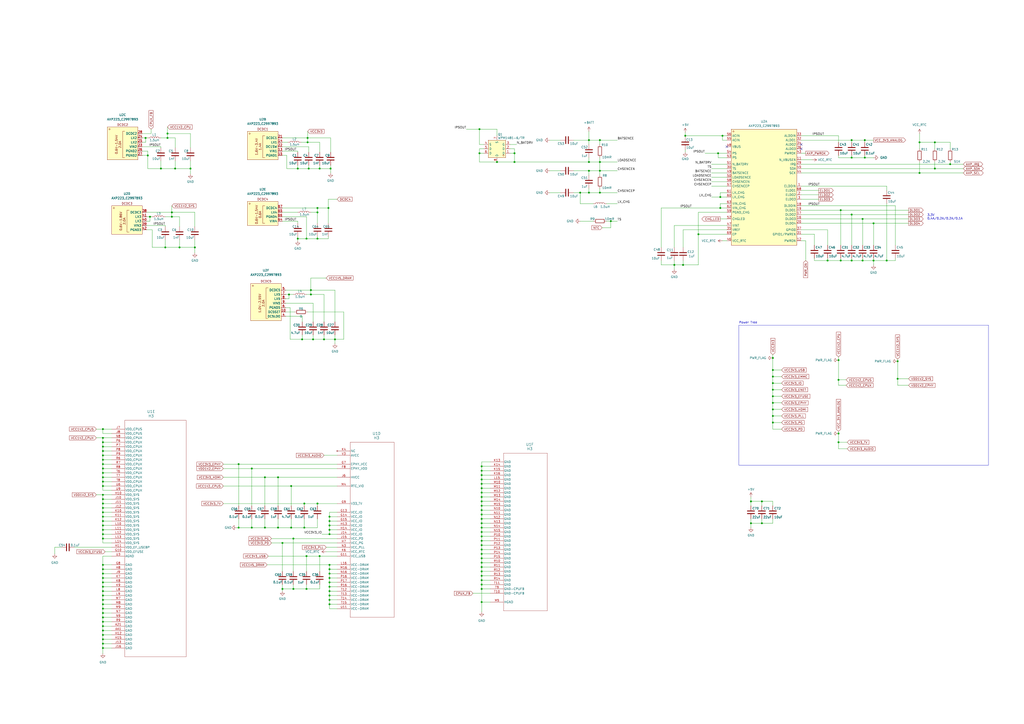
<source format=kicad_sch>
(kicad_sch (version 20250114) (generator "eeschema") (generator_version "9.0")
  (paper "A2")
  (lib_symbols
    (symbol "2024-11-20_05-40-34:H3" (pin_names (offset 0.254))
      (property "Reference" "U1" (at 22.86 10.16 0))
      (property "Value" "H3" (at 22.86 7.62 0))
      (symbol "H3_1_1"
        (pin input line (at 0 0 0) (length 7.62) (name "JTAG-SEL0") (number "A1"))
        (pin input line (at 0 -2.54 0) (length 7.62) (name "JTAG-SEL1") (number "B2"))
        (pin unspecified line (at 0 -7.62 0) (length 7.62) (name "MICIN1N") (number "Y1"))
        (pin unspecified line (at 0 -10.16 0) (length 7.62) (name "MICIN1P") (number "W2"))
        (pin unspecified line (at 0 -12.7 0) (length 7.62) (name "MICIN2N") (number "AA2"))
        (pin unspecified line (at 0 -15.24 0) (length 7.62) (name "MICIN2P") (number "Y2"))
        (pin input line (at 0 -20.32 0) (length 7.62) (name "NMI") (number "AA6"))
        (pin input line (at 0 -22.86 0) (length 7.62) (name "RESET") (number "V6"))
        (pin input line (at 0 -25.4 0) (length 7.62) (name "TEST") (number "T5"))
        (pin input line (at 0 -27.94 0) (length 7.62) (name "UBOOT") (number "W6"))
        (pin unspecified line (at 0 -33.02 0) (length 7.62) (name "EPHY_LINK_LE") (number "A2"))
        (pin unspecified line (at 0 -35.56 0) (length 7.62) (name "EPHY_RTX") (number "F6"))
        (pin unspecified line (at 0 -38.1 0) (length 7.62) (name "EPHY_RXN") (number "A4"))
        (pin unspecified line (at 0 -40.64 0) (length 7.62) (name "EPHY_RXP") (number "B4"))
        (pin unspecified line (at 0 -43.18 0) (length 7.62) (name "EPHY_SPD_LE") (number "F7"))
        (pin unspecified line (at 0 -45.72 0) (length 7.62) (name "EPHY_TXN") (number "A3"))
        (pin unspecified line (at 0 -48.26 0) (length 7.62) (name "EPHY_TXP") (number "B3"))
        (pin unspecified line (at 0 -50.8 0) (length 7.62) (name "HCEC") (number "G5"))
        (pin unspecified line (at 0 -53.34 0) (length 7.62) (name "HHPD") (number "M2"))
        (pin unspecified line (at 0 -55.88 0) (length 7.62) (name "HSCL") (number "H3"))
        (pin unspecified line (at 0 -58.42 0) (length 7.62) (name "HSDA") (number "K3"))
        (pin unspecified line (at 0 -60.96 0) (length 7.62) (name "KEYADC") (number "AA5"))
        (pin unspecified line (at 0 -63.5 0) (length 7.62) (name "MBIAS") (number "W3"))
        (pin bidirectional line (at 0 -68.58 0) (length 7.62) (name "PA0") (number "D11"))
        (pin bidirectional line (at 0 -71.12 0) (length 7.62) (name "PA1") (number "D5"))
        (pin bidirectional line (at 0 -73.66 0) (length 7.62) (name "PA2") (number "D6"))
        (pin bidirectional line (at 0 -76.2 0) (length 7.62) (name "PA3") (number "E13"))
        (pin bidirectional line (at 0 -78.74 0) (length 7.62) (name "PA4") (number "F5"))
        (pin bidirectional line (at 0 -81.28 0) (length 7.62) (name "PA5") (number "H6"))
        (pin bidirectional line (at 0 -83.82 0) (length 7.62) (name "PA6") (number "E14"))
        (pin bidirectional line (at 0 -86.36 0) (length 7.62) (name "PA7") (number "D8"))
        (pin bidirectional line (at 0 -88.9 0) (length 7.62) (name "PA8") (number "F13"))
        (pin bidirectional line (at 0 -91.44 0) (length 7.62) (name "PA9") (number "D13"))
        (pin bidirectional line (at 0 -93.98 0) (length 7.62) (name "PA10") (number "E11"))
        (pin bidirectional line (at 0 -96.52 0) (length 7.62) (name "PA11") (number "F11"))
        (pin bidirectional line (at 0 -99.06 0) (length 7.62) (name "PA12") (number "C13"))
        (pin bidirectional line (at 0 -101.6 0) (length 7.62) (name "PA13") (number "E15"))
        (pin bidirectional line (at 0 -104.14 0) (length 7.62) (name "PA14") (number "G12"))
        (pin bidirectional line (at 0 -106.68 0) (length 7.62) (name "PA15") (number "F14"))
        (pin bidirectional line (at 0 -109.22 0) (length 7.62) (name "PA16") (number "D15"))
        (pin bidirectional line (at 0 -111.76 0) (length 7.62) (name "PA17") (number "C14"))
        (pin bidirectional line (at 0 -114.3 0) (length 7.62) (name "PA18") (number "B13"))
        (pin bidirectional line (at 0 -116.84 0) (length 7.62) (name "PA19") (number "B14"))
        (pin bidirectional line (at 0 -119.38 0) (length 7.62) (name "PA20") (number "A13"))
        (pin bidirectional line (at 0 -121.92 0) (length 7.62) (name "PA21") (number "A14"))
        (pin unspecified line (at 66.04 2.54 180) (length 7.62) (name "LINEOUTL") (number "AA3"))
        (pin unspecified line (at 66.04 0 180) (length 7.62) (name "LINEOUTR") (number "Y3"))
        (pin output line (at 66.04 -5.08 180) (length 7.62) (name "TVOUT") (number "F10"))
        (pin unspecified line (at 66.04 -13.97 180) (length 7.62) (name "X24MIN") (number "K2"))
        (pin unspecified line (at 66.04 -16.51 180) (length 7.62) (name "X24MOUT") (number "K1"))
        (pin unspecified line (at 66.04 -25.4 180) (length 7.62) (name "X32KFOUT") (number "P3"))
        (pin unspecified line (at 66.04 -27.94 180) (length 7.62) (name "X32KIN") (number "V5"))
        (pin unspecified line (at 66.04 -30.48 180) (length 7.62) (name "X32KOUT") (number "U4"))
        (pin unspecified line (at 66.04 -35.56 180) (length 7.62) (name "HTX0N") (number "F1"))
        (pin unspecified line (at 66.04 -38.1 180) (length 7.62) (name "HTX0P") (number "G1"))
        (pin unspecified line (at 66.04 -43.18 180) (length 7.62) (name "HTX1N") (number "G2"))
        (pin unspecified line (at 66.04 -45.72 180) (length 7.62) (name "HTX1P") (number "H2"))
        (pin unspecified line (at 66.04 -50.8 180) (length 7.62) (name "HTX2N") (number "J2"))
        (pin unspecified line (at 66.04 -53.34 180) (length 7.62) (name "HTX2P") (number "J1"))
        (pin unspecified line (at 66.04 -58.42 180) (length 7.62) (name "HTXCN") (number "E2"))
        (pin unspecified line (at 66.04 -60.96 180) (length 7.62) (name "HTXCP") (number "F2"))
        (pin unspecified line (at 66.04 -66.04 180) (length 7.62) (name "LINEINL") (number "V1"))
        (pin unspecified line (at 66.04 -68.58 180) (length 7.62) (name "LINEINR") (number "W1"))
      )
      (symbol "H3_2_1"
        (pin bidirectional line (at 0 0 0) (length 7.62) (name "PE0") (number "B10"))
        (pin bidirectional line (at 0 -2.54 0) (length 7.62) (name "PE1") (number "A10"))
        (pin bidirectional line (at 0 -5.08 0) (length 7.62) (name "PE2") (number "B11"))
        (pin bidirectional line (at 0 -7.62 0) (length 7.62) (name "PE3") (number "C10"))
        (pin bidirectional line (at 0 -10.16 0) (length 7.62) (name "PE4") (number "C9"))
        (pin bidirectional line (at 0 -12.7 0) (length 7.62) (name "PE5") (number "E10"))
        (pin bidirectional line (at 0 -15.24 0) (length 7.62) (name "PE6") (number "D10"))
        (pin bidirectional line (at 0 -17.78 0) (length 7.62) (name "PE7") (number "C8"))
        (pin bidirectional line (at 0 -20.32 0) (length 7.62) (name "PE8") (number "C11"))
        (pin bidirectional line (at 0 -22.86 0) (length 7.62) (name "PE9") (number "C12"))
        (pin bidirectional line (at 0 -25.4 0) (length 7.62) (name "PE10") (number "E8"))
        (pin bidirectional line (at 0 -27.94 0) (length 7.62) (name "PE11") (number "A11"))
        (pin bidirectional line (at 0 -30.48 0) (length 7.62) (name "PE12") (number "B12"))
        (pin bidirectional line (at 0 -33.02 0) (length 7.62) (name "PE13") (number "C7"))
        (pin bidirectional line (at 0 -35.56 0) (length 7.62) (name "PE14") (number "C6"))
        (pin bidirectional line (at 0 -38.1 0) (length 7.62) (name "PE15") (number "C5"))
        (pin bidirectional line (at 0 -43.18 0) (length 7.62) (name "PF0") (number "D19"))
        (pin bidirectional line (at 0 -45.72 0) (length 7.62) (name "PF1") (number "A19"))
        (pin bidirectional line (at 0 -48.26 0) (length 7.62) (name "PF2") (number "D20"))
        (pin bidirectional line (at 0 -50.8 0) (length 7.62) (name "PF3") (number "F18"))
        (pin bidirectional line (at 0 -53.34 0) (length 7.62) (name "PF4") (number "E21"))
        (pin bidirectional line (at 0 -55.88 0) (length 7.62) (name "PF5") (number "C20"))
        (pin bidirectional line (at 0 -58.42 0) (length 7.62) (name "PF6") (number "G18"))
        (pin bidirectional line (at 0 -63.5 0) (length 7.62) (name "PL0") (number "N1"))
        (pin bidirectional line (at 0 -66.04 0) (length 7.62) (name "PL1") (number "M1"))
        (pin bidirectional line (at 0 -68.58 0) (length 7.62) (name "PL2") (number "P2"))
        (pin bidirectional line (at 0 -71.12 0) (length 7.62) (name "PL3") (number "R1"))
        (pin bidirectional line (at 0 -73.66 0) (length 7.62) (name "PL4") (number "N2"))
        (pin bidirectional line (at 0 -76.2 0) (length 7.62) (name "PL5") (number "R2"))
        (pin bidirectional line (at 0 -78.74 0) (length 7.62) (name "PL6") (number "T4"))
        (pin bidirectional line (at 0 -81.28 0) (length 7.62) (name "PL7") (number "T3"))
        (pin bidirectional line (at 0 -83.82 0) (length 7.62) (name "PL8") (number "T2"))
        (pin bidirectional line (at 0 -86.36 0) (length 7.62) (name "PL9") (number "M6"))
        (pin bidirectional line (at 0 -88.9 0) (length 7.62) (name "PL10") (number "V2"))
        (pin bidirectional line (at 0 -91.44 0) (length 7.62) (name "PL11") (number "U2"))
        (pin unspecified line (at 0 -93.98 0) (length 7.62) (name "PLLTEST") (number "L5"))
        (pin bidirectional line (at 45.72 0 180) (length 7.62) (name "PG0") (number "J3"))
        (pin bidirectional line (at 45.72 -2.54 180) (length 7.62) (name "PG1") (number "L2"))
        (pin bidirectional line (at 45.72 -5.08 180) (length 7.62) (name "PG2") (number "H4"))
        (pin bidirectional line (at 45.72 -7.62 180) (length 7.62) (name "PG3") (number "F3"))
        (pin bidirectional line (at 45.72 -10.16 180) (length 7.62) (name "PG4") (number "C2"))
        (pin bidirectional line (at 45.72 -12.7 180) (length 7.62) (name "PG5") (number "C1"))
        (pin bidirectional line (at 45.72 -15.24 180) (length 7.62) (name "PG6") (number "G4"))
        (pin bidirectional line (at 45.72 -17.78 180) (length 7.62) (name "PG7") (number "D3"))
        (pin bidirectional line (at 45.72 -20.32 180) (length 7.62) (name "PG8") (number "C3"))
        (pin bidirectional line (at 45.72 -22.86 180) (length 7.62) (name "PG9") (number "E3"))
        (pin bidirectional line (at 45.72 -25.4 180) (length 7.62) (name "PG10") (number "M3"))
        (pin bidirectional line (at 45.72 -27.94 180) (length 7.62) (name "PG11") (number "D2"))
        (pin bidirectional line (at 45.72 -30.48 180) (length 7.62) (name "PG12") (number "D1"))
        (pin bidirectional line (at 45.72 -33.02 180) (length 7.62) (name "PG13") (number "B1"))
        (pin unspecified line (at 45.72 -43.18 180) (length 7.62) (name "VRA1") (number "Y4"))
        (pin unspecified line (at 45.72 -45.72 180) (length 7.62) (name "VRA2") (number "W5"))
        (pin unspecified line (at 45.72 -48.26 180) (length 7.62) (name "VRP") (number "V4"))
      )
      (symbol "H3_3_1"
        (text "DRAM" (at 25.4 1.27 0) (effects (font (size 2 2) (bold yes))))
        (pin unspecified line (at 0 0 0) (length 7.62) (name "SZQ") (number "V10"))
        (pin bidirectional line (at 0 -6.35 0) (length 7.62) (name "SBA0") (number "W17"))
        (pin bidirectional line (at 0 -8.89 0) (length 7.62) (name "SBA1") (number "T18"))
        (pin bidirectional line (at 0 -11.43 0) (length 7.62) (name "SBA2") (number "V17"))
        (pin bidirectional line (at 0 -16.51 0) (length 7.62) (name "SCAS") (number "U15"))
        (pin output line (at 0 -19.05 0) (length 7.62) (name "SRAS") (number "V13"))
        (pin output line (at 0 -21.59 0) (length 7.62) (name "SWE") (number "W13"))
        (pin output line (at 0 -24.13 0) (length 7.62) (name "SRST") (number "U16"))
        (pin bidirectional line (at 0 -29.21 0) (length 7.62) (name "SCKE0") (number "AA21"))
        (pin bidirectional line (at 0 -31.75 0) (length 7.62) (name "SCKE1") (number "Y21"))
        (pin bidirectional line (at 0 -36.83 0) (length 7.62) (name "SCS0") (number "W20"))
        (pin bidirectional line (at 0 -39.37 0) (length 7.62) (name "SCS1") (number "W21"))
        (pin bidirectional line (at 0 -44.45 0) (length 7.62) (name "SCK") (number "AA19"))
        (pin bidirectional line (at 0 -46.99 0) (length 7.62) (name "SCKB") (number "AA20"))
        (pin output line (at 0 -52.07 0) (length 7.62) (name "SODT0") (number "W11"))
        (pin output line (at 0 -54.61 0) (length 7.62) (name "SODT1") (number "V11"))
        (pin power_in line (at 0 -59.69 0) (length 7.62) (name "SVREF") (number "T16"))
        (pin bidirectional line (at 0 -71.12 0) (length 7.62) (name "SA0") (number "T17"))
        (pin bidirectional line (at 0 -73.66 0) (length 7.62) (name "SA1") (number "U18"))
        (pin bidirectional line (at 0 -76.2 0) (length 7.62) (name "SA2") (number "V19"))
        (pin bidirectional line (at 0 -78.74 0) (length 7.62) (name "SA3") (number "V20"))
        (pin bidirectional line (at 0 -81.28 0) (length 7.62) (name "SA4") (number "V21"))
        (pin bidirectional line (at 0 -83.82 0) (length 7.62) (name "SA5") (number "Y19"))
        (pin bidirectional line (at 0 -86.36 0) (length 7.62) (name "SA6") (number "Y20"))
        (pin bidirectional line (at 0 -88.9 0) (length 7.62) (name "SA7") (number "V15"))
        (pin bidirectional line (at 0 -91.44 0) (length 7.62) (name "SA8") (number "W18"))
        (pin bidirectional line (at 0 -93.98 0) (length 7.62) (name "SA9") (number "Y18"))
        (pin bidirectional line (at 0 -96.52 0) (length 7.62) (name "SA10") (number "P19"))
        (pin bidirectional line (at 0 -99.06 0) (length 7.62) (name "SA11") (number "N19"))
        (pin bidirectional line (at 0 -101.6 0) (length 7.62) (name "SA12") (number "R18"))
        (pin bidirectional line (at 0 -104.14 0) (length 7.62) (name "SA13") (number "V12"))
        (pin bidirectional line (at 0 -106.68 0) (length 7.62) (name "SA14") (number "N17"))
        (pin bidirectional line (at 0 -109.22 0) (length 7.62) (name "SA15") (number "R17"))
        (pin bidirectional line (at 50.8 0 180) (length 7.62) (name "SDQ0") (number "N20"))
        (pin bidirectional line (at 50.8 -2.54 180) (length 7.62) (name "SDQ1") (number "P21"))
        (pin bidirectional line (at 50.8 -5.08 180) (length 7.62) (name "SDQ2") (number "P20"))
        (pin bidirectional line (at 50.8 -7.62 180) (length 7.62) (name "SDQ3") (number "U21"))
        (pin bidirectional line (at 50.8 -10.16 180) (length 7.62) (name "SDQ4") (number "R19"))
        (pin bidirectional line (at 50.8 -12.7 180) (length 7.62) (name "SDQ5") (number "T20"))
        (pin bidirectional line (at 50.8 -15.24 180) (length 7.62) (name "SDQ6") (number "U19"))
        (pin bidirectional line (at 50.8 -17.78 180) (length 7.62) (name "SDQ7") (number "U20"))
        (pin bidirectional line (at 50.8 -20.32 180) (length 7.62) (name "SDQ8") (number "J19"))
        (pin bidirectional line (at 50.8 -22.86 180) (length 7.62) (name "SDQ9") (number "H20"))
        (pin bidirectional line (at 50.8 -25.4 180) (length 7.62) (name "SDQ10") (number "H21"))
        (pin bidirectional line (at 50.8 -27.94 180) (length 7.62) (name "SDQ11") (number "J21"))
        (pin bidirectional line (at 50.8 -30.48 180) (length 7.62) (name "SDQ12") (number "L20"))
        (pin bidirectional line (at 50.8 -33.02 180) (length 7.62) (name "SDQ13") (number "L21"))
        (pin bidirectional line (at 50.8 -35.56 180) (length 7.62) (name "SDQ14") (number "M21"))
        (pin bidirectional line (at 50.8 -38.1 180) (length 7.62) (name "SDQ15") (number "M19"))
        (pin bidirectional line (at 50.8 -40.64 180) (length 7.62) (name "SDQ16") (number "Y17"))
        (pin bidirectional line (at 50.8 -43.18 180) (length 7.62) (name "SDQ17") (number "AA17"))
        (pin bidirectional line (at 50.8 -45.72 180) (length 7.62) (name "SDQ18") (number "Y16"))
        (pin bidirectional line (at 50.8 -48.26 180) (length 7.62) (name "SDQ19") (number "W15"))
        (pin bidirectional line (at 50.8 -50.8 180) (length 7.62) (name "SDQ20") (number "Y14"))
        (pin bidirectional line (at 50.8 -53.34 180) (length 7.62) (name "SDQ21") (number "AA14"))
        (pin bidirectional line (at 50.8 -55.88 180) (length 7.62) (name "SDQ22") (number "Y13"))
        (pin bidirectional line (at 50.8 -58.42 180) (length 7.62) (name "SDQ23") (number "Y12"))
        (pin bidirectional line (at 50.8 -60.96 180) (length 7.62) (name "SDQ24") (number "W12"))
        (pin bidirectional line (at 50.8 -63.5 180) (length 7.62) (name "SDQ25") (number "AA11"))
        (pin bidirectional line (at 50.8 -66.04 180) (length 7.62) (name "SDQ26") (number "Y11"))
        (pin bidirectional line (at 50.8 -68.58 180) (length 7.62) (name "SDQ27") (number "Y10"))
        (pin bidirectional line (at 50.8 -71.12 180) (length 7.62) (name "SDQ28") (number "W9"))
        (pin bidirectional line (at 50.8 -73.66 180) (length 7.62) (name "SDQ29") (number "AA8"))
        (pin bidirectional line (at 50.8 -76.2 180) (length 7.62) (name "SDQ30") (number "Y8"))
        (pin bidirectional line (at 50.8 -78.74 180) (length 7.62) (name "SDQ31") (number "Y7"))
        (pin bidirectional line (at 50.8 -81.28 180) (length 7.62) (name "SDQM0") (number "M20"))
        (pin bidirectional line (at 50.8 -83.82 180) (length 7.62) (name "SDQM1") (number "G20"))
        (pin bidirectional line (at 50.8 -86.36 180) (length 7.62) (name "SDQM2") (number "AA18"))
        (pin bidirectional line (at 50.8 -88.9 180) (length 7.62) (name "SDQM3") (number "AA12"))
        (pin bidirectional line (at 50.8 -91.44 180) (length 7.62) (name "SDQS0") (number "R20"))
        (pin bidirectional line (at 50.8 -93.98 180) (length 7.62) (name "SDQS0B") (number "R21"))
        (pin bidirectional line (at 50.8 -96.52 180) (length 7.62) (name "SDQS1") (number "K20"))
        (pin bidirectional line (at 50.8 -99.06 180) (length 7.62) (name "SDQS1B") (number "J20"))
        (pin bidirectional line (at 50.8 -101.6 180) (length 7.62) (name "SDQS2") (number "AA15"))
        (pin bidirectional line (at 50.8 -104.14 180) (length 7.62) (name "SDQS2B") (number "Y15"))
        (pin bidirectional line (at 50.8 -106.68 180) (length 7.62) (name "SDQS3") (number "AA9"))
        (pin bidirectional line (at 50.8 -109.22 180) (length 7.62) (name "SDQS3B") (number "Y9"))
      )
      (symbol "H3_4_1"
        (pin no_connect line (at 0 0 0) (length 7.62) (name "NC") (number "K4"))
        (pin power_in line (at 0 -2.54 0) (length 7.62) (name "AVCC") (number "V3"))
        (pin power_in line (at 0 -7.62 0) (length 7.62) (name "EPHY_VCC") (number "G7"))
        (pin power_in line (at 0 -10.16 0) (length 7.62) (name "EPHY_VDD") (number "F8"))
        (pin power_in line (at 0 -15.24 0) (length 7.62) (name "HVCC") (number "J6"))
        (pin power_in line (at 0 -20.32 0) (length 7.62) (name "RTC_VIO") (number "M4"))
        (pin power_in line (at 0 -30.48 0) (length 7.62) (name "V33_TV") (number "G9"))
        (pin power_in line (at 0 -35.56 0) (length 7.62) (name "VCC_IO") (number "G13"))
        (pin power_in line (at 0 -38.1 0) (length 7.62) (name "VCC_IO") (number "G14"))
        (pin power_in line (at 0 -40.64 0) (length 7.62) (name "VCC_IO") (number "G15"))
        (pin power_in line (at 0 -43.18 0) (length 7.62) (name "VCC_IO") (number "H13"))
        (pin power_in line (at 0 -45.72 0) (length 7.62) (name "VCC_IO") (number "H14"))
        (pin power_in line (at 0 -48.26 0) (length 7.62) (name "VCC_IO") (number "J14"))
        (pin power_in line (at 0 -50.8 0) (length 7.62) (name "VCC_PD") (number "J15"))
        (pin power_in line (at 0 -53.34 0) (length 7.62) (name "VCC_PG") (number "H7"))
        (pin power_in line (at 0 -55.88 0) (length 7.62) (name "VCC_PLL") (number "N3"))
        (pin power_in line (at 0 -58.42 0) (length 7.62) (name "VCC_RTC") (number "K6"))
        (pin power_in line (at 0 -60.96 0) (length 7.62) (name "VCC_USB") (number "G11"))
        (pin power_in line (at 0 -66.04 0) (length 7.62) (name "VCC-DRAM") (number "L16"))
        (pin power_in line (at 0 -68.58 0) (length 7.62) (name "VCC-DRAM") (number "M16"))
        (pin power_in line (at 0 -71.12 0) (length 7.62) (name "VCC-DRAM") (number "N16"))
        (pin power_in line (at 0 -73.66 0) (length 7.62) (name "VCC-DRAM") (number "P16"))
        (pin power_in line (at 0 -76.2 0) (length 7.62) (name "VCC-DRAM") (number "P17"))
        (pin power_in line (at 0 -78.74 0) (length 7.62) (name "VCC-DRAM") (number "R16"))
        (pin power_in line (at 0 -81.28 0) (length 7.62) (name "VCC-DRAM") (number "T12"))
        (pin power_in line (at 0 -83.82 0) (length 7.62) (name "VCC-DRAM") (number "T13"))
        (pin power_in line (at 0 -86.36 0) (length 7.62) (name "VCC-DRAM") (number "T14"))
        (pin power_in line (at 0 -88.9 0) (length 7.62) (name "VCC-DRAM") (number "T15"))
        (pin power_in line (at 0 -91.44 0) (length 7.62) (name "VCC-DRAM") (number "U11"))
      )
      (symbol "H3_5_1"
        (pin power_in line (at 0 0 0) (length 7.62) (name "VDD_CPUS") (number "J7"))
        (pin power_in line (at 0 -2.54 0) (length 7.62) (name "VDD_CPUS") (number "J8"))
        (pin power_in line (at 0 -5.08 0) (length 7.62) (name "VDD_CPUX") (number "N8"))
        (pin power_in line (at 0 -7.62 0) (length 7.62) (name "VDD_CPUX") (number "P6"))
        (pin power_in line (at 0 -10.16 0) (length 7.62) (name "VDD_CPUX") (number "P7"))
        (pin power_in line (at 0 -12.7 0) (length 7.62) (name "VDD_CPUX") (number "P8"))
        (pin power_in line (at 0 -15.24 0) (length 7.62) (name "VDD_CPUX") (number "P9"))
        (pin power_in line (at 0 -17.78 0) (length 7.62) (name "VDD_CPUX") (number "R6"))
        (pin power_in line (at 0 -20.32 0) (length 7.62) (name "VDD_CPUX") (number "R7"))
        (pin power_in line (at 0 -22.86 0) (length 7.62) (name "VDD_CPUX") (number "R8"))
        (pin power_in line (at 0 -25.4 0) (length 7.62) (name "VDD_CPUX") (number "T6"))
        (pin power_in line (at 0 -27.94 0) (length 7.62) (name "VDD_CPUX") (number "T7"))
        (pin power_in line (at 0 -30.48 0) (length 7.62) (name "VDD_CPUX") (number "T8"))
        (pin power_in line (at 0 -33.02 0) (length 7.62) (name "VDD_CPUX") (number "U6"))
        (pin power_in line (at 0 -35.56 0) (length 7.62) (name "VDD_CPUX") (number "U9"))
        (pin power_in line (at 0 -38.1 0) (length 7.62) (name "VDD_SYS") (number "H10"))
        (pin power_in line (at 0 -40.64 0) (length 7.62) (name "VDD_SYS") (number "J10"))
        (pin power_in line (at 0 -43.18 0) (length 7.62) (name "VDD_SYS") (number "J11"))
        (pin power_in line (at 0 -45.72 0) (length 7.62) (name "VDD_SYS") (number "J12"))
        (pin power_in line (at 0 -48.26 0) (length 7.62) (name "VDD_SYS") (number "K10"))
        (pin power_in line (at 0 -50.8 0) (length 7.62) (name "VDD_SYS") (number "K11"))
        (pin power_in line (at 0 -53.34 0) (length 7.62) (name "VDD_SYS") (number "K12"))
        (pin power_in line (at 0 -55.88 0) (length 7.62) (name "VDD_SYS") (number "L10"))
        (pin power_in line (at 0 -58.42 0) (length 7.62) (name "VDD_SYS") (number "L11"))
        (pin power_in line (at 0 -60.96 0) (length 7.62) (name "VDD_SYS") (number "L12"))
        (pin power_in line (at 0 -63.5 0) (length 7.62) (name "VDD_SYS") (number "L13"))
        (pin power_in line (at 0 -66.04 0) (length 7.62) (name "VDD_SYS") (number "L14"))
        (pin power_in line (at 0 -68.58 0) (length 7.62) (name "VDD_EF_USEBP") (number "H11"))
        (pin power_in line (at 0 -71.12 0) (length 7.62) (name "VDD_EFUSE") (number "G10"))
        (pin power_out line (at 0 -73.66 0) (length 7.62) (name "AGND") (number "U3"))
        (pin power_out line (at 0 -78.74 0) (length 7.62) (name "GND") (number "G8"))
        (pin power_out line (at 0 -81.28 0) (length 7.62) (name "GND") (number "H8"))
        (pin power_out line (at 0 -83.82 0) (length 7.62) (name "GND") (number "J9"))
        (pin power_out line (at 0 -86.36 0) (length 7.62) (name "GND") (number "K7"))
        (pin power_out line (at 0 -88.9 0) (length 7.62) (name "GND") (number "K8"))
        (pin power_out line (at 0 -91.44 0) (length 7.62) (name "GND") (number "K9"))
        (pin power_out line (at 0 -93.98 0) (length 7.62) (name "GND") (number "L8"))
        (pin power_out line (at 0 -96.52 0) (length 7.62) (name "GND") (number "L9"))
        (pin power_out line (at 0 -99.06 0) (length 7.62) (name "GND") (number "M7"))
        (pin power_out line (at 0 -101.6 0) (length 7.62) (name "GND") (number "M8"))
        (pin power_out line (at 0 -104.14 0) (length 7.62) (name "GND") (number "M9"))
        (pin power_out line (at 0 -106.68 0) (length 7.62) (name "GND") (number "N7"))
        (pin power_out line (at 0 -109.22 0) (length 7.62) (name "GND") (number "N9"))
        (pin power_out line (at 0 -111.76 0) (length 7.62) (name "GND") (number "R9"))
        (pin power_out line (at 0 -114.3 0) (length 7.62) (name "GND") (number "A21"))
        (pin power_out line (at 0 -116.84 0) (length 7.62) (name "GND") (number "AA1"))
        (pin power_out line (at 0 -119.38 0) (length 7.62) (name "GND") (number "H12"))
        (pin power_out line (at 0 -121.92 0) (length 7.62) (name "GND") (number "H15"))
        (pin power_out line (at 0 -124.46 0) (length 7.62) (name "GND") (number "J13"))
        (pin power_out line (at 0 -127 0) (length 7.62) (name "GND") (number "J16"))
      )
      (symbol "H3_6_1"
        (pin power_out line (at 0 0 0) (length 7.62) (name "GND") (number "K13"))
        (pin power_out line (at 0 -2.54 0) (length 7.62) (name "GND") (number "K14"))
        (pin power_out line (at 0 -5.08 0) (length 7.62) (name "GND") (number "K15"))
        (pin power_out line (at 0 -7.62 0) (length 7.62) (name "GND") (number "K16"))
        (pin power_out line (at 0 -10.16 0) (length 7.62) (name "GND") (number "L15"))
        (pin power_out line (at 0 -12.7 0) (length 7.62) (name "GND") (number "M10"))
        (pin power_out line (at 0 -15.24 0) (length 7.62) (name "GND") (number "M11"))
        (pin power_out line (at 0 -17.78 0) (length 7.62) (name "GND") (number "M12"))
        (pin power_out line (at 0 -20.32 0) (length 7.62) (name "GND") (number "M13"))
        (pin power_out line (at 0 -22.86 0) (length 7.62) (name "GND") (number "M14"))
        (pin power_out line (at 0 -25.4 0) (length 7.62) (name "GND") (number "M15"))
        (pin power_out line (at 0 -27.94 0) (length 7.62) (name "GND") (number "N10"))
        (pin power_out line (at 0 -30.48 0) (length 7.62) (name "GND") (number "N11"))
        (pin power_out line (at 0 -33.02 0) (length 7.62) (name "GND") (number "N12"))
        (pin power_out line (at 0 -35.56 0) (length 7.62) (name "GND") (number "N13"))
        (pin power_out line (at 0 -38.1 0) (length 7.62) (name "GND") (number "N14"))
        (pin power_out line (at 0 -40.64 0) (length 7.62) (name "GND") (number "N15"))
        (pin power_out line (at 0 -43.18 0) (length 7.62) (name "GND") (number "P10"))
        (pin power_out line (at 0 -45.72 0) (length 7.62) (name "GND") (number "P11"))
        (pin power_out line (at 0 -48.26 0) (length 7.62) (name "GND") (number "P12"))
        (pin power_out line (at 0 -50.8 0) (length 7.62) (name "GND") (number "P13"))
        (pin power_out line (at 0 -53.34 0) (length 7.62) (name "GND") (number "P14"))
        (pin power_out line (at 0 -55.88 0) (length 7.62) (name "GND") (number "P15"))
        (pin power_out line (at 0 -58.42 0) (length 7.62) (name "GND") (number "R10"))
        (pin power_out line (at 0 -60.96 0) (length 7.62) (name "GND") (number "R11"))
        (pin power_out line (at 0 -63.5 0) (length 7.62) (name "GND") (number "R12"))
        (pin power_out line (at 0 -66.04 0) (length 7.62) (name "GND") (number "R13"))
        (pin power_out line (at 0 -68.58 0) (length 7.62) (name "GND") (number "R14"))
        (pin power_out line (at 0 -71.12 0) (length 7.62) (name "GND") (number "T11"))
        (pin power_out line (at 0 -73.66 0) (length 7.62) (name "GND-CPUFB") (number "T9"))
        (pin power_out line (at 0 -76.2 0) (length 7.62) (name "GND-CPUFB") (number "T10"))
        (pin power_out line (at 0 -81.28 0) (length 7.62) (name "HGND") (number "M5"))
      )
      (symbol "H3_7_1"
        (text "USB" (at 33.02 3.81 0) (effects (font (size 2 2) (bold yes))))
        (pin unspecified line (at 55.88 2.54 180) (length 7.62) (name "USB_DM0") (number "B5"))
        (pin unspecified line (at 55.88 0 180) (length 7.62) (name "USB_DM1") (number "B7"))
        (pin unspecified line (at 55.88 -2.54 180) (length 7.62) (name "USB_DM2") (number "A8"))
        (pin unspecified line (at 55.88 -5.08 180) (length 7.62) (name "USB_DM3") (number "B9"))
        (pin unspecified line (at 55.88 -7.62 180) (length 7.62) (name "USB_DP0") (number "A5"))
        (pin unspecified line (at 55.88 -10.16 180) (length 7.62) (name "USB_DP1") (number "B6"))
        (pin unspecified line (at 55.88 -12.7 180) (length 7.62) (name "USB_DP2") (number "A7"))
        (pin unspecified line (at 55.88 -15.24 180) (length 7.62) (name "USB_DP3") (number "B8"))
      )
      (symbol "H3_8_1"
        (pin bidirectional line (at 52.07 2.54 180) (length 7.62) (name "PC0/NAND_WE") (number "C15"))
        (pin bidirectional line (at 52.07 0 180) (length 7.62) (name "PC1/NAND_ALE") (number "C16"))
        (pin bidirectional line (at 52.07 -2.54 180) (length 7.62) (name "PC2/NAND_CLE") (number "B16"))
        (pin bidirectional line (at 52.07 -5.08 180) (length 7.62) (name "PC3/NAND_CE1") (number "B15"))
        (pin bidirectional line (at 52.07 -7.62 180) (length 7.62) (name "PC4/NAND_CE0") (number "F16"))
        (pin bidirectional line (at 52.07 -10.16 180) (length 7.62) (name "PC5/NAND_RE") (number "A17"))
        (pin bidirectional line (at 52.07 -12.7 180) (length 7.62) (name "PC6/NAND_RB0") (number "E16"))
        (pin bidirectional line (at 52.07 -15.24 180) (length 7.62) (name "PC7/NAND_RB1") (number "A16"))
        (pin bidirectional line (at 52.07 -17.78 180) (length 7.62) (name "PC8/NAND_DQ0") (number "B18"))
        (pin bidirectional line (at 52.07 -20.32 180) (length 7.62) (name "PC9/NAND_DQ1") (number "C17"))
        (pin bidirectional line (at 52.07 -22.86 180) (length 7.62) (name "PC10/NAND_DQ2") (number "D17"))
        (pin bidirectional line (at 52.07 -25.4 180) (length 7.62) (name "PC11/NAND_DQ3") (number "C18"))
        (pin bidirectional line (at 52.07 -27.94 180) (length 7.62) (name "PC12/NAND_DQ4") (number "B17"))
        (pin bidirectional line (at 52.07 -30.48 180) (length 7.62) (name "PC13/NAND_DQ5") (number "B19"))
        (pin bidirectional line (at 52.07 -33.02 180) (length 7.62) (name "PC14/NAND_DQ6") (number "F17"))
        (pin bidirectional line (at 52.07 -35.56 180) (length 7.62) (name "PC15/NAND_DQ7") (number "C19"))
        (pin bidirectional line (at 52.07 -38.1 180) (length 7.62) (name "PC16/NAND_DQS") (number "H16"))
      )
      (symbol "H3_9_1"
        (pin bidirectional line (at 66.04 5.08 180) (length 7.62) (name "PD0") (number "C21"))
        (pin bidirectional line (at 66.04 2.54 180) (length 7.62) (name "PD1") (number "H17"))
        (pin bidirectional line (at 66.04 0 180) (length 7.62) (name "PD2") (number "B20"))
        (pin bidirectional line (at 66.04 -2.54 180) (length 7.62) (name "PD3") (number "H18"))
        (pin bidirectional line (at 66.04 -5.08 180) (length 7.62) (name "PD4") (number "A20"))
        (pin bidirectional line (at 66.04 -7.62 180) (length 7.62) (name "PD5") (number "F19"))
        (pin bidirectional line (at 66.04 -10.16 180) (length 7.62) (name "PD6") (number "B21"))
        (pin bidirectional line (at 66.04 -12.7 180) (length 7.62) (name "PD7") (number "E18"))
        (pin bidirectional line (at 66.04 -15.24 180) (length 7.62) (name "PD8") (number "E20"))
        (pin bidirectional line (at 66.04 -17.78 180) (length 7.62) (name "PD9") (number "F21"))
        (pin bidirectional line (at 66.04 -20.32 180) (length 7.62) (name "PD10") (number "H19"))
        (pin bidirectional line (at 66.04 -22.86 180) (length 7.62) (name "PD11") (number "F20"))
        (pin bidirectional line (at 66.04 -25.4 180) (length 7.62) (name "PD12") (number "E19"))
        (pin bidirectional line (at 66.04 -27.94 180) (length 7.62) (name "PD13") (number "K17"))
        (pin bidirectional line (at 66.04 -30.48 180) (length 7.62) (name "PD14") (number "L17"))
        (pin bidirectional line (at 66.04 -33.02 180) (length 7.62) (name "PD15") (number "K18"))
        (pin bidirectional line (at 66.04 -35.56 180) (length 7.62) (name "PD16") (number "L18"))
        (pin bidirectional line (at 66.04 -38.1 180) (length 7.62) (name "PD17") (number "L19"))
      )
    )
    (symbol "AXP223_C2997893_1"
      (property "Reference" "U" (at 0 50.8 0))
      (property "Value" "AXP223_C2997893" (at 0 -20.32 0))
      (symbol "AXP223_C2997893_1_1_1"
        (pin unspecified line (at -21.59 45.72 0) (length 2.54) (name "ACIN") (number "56"))
        (pin unspecified line (at -21.59 43.18 0) (length 2.54) (name "ACIN") (number "55"))
        (pin unspecified line (at -21.59 39.37 0) (length 2.54) (name "VBUS") (number "48"))
        (pin unspecified line (at -21.59 35.56 0) (length 2.54) (name "PS") (number "54"))
        (pin unspecified line (at -21.59 33.02 0) (length 2.54) (name "PS") (number "53"))
        (pin unspecified line (at -21.59 29.21 0) (length 2.54) (name "N_BATDRV") (number "51"))
        (pin unspecified line (at -21.59 26.67 0) (length 2.54) (name "TS") (number "30"))
        (pin unspecified line (at -21.59 24.13 0) (length 2.54) (name "BATSENCE") (number "49"))
        (pin unspecified line (at -21.59 21.59 0) (length 2.54) (name "LOADSENCE") (number "50"))
        (pin unspecified line (at -21.59 19.05 0) (length 2.54) (name "CHSENCEN") (number "58"))
        (pin unspecified line (at -21.59 16.51 0) (length 2.54) (name "CHSENCEP") (number "57"))
        (pin unspecified line (at -21.59 12.7 0) (length 2.54) (name "LX_CHG") (number "61"))
        (pin unspecified line (at -21.59 10.16 0) (length 2.54) (name "LX_CHG") (number "60"))
        (pin unspecified line (at -21.59 6.35 0) (length 2.54) (name "VIN_CHG") (number "63"))
        (pin unspecified line (at -21.59 3.81 0) (length 2.54) (name "VIN_CHG") (number "62"))
        (pin unspecified line (at -21.59 1.27 0) (length 2.54) (name "PGND_CHG") (number "59"))
        (pin unspecified line (at -21.59 -2.54 0) (length 2.54) (name "CHGLED") (number "52"))
        (pin unspecified line (at -21.59 -6.35 0) (length 2.54) (name "VINT") (number "47"))
        (pin unspecified line (at -21.59 -8.89 0) (length 2.54) (name "VREF") (number "35"))
        (pin unspecified line (at -21.59 -11.43 0) (length 2.54) (name "EP") (number "69"))
        (pin unspecified line (at -21.59 -15.24 0) (length 2.54) (name "VCC_RTC") (number "46"))
        (pin unspecified line (at 21.59 45.72 180) (length 2.54) (name "ALDOIN") (number "33"))
        (pin unspecified line (at 21.59 43.18 180) (length 2.54) (name "ALDO1") (number "32"))
        (pin unspecified line (at 21.59 40.64 180) (length 2.54) (name "ALDO2") (number "34"))
        (pin unspecified line (at 21.59 38.1 180) (length 2.54) (name "ALDO3") (number "36"))
        (pin unspecified line (at 21.59 35.56 180) (length 2.54) (name "PWROK") (number "43"))
        (pin unspecified line (at 21.59 31.75 180) (length 2.54) (name "N_VBUSEN") (number "11"))
        (pin unspecified line (at 21.59 29.21 180) (length 2.54) (name "IRQ") (number "29"))
        (pin unspecified line (at 21.59 26.67 180) (length 2.54) (name "SDA") (number "45"))
        (pin unspecified line (at 21.59 24.13 180) (length 2.54) (name "SCK") (number "44"))
        (pin unspecified line (at 21.59 16.51 180) (length 2.54) (name "ELDOIN") (number "1"))
        (pin unspecified line (at 21.59 13.97 180) (length 2.54) (name "ELDO1") (number "68"))
        (pin unspecified line (at 21.59 11.43 180) (length 2.54) (name "ELDO2") (number "2"))
        (pin unspecified line (at 21.59 8.89 180) (length 2.54) (name "ELDO3") (number "3"))
        (pin unspecified line (at 21.59 5.08 180) (length 2.54) (name "DLDOIN") (number "18"))
        (pin unspecified line (at 21.59 2.54 180) (length 2.54) (name "DLDO1") (number "19"))
        (pin unspecified line (at 21.59 0 180) (length 2.54) (name "DLDO2") (number "17"))
        (pin unspecified line (at 21.59 -2.54 180) (length 2.54) (name "DLDO3") (number "16"))
        (pin unspecified line (at 21.59 -5.08 180) (length 2.54) (name "DLDO4") (number "20"))
        (pin unspecified line (at 21.59 -8.89 180) (length 2.54) (name "GPIO0") (number "37"))
        (pin unspecified line (at 21.59 -11.43 180) (length 2.54) (name "GPIO1/PWREN") (number "31"))
        (pin unspecified line (at 21.59 -15.24 180) (length 2.54) (name "PWRON") (number "12"))
      )
      (symbol "AXP223_C2997893_1_2_1"
        (text "1.6V-3.4V\n1.4A" (at -2.54 38.1 900) (effects (font (size 1.27 1.27))))
        (text "DCDC1" (at 0 48.26 0) (effects (font (size 1.27 1.27))))
        (pin unspecified line (at 11.43 43.18 180) (length 2.54) (name "DCDC1") (number "21"))
        (pin unspecified line (at 11.43 40.64 180) (length 2.54) (name "LX1") (number "14"))
        (pin unspecified line (at 11.43 38.1 180) (length 2.54) (name "DC1SW") (number "22"))
        (pin unspecified line (at 11.43 35.56 180) (length 2.54) (name "VIN1") (number "13"))
        (pin unspecified line (at 11.43 33.02 180) (length 2.54) (name "PGND1") (number "15"))
      )
      (symbol "AXP223_C2997893_1_3_1"
        (text "0.6V-1.54V\n2.0A" (at -2.54 36.83 900) (effects (font (size 1.27 1.27))))
        (text "DCDC2" (at 0 48.26 0) (effects (font (size 1.27 1.27))))
        (pin unspecified line (at 11.43 43.18 180) (length 2.54) (name "DCDC2") (number "28"))
        (pin unspecified line (at 11.43 40.64 180) (length 2.54) (name "LX2") (number "24"))
        (pin unspecified line (at 11.43 38.1 180) (length 2.54) (name "LX2") (number "25"))
        (pin unspecified line (at 11.43 35.56 180) (length 2.54) (name "VIN2") (number "23"))
        (pin unspecified line (at 11.43 33.02 180) (length 2.54) (name "PGND2") (number "26"))
        (pin unspecified line (at 11.43 30.48 180) (length 2.54) (name "PGND2") (number "27"))
      )
      (symbol "AXP223_C2997893_1_4_1"
        (text "0.6V-1.86V\n2.0A" (at -2.54 38.1 900) (effects (font (size 1.27 1.27))))
        (text "DCDC3" (at 0 48.26 0) (effects (font (size 1.27 1.27))))
        (pin unspecified line (at 11.43 43.18 180) (length 2.54) (name "DCDC3") (number "38"))
        (pin unspecified line (at 11.43 40.64 180) (length 2.54) (name "LX3") (number "41"))
        (pin unspecified line (at 11.43 38.1 180) (length 2.54) (name "LX3") (number "40"))
        (pin unspecified line (at 11.43 35.56 180) (length 2.54) (name "VIN3") (number "39"))
        (pin unspecified line (at 11.43 33.02 180) (length 2.54) (name "PGND3") (number "42"))
      )
      (symbol "AXP223_C2997893_1_5_1"
        (text "0.6V-1.54V\n0.6A" (at -2.54 39.37 900) (effects (font (size 1.27 1.27))))
        (text "DCDC4" (at 0 48.26 0) (effects (font (size 1.27 1.27))))
        (pin unspecified line (at 11.43 43.18 180) (length 2.54) (name "DCDC4") (number "67"))
        (pin unspecified line (at 11.43 40.64 180) (length 2.54) (name "LX4") (number "65"))
        (pin unspecified line (at 11.43 38.1 180) (length 2.54) (name "PGND4") (number "66"))
        (pin unspecified line (at 11.43 35.56 180) (length 2.54) (name "VIN4") (number "64"))
      )
      (symbol "AXP223_C2997893_1_6_1"
        (text "1.0V-2.55V\n2.0A" (at -2.54 35.56 900) (effects (font (size 1.27 1.27))))
        (text "DCDC5" (at 0 48.26 0) (effects (font (size 1.27 1.27))))
        (pin unspecified line (at 11.43 43.18 180) (length 2.54) (name "DCDC5") (number "5"))
        (pin unspecified line (at 11.43 40.64 180) (length 2.54) (name "LX5") (number "7"))
        (pin unspecified line (at 11.43 38.1 180) (length 2.54) (name "LX5") (number "8"))
        (pin unspecified line (at 11.43 35.56 180) (length 2.54) (name "VIN5") (number "9"))
        (pin unspecified line (at 11.43 33.02 180) (length 2.54) (name "PGND5") (number "6"))
        (pin unspecified line (at 11.43 30.48 180) (length 2.54) (name "DC5SET") (number "10"))
        (pin unspecified line (at 11.43 27.94 180) (length 2.54) (name "DC5LDO") (number "4"))
      )
    )
    (symbol "Device:C" (pin_numbers (hide yes)) (pin_names (offset 0.254))
      (property "Reference" "C" (at 0.635 2.54 0))
      (property "Value" "C" (at 0.635 -2.54 0))
      (symbol "C_1_1"
        (pin passive line (at 0 3.81 270) (length 2.794) (name "~") (number "1"))
        (pin passive line (at 0 -3.81 90) (length 2.794) (name "~") (number "2"))
      )
    )
    (symbol "Device:L" (pin_numbers (hide yes)) (pin_names (offset 1.016) (hide yes))
      (property "Reference" "L" (at -1.27 0 90))
      (property "Value" "L" (at 1.905 0 90))
      (symbol "L_1_1"
        (pin passive line (at 0 3.81 270) (length 1.27) (name "1") (number "1"))
        (pin passive line (at 0 -3.81 90) (length 1.27) (name "2") (number "2"))
      )
    )
    (symbol "Device:R" (pin_numbers (hide yes)) (pin_names (offset 0))
      (property "Reference" "R" (at 2.032 0 90))
      (property "Value" "R" (at 0 0 90))
      (symbol "R_1_1"
        (pin passive line (at 0 3.81 270) (length 1.27) (name "~") (number "1"))
        (pin passive line (at 0 -3.81 90) (length 1.27) (name "~") (number "2"))
      )
    )
    (symbol "H3_1" (pin_names (offset 0.254))
      (property "Reference" "U1" (at 22.86 10.16 0))
      (property "Value" "H3" (at 22.86 7.62 0))
      (symbol "H3_1_1_1"
        (pin input line (at 0 0 0) (length 7.62) (name "JTAG-SEL0") (number "A1"))
        (pin input line (at 0 -2.54 0) (length 7.62) (name "JTAG-SEL1") (number "B2"))
        (pin unspecified line (at 0 -7.62 0) (length 7.62) (name "MICIN1N") (number "Y1"))
        (pin unspecified line (at 0 -10.16 0) (length 7.62) (name "MICIN1P") (number "W2"))
        (pin unspecified line (at 0 -12.7 0) (length 7.62) (name "MICIN2N") (number "AA2"))
        (pin unspecified line (at 0 -15.24 0) (length 7.62) (name "MICIN2P") (number "Y2"))
        (pin input line (at 0 -20.32 0) (length 7.62) (name "NMI") (number "AA6"))
        (pin input line (at 0 -22.86 0) (length 7.62) (name "RESET") (number "V6"))
        (pin input line (at 0 -25.4 0) (length 7.62) (name "TEST") (number "T5"))
        (pin input line (at 0 -27.94 0) (length 7.62) (name "UBOOT") (number "W6"))
        (pin unspecified line (at 0 -33.02 0) (length 7.62) (name "EPHY_LINK_LE") (number "A2"))
        (pin unspecified line (at 0 -35.56 0) (length 7.62) (name "EPHY_RTX") (number "F6"))
        (pin unspecified line (at 0 -38.1 0) (length 7.62) (name "EPHY_RXN") (number "A4"))
        (pin unspecified line (at 0 -40.64 0) (length 7.62) (name "EPHY_RXP") (number "B4"))
        (pin unspecified line (at 0 -43.18 0) (length 7.62) (name "EPHY_SPD_LE") (number "F7"))
        (pin unspecified line (at 0 -45.72 0) (length 7.62) (name "EPHY_TXN") (number "A3"))
        (pin unspecified line (at 0 -48.26 0) (length 7.62) (name "EPHY_TXP") (number "B3"))
        (pin unspecified line (at 0 -50.8 0) (length 7.62) (name "HCEC") (number "G5"))
        (pin unspecified line (at 0 -53.34 0) (length 7.62) (name "HHPD") (number "M2"))
        (pin unspecified line (at 0 -55.88 0) (length 7.62) (name "HSCL") (number "H3"))
        (pin unspecified line (at 0 -58.42 0) (length 7.62) (name "HSDA") (number "K3"))
        (pin unspecified line (at 0 -60.96 0) (length 7.62) (name "KEYADC") (number "AA5"))
        (pin unspecified line (at 0 -63.5 0) (length 7.62) (name "MBIAS") (number "W3"))
        (pin bidirectional line (at 0 -68.58 0) (length 7.62) (name "PA0") (number "D11"))
        (pin bidirectional line (at 0 -71.12 0) (length 7.62) (name "PA1") (number "D5"))
        (pin bidirectional line (at 0 -73.66 0) (length 7.62) (name "PA2") (number "D6"))
        (pin bidirectional line (at 0 -76.2 0) (length 7.62) (name "PA3") (number "E13"))
        (pin bidirectional line (at 0 -78.74 0) (length 7.62) (name "PA4") (number "F5"))
        (pin bidirectional line (at 0 -81.28 0) (length 7.62) (name "PA5") (number "H6"))
        (pin bidirectional line (at 0 -83.82 0) (length 7.62) (name "PA6") (number "E14"))
        (pin bidirectional line (at 0 -86.36 0) (length 7.62) (name "PA7") (number "D8"))
        (pin bidirectional line (at 0 -88.9 0) (length 7.62) (name "PA8") (number "F13"))
        (pin bidirectional line (at 0 -91.44 0) (length 7.62) (name "PA9") (number "D13"))
        (pin bidirectional line (at 0 -93.98 0) (length 7.62) (name "PA10") (number "E11"))
        (pin bidirectional line (at 0 -96.52 0) (length 7.62) (name "PA11") (number "F11"))
        (pin bidirectional line (at 0 -99.06 0) (length 7.62) (name "PA12") (number "C13"))
        (pin bidirectional line (at 0 -101.6 0) (length 7.62) (name "PA13") (number "E15"))
        (pin bidirectional line (at 0 -104.14 0) (length 7.62) (name "PA14") (number "G12"))
        (pin bidirectional line (at 0 -106.68 0) (length 7.62) (name "PA15") (number "F14"))
        (pin bidirectional line (at 0 -109.22 0) (length 7.62) (name "PA16") (number "D15"))
        (pin bidirectional line (at 0 -111.76 0) (length 7.62) (name "PA17") (number "C14"))
        (pin bidirectional line (at 0 -114.3 0) (length 7.62) (name "PA18") (number "B13"))
        (pin bidirectional line (at 0 -116.84 0) (length 7.62) (name "PA19") (number "B14"))
        (pin bidirectional line (at 0 -119.38 0) (length 7.62) (name "PA20") (number "A13"))
        (pin bidirectional line (at 0 -121.92 0) (length 7.62) (name "PA21") (number "A14"))
        (pin unspecified line (at 66.04 2.54 180) (length 7.62) (name "LINEOUTL") (number "AA3"))
        (pin unspecified line (at 66.04 0 180) (length 7.62) (name "LINEOUTR") (number "Y3"))
        (pin output line (at 66.04 -5.08 180) (length 7.62) (name "TVOUT") (number "F10"))
        (pin unspecified line (at 66.04 -13.97 180) (length 7.62) (name "X24MIN") (number "K2"))
        (pin unspecified line (at 66.04 -16.51 180) (length 7.62) (name "X24MOUT") (number "K1"))
        (pin unspecified line (at 66.04 -25.4 180) (length 7.62) (name "X32KFOUT") (number "P3"))
        (pin unspecified line (at 66.04 -27.94 180) (length 7.62) (name "X32KIN") (number "V5"))
        (pin unspecified line (at 66.04 -30.48 180) (length 7.62) (name "X32KOUT") (number "U4"))
        (pin unspecified line (at 66.04 -35.56 180) (length 7.62) (name "HTX0N") (number "F1"))
        (pin unspecified line (at 66.04 -38.1 180) (length 7.62) (name "HTX0P") (number "G1"))
        (pin unspecified line (at 66.04 -43.18 180) (length 7.62) (name "HTX1N") (number "G2"))
        (pin unspecified line (at 66.04 -45.72 180) (length 7.62) (name "HTX1P") (number "H2"))
        (pin unspecified line (at 66.04 -50.8 180) (length 7.62) (name "HTX2N") (number "J2"))
        (pin unspecified line (at 66.04 -53.34 180) (length 7.62) (name "HTX2P") (number "J1"))
        (pin unspecified line (at 66.04 -58.42 180) (length 7.62) (name "HTXCN") (number "E2"))
        (pin unspecified line (at 66.04 -60.96 180) (length 7.62) (name "HTXCP") (number "F2"))
        (pin unspecified line (at 66.04 -66.04 180) (length 7.62) (name "LINEINL") (number "V1"))
        (pin unspecified line (at 66.04 -68.58 180) (length 7.62) (name "LINEINR") (number "W1"))
      )
      (symbol "H3_1_2_1"
        (pin bidirectional line (at 0 0 0) (length 7.62) (name "PE0") (number "B10"))
        (pin bidirectional line (at 0 -2.54 0) (length 7.62) (name "PE1") (number "A10"))
        (pin bidirectional line (at 0 -5.08 0) (length 7.62) (name "PE2") (number "B11"))
        (pin bidirectional line (at 0 -7.62 0) (length 7.62) (name "PE3") (number "C10"))
        (pin bidirectional line (at 0 -10.16 0) (length 7.62) (name "PE4") (number "C9"))
        (pin bidirectional line (at 0 -12.7 0) (length 7.62) (name "PE5") (number "E10"))
        (pin bidirectional line (at 0 -15.24 0) (length 7.62) (name "PE6") (number "D10"))
        (pin bidirectional line (at 0 -17.78 0) (length 7.62) (name "PE7") (number "C8"))
        (pin bidirectional line (at 0 -20.32 0) (length 7.62) (name "PE8") (number "C11"))
        (pin bidirectional line (at 0 -22.86 0) (length 7.62) (name "PE9") (number "C12"))
        (pin bidirectional line (at 0 -25.4 0) (length 7.62) (name "PE10") (number "E8"))
        (pin bidirectional line (at 0 -27.94 0) (length 7.62) (name "PE11") (number "A11"))
        (pin bidirectional line (at 0 -30.48 0) (length 7.62) (name "PE12") (number "B12"))
        (pin bidirectional line (at 0 -33.02 0) (length 7.62) (name "PE13") (number "C7"))
        (pin bidirectional line (at 0 -35.56 0) (length 7.62) (name "PE14") (number "C6"))
        (pin bidirectional line (at 0 -38.1 0) (length 7.62) (name "PE15") (number "C5"))
        (pin bidirectional line (at 0 -43.18 0) (length 7.62) (name "PF0") (number "D19"))
        (pin bidirectional line (at 0 -45.72 0) (length 7.62) (name "PF1") (number "A19"))
        (pin bidirectional line (at 0 -48.26 0) (length 7.62) (name "PF2") (number "D20"))
        (pin bidirectional line (at 0 -50.8 0) (length 7.62) (name "PF3") (number "F18"))
        (pin bidirectional line (at 0 -53.34 0) (length 7.62) (name "PF4") (number "E21"))
        (pin bidirectional line (at 0 -55.88 0) (length 7.62) (name "PF5") (number "C20"))
        (pin bidirectional line (at 0 -58.42 0) (length 7.62) (name "PF6") (number "G18"))
        (pin bidirectional line (at 0 -63.5 0) (length 7.62) (name "PL0") (number "N1"))
        (pin bidirectional line (at 0 -66.04 0) (length 7.62) (name "PL1") (number "M1"))
        (pin bidirectional line (at 0 -68.58 0) (length 7.62) (name "PL2") (number "P2"))
        (pin bidirectional line (at 0 -71.12 0) (length 7.62) (name "PL3") (number "R1"))
        (pin bidirectional line (at 0 -73.66 0) (length 7.62) (name "PL4") (number "N2"))
        (pin bidirectional line (at 0 -76.2 0) (length 7.62) (name "PL5") (number "R2"))
        (pin bidirectional line (at 0 -78.74 0) (length 7.62) (name "PL6") (number "T4"))
        (pin bidirectional line (at 0 -81.28 0) (length 7.62) (name "PL7") (number "T3"))
        (pin bidirectional line (at 0 -83.82 0) (length 7.62) (name "PL8") (number "T2"))
        (pin bidirectional line (at 0 -86.36 0) (length 7.62) (name "PL9") (number "M6"))
        (pin bidirectional line (at 0 -88.9 0) (length 7.62) (name "PL10") (number "V2"))
        (pin bidirectional line (at 0 -91.44 0) (length 7.62) (name "PL11") (number "U2"))
        (pin unspecified line (at 0 -93.98 0) (length 7.62) (name "PLLTEST") (number "L5"))
        (pin bidirectional line (at 45.72 0 180) (length 7.62) (name "PG0") (number "J3"))
        (pin bidirectional line (at 45.72 -2.54 180) (length 7.62) (name "PG1") (number "L2"))
        (pin bidirectional line (at 45.72 -5.08 180) (length 7.62) (name "PG2") (number "H4"))
        (pin bidirectional line (at 45.72 -7.62 180) (length 7.62) (name "PG3") (number "F3"))
        (pin bidirectional line (at 45.72 -10.16 180) (length 7.62) (name "PG4") (number "C2"))
        (pin bidirectional line (at 45.72 -12.7 180) (length 7.62) (name "PG5") (number "C1"))
        (pin bidirectional line (at 45.72 -15.24 180) (length 7.62) (name "PG6") (number "G4"))
        (pin bidirectional line (at 45.72 -17.78 180) (length 7.62) (name "PG7") (number "D3"))
        (pin bidirectional line (at 45.72 -20.32 180) (length 7.62) (name "PG8") (number "C3"))
        (pin bidirectional line (at 45.72 -22.86 180) (length 7.62) (name "PG9") (number "E3"))
        (pin bidirectional line (at 45.72 -25.4 180) (length 7.62) (name "PG10") (number "M3"))
        (pin bidirectional line (at 45.72 -27.94 180) (length 7.62) (name "PG11") (number "D2"))
        (pin bidirectional line (at 45.72 -30.48 180) (length 7.62) (name "PG12") (number "D1"))
        (pin bidirectional line (at 45.72 -33.02 180) (length 7.62) (name "PG13") (number "B1"))
        (pin unspecified line (at 45.72 -43.18 180) (length 7.62) (name "VRA1") (number "Y4"))
        (pin unspecified line (at 45.72 -45.72 180) (length 7.62) (name "VRA2") (number "W5"))
        (pin unspecified line (at 45.72 -48.26 180) (length 7.62) (name "VRP") (number "V4"))
      )
      (symbol "H3_1_3_1"
        (text "DRAM" (at 25.4 1.27 0) (effects (font (size 2 2) (bold yes))))
        (pin unspecified line (at 0 0 0) (length 7.62) (name "SZQ") (number "V10"))
        (pin bidirectional line (at 0 -6.35 0) (length 7.62) (name "SBA0") (number "W17"))
        (pin bidirectional line (at 0 -8.89 0) (length 7.62) (name "SBA1") (number "T18"))
        (pin bidirectional line (at 0 -11.43 0) (length 7.62) (name "SBA2") (number "V17"))
        (pin bidirectional line (at 0 -16.51 0) (length 7.62) (name "SCAS") (number "U15"))
        (pin output line (at 0 -19.05 0) (length 7.62) (name "SRAS") (number "V13"))
        (pin output line (at 0 -21.59 0) (length 7.62) (name "SWE") (number "W13"))
        (pin output line (at 0 -24.13 0) (length 7.62) (name "SRST") (number "U16"))
        (pin bidirectional line (at 0 -29.21 0) (length 7.62) (name "SCKE0") (number "AA21"))
        (pin bidirectional line (at 0 -31.75 0) (length 7.62) (name "SCKE1") (number "Y21"))
        (pin bidirectional line (at 0 -36.83 0) (length 7.62) (name "SCS0") (number "W20"))
        (pin bidirectional line (at 0 -39.37 0) (length 7.62) (name "SCS1") (number "W21"))
        (pin bidirectional line (at 0 -44.45 0) (length 7.62) (name "SCK") (number "AA19"))
        (pin bidirectional line (at 0 -46.99 0) (length 7.62) (name "SCKB") (number "AA20"))
        (pin output line (at 0 -52.07 0) (length 7.62) (name "SODT0") (number "W11"))
        (pin output line (at 0 -54.61 0) (length 7.62) (name "SODT1") (number "V11"))
        (pin power_in line (at 0 -59.69 0) (length 7.62) (name "SVREF") (number "T16"))
        (pin bidirectional line (at 0 -71.12 0) (length 7.62) (name "SA0") (number "T17"))
        (pin bidirectional line (at 0 -73.66 0) (length 7.62) (name "SA1") (number "U18"))
        (pin bidirectional line (at 0 -76.2 0) (length 7.62) (name "SA2") (number "V19"))
        (pin bidirectional line (at 0 -78.74 0) (length 7.62) (name "SA3") (number "V20"))
        (pin bidirectional line (at 0 -81.28 0) (length 7.62) (name "SA4") (number "V21"))
        (pin bidirectional line (at 0 -83.82 0) (length 7.62) (name "SA5") (number "Y19"))
        (pin bidirectional line (at 0 -86.36 0) (length 7.62) (name "SA6") (number "Y20"))
        (pin bidirectional line (at 0 -88.9 0) (length 7.62) (name "SA7") (number "V15"))
        (pin bidirectional line (at 0 -91.44 0) (length 7.62) (name "SA8") (number "W18"))
        (pin bidirectional line (at 0 -93.98 0) (length 7.62) (name "SA9") (number "Y18"))
        (pin bidirectional line (at 0 -96.52 0) (length 7.62) (name "SA10") (number "P19"))
        (pin bidirectional line (at 0 -99.06 0) (length 7.62) (name "SA11") (number "N19"))
        (pin bidirectional line (at 0 -101.6 0) (length 7.62) (name "SA12") (number "R18"))
        (pin bidirectional line (at 0 -104.14 0) (length 7.62) (name "SA13") (number "V12"))
        (pin bidirectional line (at 0 -106.68 0) (length 7.62) (name "SA14") (number "N17"))
        (pin bidirectional line (at 0 -109.22 0) (length 7.62) (name "SA15") (number "R17"))
        (pin bidirectional line (at 50.8 0 180) (length 7.62) (name "SDQ0") (number "N20"))
        (pin bidirectional line (at 50.8 -2.54 180) (length 7.62) (name "SDQ1") (number "P21"))
        (pin bidirectional line (at 50.8 -5.08 180) (length 7.62) (name "SDQ2") (number "P20"))
        (pin bidirectional line (at 50.8 -7.62 180) (length 7.62) (name "SDQ3") (number "U21"))
        (pin bidirectional line (at 50.8 -10.16 180) (length 7.62) (name "SDQ4") (number "R19"))
        (pin bidirectional line (at 50.8 -12.7 180) (length 7.62) (name "SDQ5") (number "T20"))
        (pin bidirectional line (at 50.8 -15.24 180) (length 7.62) (name "SDQ6") (number "U19"))
        (pin bidirectional line (at 50.8 -17.78 180) (length 7.62) (name "SDQ7") (number "U20"))
        (pin bidirectional line (at 50.8 -20.32 180) (length 7.62) (name "SDQ8") (number "J19"))
        (pin bidirectional line (at 50.8 -22.86 180) (length 7.62) (name "SDQ9") (number "H20"))
        (pin bidirectional line (at 50.8 -25.4 180) (length 7.62) (name "SDQ10") (number "H21"))
        (pin bidirectional line (at 50.8 -27.94 180) (length 7.62) (name "SDQ11") (number "J21"))
        (pin bidirectional line (at 50.8 -30.48 180) (length 7.62) (name "SDQ12") (number "L20"))
        (pin bidirectional line (at 50.8 -33.02 180) (length 7.62) (name "SDQ13") (number "L21"))
        (pin bidirectional line (at 50.8 -35.56 180) (length 7.62) (name "SDQ14") (number "M21"))
        (pin bidirectional line (at 50.8 -38.1 180) (length 7.62) (name "SDQ15") (number "M19"))
        (pin bidirectional line (at 50.8 -40.64 180) (length 7.62) (name "SDQ16") (number "Y17"))
        (pin bidirectional line (at 50.8 -43.18 180) (length 7.62) (name "SDQ17") (number "AA17"))
        (pin bidirectional line (at 50.8 -45.72 180) (length 7.62) (name "SDQ18") (number "Y16"))
        (pin bidirectional line (at 50.8 -48.26 180) (length 7.62) (name "SDQ19") (number "W15"))
        (pin bidirectional line (at 50.8 -50.8 180) (length 7.62) (name "SDQ20") (number "Y14"))
        (pin bidirectional line (at 50.8 -53.34 180) (length 7.62) (name "SDQ21") (number "AA14"))
        (pin bidirectional line (at 50.8 -55.88 180) (length 7.62) (name "SDQ22") (number "Y13"))
        (pin bidirectional line (at 50.8 -58.42 180) (length 7.62) (name "SDQ23") (number "Y12"))
        (pin bidirectional line (at 50.8 -60.96 180) (length 7.62) (name "SDQ24") (number "W12"))
        (pin bidirectional line (at 50.8 -63.5 180) (length 7.62) (name "SDQ25") (number "AA11"))
        (pin bidirectional line (at 50.8 -66.04 180) (length 7.62) (name "SDQ26") (number "Y11"))
        (pin bidirectional line (at 50.8 -68.58 180) (length 7.62) (name "SDQ27") (number "Y10"))
        (pin bidirectional line (at 50.8 -71.12 180) (length 7.62) (name "SDQ28") (number "W9"))
        (pin bidirectional line (at 50.8 -73.66 180) (length 7.62) (name "SDQ29") (number "AA8"))
        (pin bidirectional line (at 50.8 -76.2 180) (length 7.62) (name "SDQ30") (number "Y8"))
        (pin bidirectional line (at 50.8 -78.74 180) (length 7.62) (name "SDQ31") (number "Y7"))
        (pin bidirectional line (at 50.8 -81.28 180) (length 7.62) (name "SDQM0") (number "M20"))
        (pin bidirectional line (at 50.8 -83.82 180) (length 7.62) (name "SDQM1") (number "G20"))
        (pin bidirectional line (at 50.8 -86.36 180) (length 7.62) (name "SDQM2") (number "AA18"))
        (pin bidirectional line (at 50.8 -88.9 180) (length 7.62) (name "SDQM3") (number "AA12"))
        (pin bidirectional line (at 50.8 -91.44 180) (length 7.62) (name "SDQS0") (number "R20"))
        (pin bidirectional line (at 50.8 -93.98 180) (length 7.62) (name "SDQS0B") (number "R21"))
        (pin bidirectional line (at 50.8 -96.52 180) (length 7.62) (name "SDQS1") (number "K20"))
        (pin bidirectional line (at 50.8 -99.06 180) (length 7.62) (name "SDQS1B") (number "J20"))
        (pin bidirectional line (at 50.8 -101.6 180) (length 7.62) (name "SDQS2") (number "AA15"))
        (pin bidirectional line (at 50.8 -104.14 180) (length 7.62) (name "SDQS2B") (number "Y15"))
        (pin bidirectional line (at 50.8 -106.68 180) (length 7.62) (name "SDQS3") (number "AA9"))
        (pin bidirectional line (at 50.8 -109.22 180) (length 7.62) (name "SDQS3B") (number "Y9"))
      )
      (symbol "H3_1_4_1"
        (pin no_connect line (at 0 0 0) (length 7.62) (name "NC") (number "K4"))
        (pin power_in line (at 0 -2.54 0) (length 7.62) (name "AVCC") (number "V3"))
        (pin power_in line (at 0 -7.62 0) (length 7.62) (name "EPHY_VCC") (number "G7"))
        (pin power_in line (at 0 -10.16 0) (length 7.62) (name "EPHY_VDD") (number "F8"))
        (pin power_in line (at 0 -15.24 0) (length 7.62) (name "HVCC") (number "J6"))
        (pin power_in line (at 0 -20.32 0) (length 7.62) (name "RTC_VIO") (number "M4"))
        (pin power_in line (at 0 -30.48 0) (length 7.62) (name "V33_TV") (number "G9"))
        (pin power_in line (at 0 -35.56 0) (length 7.62) (name "VCC_IO") (number "G13"))
        (pin power_in line (at 0 -38.1 0) (length 7.62) (name "VCC_IO") (number "G14"))
        (pin power_in line (at 0 -40.64 0) (length 7.62) (name "VCC_IO") (number "G15"))
        (pin power_in line (at 0 -43.18 0) (length 7.62) (name "VCC_IO") (number "H13"))
        (pin power_in line (at 0 -45.72 0) (length 7.62) (name "VCC_IO") (number "H14"))
        (pin power_in line (at 0 -48.26 0) (length 7.62) (name "VCC_IO") (number "J14"))
        (pin power_in line (at 0 -50.8 0) (length 7.62) (name "VCC_PD") (number "J15"))
        (pin power_in line (at 0 -53.34 0) (length 7.62) (name "VCC_PG") (number "H7"))
        (pin power_in line (at 0 -55.88 0) (length 7.62) (name "VCC_PLL") (number "N3"))
        (pin power_in line (at 0 -58.42 0) (length 7.62) (name "VCC_RTC") (number "K6"))
        (pin power_in line (at 0 -60.96 0) (length 7.62) (name "VCC_USB") (number "G11"))
        (pin power_in line (at 0 -66.04 0) (length 7.62) (name "VCC-DRAM") (number "L16"))
        (pin power_in line (at 0 -68.58 0) (length 7.62) (name "VCC-DRAM") (number "M16"))
        (pin power_in line (at 0 -71.12 0) (length 7.62) (name "VCC-DRAM") (number "N16"))
        (pin power_in line (at 0 -73.66 0) (length 7.62) (name "VCC-DRAM") (number "P16"))
        (pin power_in line (at 0 -76.2 0) (length 7.62) (name "VCC-DRAM") (number "P17"))
        (pin power_in line (at 0 -78.74 0) (length 7.62) (name "VCC-DRAM") (number "R16"))
        (pin power_in line (at 0 -81.28 0) (length 7.62) (name "VCC-DRAM") (number "T12"))
        (pin power_in line (at 0 -83.82 0) (length 7.62) (name "VCC-DRAM") (number "T13"))
        (pin power_in line (at 0 -86.36 0) (length 7.62) (name "VCC-DRAM") (number "T14"))
        (pin power_in line (at 0 -88.9 0) (length 7.62) (name "VCC-DRAM") (number "T15"))
        (pin power_in line (at 0 -91.44 0) (length 7.62) (name "VCC-DRAM") (number "U11"))
      )
      (symbol "H3_1_5_1"
        (pin power_in line (at 0 0 0) (length 7.62) (name "VDD_CPUS") (number "J7"))
        (pin power_in line (at 0 -2.54 0) (length 7.62) (name "VDD_CPUS") (number "J8"))
        (pin power_in line (at 0 -5.08 0) (length 7.62) (name "VDD_CPUX") (number "N8"))
        (pin power_in line (at 0 -7.62 0) (length 7.62) (name "VDD_CPUX") (number "P6"))
        (pin power_in line (at 0 -10.16 0) (length 7.62) (name "VDD_CPUX") (number "P7"))
        (pin power_in line (at 0 -12.7 0) (length 7.62) (name "VDD_CPUX") (number "P8"))
        (pin power_in line (at 0 -15.24 0) (length 7.62) (name "VDD_CPUX") (number "P9"))
        (pin power_in line (at 0 -17.78 0) (length 7.62) (name "VDD_CPUX") (number "R6"))
        (pin power_in line (at 0 -20.32 0) (length 7.62) (name "VDD_CPUX") (number "R7"))
        (pin power_in line (at 0 -22.86 0) (length 7.62) (name "VDD_CPUX") (number "R8"))
        (pin power_in line (at 0 -25.4 0) (length 7.62) (name "VDD_CPUX") (number "T6"))
        (pin power_in line (at 0 -27.94 0) (length 7.62) (name "VDD_CPUX") (number "T7"))
        (pin power_in line (at 0 -30.48 0) (length 7.62) (name "VDD_CPUX") (number "T8"))
        (pin power_in line (at 0 -33.02 0) (length 7.62) (name "VDD_CPUX") (number "U6"))
        (pin power_in line (at 0 -35.56 0) (length 7.62) (name "VDD_CPUX") (number "U9"))
        (pin power_in line (at 0 -38.1 0) (length 7.62) (name "VDD_SYS") (number "H10"))
        (pin power_in line (at 0 -40.64 0) (length 7.62) (name "VDD_SYS") (number "J10"))
        (pin power_in line (at 0 -43.18 0) (length 7.62) (name "VDD_SYS") (number "J11"))
        (pin power_in line (at 0 -45.72 0) (length 7.62) (name "VDD_SYS") (number "J12"))
        (pin power_in line (at 0 -48.26 0) (length 7.62) (name "VDD_SYS") (number "K10"))
        (pin power_in line (at 0 -50.8 0) (length 7.62) (name "VDD_SYS") (number "K11"))
        (pin power_in line (at 0 -53.34 0) (length 7.62) (name "VDD_SYS") (number "K12"))
        (pin power_in line (at 0 -55.88 0) (length 7.62) (name "VDD_SYS") (number "L10"))
        (pin power_in line (at 0 -58.42 0) (length 7.62) (name "VDD_SYS") (number "L11"))
        (pin power_in line (at 0 -60.96 0) (length 7.62) (name "VDD_SYS") (number "L12"))
        (pin power_in line (at 0 -63.5 0) (length 7.62) (name "VDD_SYS") (number "L13"))
        (pin power_in line (at 0 -66.04 0) (length 7.62) (name "VDD_SYS") (number "L14"))
        (pin power_in line (at 0 -68.58 0) (length 7.62) (name "VDD_EF_USEBP") (number "H11"))
        (pin power_in line (at 0 -71.12 0) (length 7.62) (name "VDD_EFUSE") (number "G10"))
        (pin power_out line (at 0 -73.66 0) (length 7.62) (name "AGND") (number "U3"))
        (pin power_out line (at 0 -78.74 0) (length 7.62) (name "GND") (number "G8"))
        (pin power_out line (at 0 -81.28 0) (length 7.62) (name "GND") (number "H8"))
        (pin power_out line (at 0 -83.82 0) (length 7.62) (name "GND") (number "J9"))
        (pin power_out line (at 0 -86.36 0) (length 7.62) (name "GND") (number "K7"))
        (pin power_out line (at 0 -88.9 0) (length 7.62) (name "GND") (number "K8"))
        (pin power_out line (at 0 -91.44 0) (length 7.62) (name "GND") (number "K9"))
        (pin power_out line (at 0 -93.98 0) (length 7.62) (name "GND") (number "L8"))
        (pin power_out line (at 0 -96.52 0) (length 7.62) (name "GND") (number "L9"))
        (pin power_out line (at 0 -99.06 0) (length 7.62) (name "GND") (number "M7"))
        (pin power_out line (at 0 -101.6 0) (length 7.62) (name "GND") (number "M8"))
        (pin power_out line (at 0 -104.14 0) (length 7.62) (name "GND") (number "M9"))
        (pin power_out line (at 0 -106.68 0) (length 7.62) (name "GND") (number "N7"))
        (pin power_out line (at 0 -109.22 0) (length 7.62) (name "GND") (number "N9"))
        (pin power_out line (at 0 -111.76 0) (length 7.62) (name "GND") (number "R9"))
        (pin power_out line (at 0 -114.3 0) (length 7.62) (name "GND") (number "A21"))
        (pin power_out line (at 0 -116.84 0) (length 7.62) (name "GND") (number "AA1"))
        (pin power_out line (at 0 -119.38 0) (length 7.62) (name "GND") (number "H12"))
        (pin power_out line (at 0 -121.92 0) (length 7.62) (name "GND") (number "H15"))
        (pin power_out line (at 0 -124.46 0) (length 7.62) (name "GND") (number "J13"))
        (pin power_out line (at 0 -127 0) (length 7.62) (name "GND") (number "J16"))
      )
      (symbol "H3_1_6_1"
        (pin power_out line (at 0 0 0) (length 7.62) (name "GND") (number "K13"))
        (pin power_out line (at 0 -2.54 0) (length 7.62) (name "GND") (number "K14"))
        (pin power_out line (at 0 -5.08 0) (length 7.62) (name "GND") (number "K15"))
        (pin power_out line (at 0 -7.62 0) (length 7.62) (name "GND") (number "K16"))
        (pin power_out line (at 0 -10.16 0) (length 7.62) (name "GND") (number "L15"))
        (pin power_out line (at 0 -12.7 0) (length 7.62) (name "GND") (number "M10"))
        (pin power_out line (at 0 -15.24 0) (length 7.62) (name "GND") (number "M11"))
        (pin power_out line (at 0 -17.78 0) (length 7.62) (name "GND") (number "M12"))
        (pin power_out line (at 0 -20.32 0) (length 7.62) (name "GND") (number "M13"))
        (pin power_out line (at 0 -22.86 0) (length 7.62) (name "GND") (number "M14"))
        (pin power_out line (at 0 -25.4 0) (length 7.62) (name "GND") (number "M15"))
        (pin power_out line (at 0 -27.94 0) (length 7.62) (name "GND") (number "N10"))
        (pin power_out line (at 0 -30.48 0) (length 7.62) (name "GND") (number "N11"))
        (pin power_out line (at 0 -33.02 0) (length 7.62) (name "GND") (number "N12"))
        (pin power_out line (at 0 -35.56 0) (length 7.62) (name "GND") (number "N13"))
        (pin power_out line (at 0 -38.1 0) (length 7.62) (name "GND") (number "N14"))
        (pin power_out line (at 0 -40.64 0) (length 7.62) (name "GND") (number "N15"))
        (pin power_out line (at 0 -43.18 0) (length 7.62) (name "GND") (number "P10"))
        (pin power_out line (at 0 -45.72 0) (length 7.62) (name "GND") (number "P11"))
        (pin power_out line (at 0 -48.26 0) (length 7.62) (name "GND") (number "P12"))
        (pin power_out line (at 0 -50.8 0) (length 7.62) (name "GND") (number "P13"))
        (pin power_out line (at 0 -53.34 0) (length 7.62) (name "GND") (number "P14"))
        (pin power_out line (at 0 -55.88 0) (length 7.62) (name "GND") (number "P15"))
        (pin power_out line (at 0 -58.42 0) (length 7.62) (name "GND") (number "R10"))
        (pin power_out line (at 0 -60.96 0) (length 7.62) (name "GND") (number "R11"))
        (pin power_out line (at 0 -63.5 0) (length 7.62) (name "GND") (number "R12"))
        (pin power_out line (at 0 -66.04 0) (length 7.62) (name "GND") (number "R13"))
        (pin power_out line (at 0 -68.58 0) (length 7.62) (name "GND") (number "R14"))
        (pin power_out line (at 0 -71.12 0) (length 7.62) (name "GND") (number "T11"))
        (pin power_out line (at 0 -73.66 0) (length 7.62) (name "GND-CPUFB") (number "T9"))
        (pin power_out line (at 0 -76.2 0) (length 7.62) (name "GND-CPUFB") (number "T10"))
        (pin power_out line (at 0 -81.28 0) (length 7.62) (name "HGND") (number "M5"))
      )
      (symbol "H3_1_7_1"
        (text "USB" (at 33.02 3.81 0) (effects (font (size 2 2) (bold yes))))
        (pin unspecified line (at 55.88 2.54 180) (length 7.62) (name "USB_DM0") (number "B5"))
        (pin unspecified line (at 55.88 0 180) (length 7.62) (name "USB_DM1") (number "B7"))
        (pin unspecified line (at 55.88 -2.54 180) (length 7.62) (name "USB_DM2") (number "A8"))
        (pin unspecified line (at 55.88 -5.08 180) (length 7.62) (name "USB_DM3") (number "B9"))
        (pin unspecified line (at 55.88 -7.62 180) (length 7.62) (name "USB_DP0") (number "A5"))
        (pin unspecified line (at 55.88 -10.16 180) (length 7.62) (name "USB_DP1") (number "B6"))
        (pin unspecified line (at 55.88 -12.7 180) (length 7.62) (name "USB_DP2") (number "A7"))
        (pin unspecified line (at 55.88 -15.24 180) (length 7.62) (name "USB_DP3") (number "B8"))
      )
      (symbol "H3_1_8_1"
        (pin bidirectional line (at 52.07 2.54 180) (length 7.62) (name "PC0/NAND_WE") (number "C15"))
        (pin bidirectional line (at 52.07 0 180) (length 7.62) (name "PC1/NAND_ALE") (number "C16"))
        (pin bidirectional line (at 52.07 -2.54 180) (length 7.62) (name "PC2/NAND_CLE") (number "B16"))
        (pin bidirectional line (at 52.07 -5.08 180) (length 7.62) (name "PC3/NAND_CE1") (number "B15"))
        (pin bidirectional line (at 52.07 -7.62 180) (length 7.62) (name "PC4/NAND_CE0") (number "F16"))
        (pin bidirectional line (at 52.07 -10.16 180) (length 7.62) (name "PC5/NAND_RE") (number "A17"))
        (pin bidirectional line (at 52.07 -12.7 180) (length 7.62) (name "PC6/NAND_RB0") (number "E16"))
        (pin bidirectional line (at 52.07 -15.24 180) (length 7.62) (name "PC7/NAND_RB1") (number "A16"))
        (pin bidirectional line (at 52.07 -17.78 180) (length 7.62) (name "PC8/NAND_DQ0") (number "B18"))
        (pin bidirectional line (at 52.07 -20.32 180) (length 7.62) (name "PC9/NAND_DQ1") (number "C17"))
        (pin bidirectional line (at 52.07 -22.86 180) (length 7.62) (name "PC10/NAND_DQ2") (number "D17"))
        (pin bidirectional line (at 52.07 -25.4 180) (length 7.62) (name "PC11/NAND_DQ3") (number "C18"))
        (pin bidirectional line (at 52.07 -27.94 180) (length 7.62) (name "PC12/NAND_DQ4") (number "B17"))
        (pin bidirectional line (at 52.07 -30.48 180) (length 7.62) (name "PC13/NAND_DQ5") (number "B19"))
        (pin bidirectional line (at 52.07 -33.02 180) (length 7.62) (name "PC14/NAND_DQ6") (number "F17"))
        (pin bidirectional line (at 52.07 -35.56 180) (length 7.62) (name "PC15/NAND_DQ7") (number "C19"))
        (pin bidirectional line (at 52.07 -38.1 180) (length 7.62) (name "PC16/NAND_DQS") (number "H16"))
      )
      (symbol "H3_1_9_1"
        (pin bidirectional line (at 66.04 5.08 180) (length 7.62) (name "PD0") (number "C21"))
        (pin bidirectional line (at 66.04 2.54 180) (length 7.62) (name "PD1") (number "H17"))
        (pin bidirectional line (at 66.04 0 180) (length 7.62) (name "PD2") (number "B20"))
        (pin bidirectional line (at 66.04 -2.54 180) (length 7.62) (name "PD3") (number "H18"))
        (pin bidirectional line (at 66.04 -5.08 180) (length 7.62) (name "PD4") (number "A20"))
        (pin bidirectional line (at 66.04 -7.62 180) (length 7.62) (name "PD5") (number "F19"))
        (pin bidirectional line (at 66.04 -10.16 180) (length 7.62) (name "PD6") (number "B21"))
        (pin bidirectional line (at 66.04 -12.7 180) (length 7.62) (name "PD7") (number "E18"))
        (pin bidirectional line (at 66.04 -15.24 180) (length 7.62) (name "PD8") (number "E20"))
        (pin bidirectional line (at 66.04 -17.78 180) (length 7.62) (name "PD9") (number "F21"))
        (pin bidirectional line (at 66.04 -20.32 180) (length 7.62) (name "PD10") (number "H19"))
        (pin bidirectional line (at 66.04 -22.86 180) (length 7.62) (name "PD11") (number "F20"))
        (pin bidirectional line (at 66.04 -25.4 180) (length 7.62) (name "PD12") (number "E19"))
        (pin bidirectional line (at 66.04 -27.94 180) (length 7.62) (name "PD13") (number "K17"))
        (pin bidirectional line (at 66.04 -30.48 180) (length 7.62) (name "PD14") (number "L17"))
        (pin bidirectional line (at 66.04 -33.02 180) (length 7.62) (name "PD15") (number "K18"))
        (pin bidirectional line (at 66.04 -35.56 180) (length 7.62) (name "PD16") (number "L18"))
        (pin bidirectional line (at 66.04 -38.1 180) (length 7.62) (name "PD17") (number "L19"))
      )
    )
    (symbol "H3_2" (pin_names (offset 0.254))
      (property "Reference" "U1" (at 22.86 10.16 0))
      (property "Value" "H3" (at 22.86 7.62 0))
      (symbol "H3_2_1_1"
        (pin input line (at 0 0 0) (length 7.62) (name "JTAG-SEL0") (number "A1"))
        (pin input line (at 0 -2.54 0) (length 7.62) (name "JTAG-SEL1") (number "B2"))
        (pin unspecified line (at 0 -7.62 0) (length 7.62) (name "MICIN1N") (number "Y1"))
        (pin unspecified line (at 0 -10.16 0) (length 7.62) (name "MICIN1P") (number "W2"))
        (pin unspecified line (at 0 -12.7 0) (length 7.62) (name "MICIN2N") (number "AA2"))
        (pin unspecified line (at 0 -15.24 0) (length 7.62) (name "MICIN2P") (number "Y2"))
        (pin input line (at 0 -20.32 0) (length 7.62) (name "NMI") (number "AA6"))
        (pin input line (at 0 -22.86 0) (length 7.62) (name "RESET") (number "V6"))
        (pin input line (at 0 -25.4 0) (length 7.62) (name "TEST") (number "T5"))
        (pin input line (at 0 -27.94 0) (length 7.62) (name "UBOOT") (number "W6"))
        (pin unspecified line (at 0 -33.02 0) (length 7.62) (name "EPHY_LINK_LE") (number "A2"))
        (pin unspecified line (at 0 -35.56 0) (length 7.62) (name "EPHY_RTX") (number "F6"))
        (pin unspecified line (at 0 -38.1 0) (length 7.62) (name "EPHY_RXN") (number "A4"))
        (pin unspecified line (at 0 -40.64 0) (length 7.62) (name "EPHY_RXP") (number "B4"))
        (pin unspecified line (at 0 -43.18 0) (length 7.62) (name "EPHY_SPD_LE") (number "F7"))
        (pin unspecified line (at 0 -45.72 0) (length 7.62) (name "EPHY_TXN") (number "A3"))
        (pin unspecified line (at 0 -48.26 0) (length 7.62) (name "EPHY_TXP") (number "B3"))
        (pin unspecified line (at 0 -50.8 0) (length 7.62) (name "HCEC") (number "G5"))
        (pin unspecified line (at 0 -53.34 0) (length 7.62) (name "HHPD") (number "M2"))
        (pin unspecified line (at 0 -55.88 0) (length 7.62) (name "HSCL") (number "H3"))
        (pin unspecified line (at 0 -58.42 0) (length 7.62) (name "HSDA") (number "K3"))
        (pin unspecified line (at 0 -60.96 0) (length 7.62) (name "KEYADC") (number "AA5"))
        (pin unspecified line (at 0 -63.5 0) (length 7.62) (name "MBIAS") (number "W3"))
        (pin bidirectional line (at 0 -68.58 0) (length 7.62) (name "PA0") (number "D11"))
        (pin bidirectional line (at 0 -71.12 0) (length 7.62) (name "PA1") (number "D5"))
        (pin bidirectional line (at 0 -73.66 0) (length 7.62) (name "PA2") (number "D6"))
        (pin bidirectional line (at 0 -76.2 0) (length 7.62) (name "PA3") (number "E13"))
        (pin bidirectional line (at 0 -78.74 0) (length 7.62) (name "PA4") (number "F5"))
        (pin bidirectional line (at 0 -81.28 0) (length 7.62) (name "PA5") (number "H6"))
        (pin bidirectional line (at 0 -83.82 0) (length 7.62) (name "PA6") (number "E14"))
        (pin bidirectional line (at 0 -86.36 0) (length 7.62) (name "PA7") (number "D8"))
        (pin bidirectional line (at 0 -88.9 0) (length 7.62) (name "PA8") (number "F13"))
        (pin bidirectional line (at 0 -91.44 0) (length 7.62) (name "PA9") (number "D13"))
        (pin bidirectional line (at 0 -93.98 0) (length 7.62) (name "PA10") (number "E11"))
        (pin bidirectional line (at 0 -96.52 0) (length 7.62) (name "PA11") (number "F11"))
        (pin bidirectional line (at 0 -99.06 0) (length 7.62) (name "PA12") (number "C13"))
        (pin bidirectional line (at 0 -101.6 0) (length 7.62) (name "PA13") (number "E15"))
        (pin bidirectional line (at 0 -104.14 0) (length 7.62) (name "PA14") (number "G12"))
        (pin bidirectional line (at 0 -106.68 0) (length 7.62) (name "PA15") (number "F14"))
        (pin bidirectional line (at 0 -109.22 0) (length 7.62) (name "PA16") (number "D15"))
        (pin bidirectional line (at 0 -111.76 0) (length 7.62) (name "PA17") (number "C14"))
        (pin bidirectional line (at 0 -114.3 0) (length 7.62) (name "PA18") (number "B13"))
        (pin bidirectional line (at 0 -116.84 0) (length 7.62) (name "PA19") (number "B14"))
        (pin bidirectional line (at 0 -119.38 0) (length 7.62) (name "PA20") (number "A13"))
        (pin bidirectional line (at 0 -121.92 0) (length 7.62) (name "PA21") (number "A14"))
        (pin unspecified line (at 66.04 2.54 180) (length 7.62) (name "LINEOUTL") (number "AA3"))
        (pin unspecified line (at 66.04 0 180) (length 7.62) (name "LINEOUTR") (number "Y3"))
        (pin output line (at 66.04 -5.08 180) (length 7.62) (name "TVOUT") (number "F10"))
        (pin unspecified line (at 66.04 -13.97 180) (length 7.62) (name "X24MIN") (number "K2"))
        (pin unspecified line (at 66.04 -16.51 180) (length 7.62) (name "X24MOUT") (number "K1"))
        (pin unspecified line (at 66.04 -25.4 180) (length 7.62) (name "X32KFOUT") (number "P3"))
        (pin unspecified line (at 66.04 -27.94 180) (length 7.62) (name "X32KIN") (number "V5"))
        (pin unspecified line (at 66.04 -30.48 180) (length 7.62) (name "X32KOUT") (number "U4"))
        (pin unspecified line (at 66.04 -35.56 180) (length 7.62) (name "HTX0N") (number "F1"))
        (pin unspecified line (at 66.04 -38.1 180) (length 7.62) (name "HTX0P") (number "G1"))
        (pin unspecified line (at 66.04 -43.18 180) (length 7.62) (name "HTX1N") (number "G2"))
        (pin unspecified line (at 66.04 -45.72 180) (length 7.62) (name "HTX1P") (number "H2"))
        (pin unspecified line (at 66.04 -50.8 180) (length 7.62) (name "HTX2N") (number "J2"))
        (pin unspecified line (at 66.04 -53.34 180) (length 7.62) (name "HTX2P") (number "J1"))
        (pin unspecified line (at 66.04 -58.42 180) (length 7.62) (name "HTXCN") (number "E2"))
        (pin unspecified line (at 66.04 -60.96 180) (length 7.62) (name "HTXCP") (number "F2"))
        (pin unspecified line (at 66.04 -66.04 180) (length 7.62) (name "LINEINL") (number "V1"))
        (pin unspecified line (at 66.04 -68.58 180) (length 7.62) (name "LINEINR") (number "W1"))
      )
      (symbol "H3_2_2_1"
        (pin bidirectional line (at 0 0 0) (length 7.62) (name "PE0") (number "B10"))
        (pin bidirectional line (at 0 -2.54 0) (length 7.62) (name "PE1") (number "A10"))
        (pin bidirectional line (at 0 -5.08 0) (length 7.62) (name "PE2") (number "B11"))
        (pin bidirectional line (at 0 -7.62 0) (length 7.62) (name "PE3") (number "C10"))
        (pin bidirectional line (at 0 -10.16 0) (length 7.62) (name "PE4") (number "C9"))
        (pin bidirectional line (at 0 -12.7 0) (length 7.62) (name "PE5") (number "E10"))
        (pin bidirectional line (at 0 -15.24 0) (length 7.62) (name "PE6") (number "D10"))
        (pin bidirectional line (at 0 -17.78 0) (length 7.62) (name "PE7") (number "C8"))
        (pin bidirectional line (at 0 -20.32 0) (length 7.62) (name "PE8") (number "C11"))
        (pin bidirectional line (at 0 -22.86 0) (length 7.62) (name "PE9") (number "C12"))
        (pin bidirectional line (at 0 -25.4 0) (length 7.62) (name "PE10") (number "E8"))
        (pin bidirectional line (at 0 -27.94 0) (length 7.62) (name "PE11") (number "A11"))
        (pin bidirectional line (at 0 -30.48 0) (length 7.62) (name "PE12") (number "B12"))
        (pin bidirectional line (at 0 -33.02 0) (length 7.62) (name "PE13") (number "C7"))
        (pin bidirectional line (at 0 -35.56 0) (length 7.62) (name "PE14") (number "C6"))
        (pin bidirectional line (at 0 -38.1 0) (length 7.62) (name "PE15") (number "C5"))
        (pin bidirectional line (at 0 -43.18 0) (length 7.62) (name "PF0") (number "D19"))
        (pin bidirectional line (at 0 -45.72 0) (length 7.62) (name "PF1") (number "A19"))
        (pin bidirectional line (at 0 -48.26 0) (length 7.62) (name "PF2") (number "D20"))
        (pin bidirectional line (at 0 -50.8 0) (length 7.62) (name "PF3") (number "F18"))
        (pin bidirectional line (at 0 -53.34 0) (length 7.62) (name "PF4") (number "E21"))
        (pin bidirectional line (at 0 -55.88 0) (length 7.62) (name "PF5") (number "C20"))
        (pin bidirectional line (at 0 -58.42 0) (length 7.62) (name "PF6") (number "G18"))
        (pin bidirectional line (at 0 -63.5 0) (length 7.62) (name "PL0") (number "N1"))
        (pin bidirectional line (at 0 -66.04 0) (length 7.62) (name "PL1") (number "M1"))
        (pin bidirectional line (at 0 -68.58 0) (length 7.62) (name "PL2") (number "P2"))
        (pin bidirectional line (at 0 -71.12 0) (length 7.62) (name "PL3") (number "R1"))
        (pin bidirectional line (at 0 -73.66 0) (length 7.62) (name "PL4") (number "N2"))
        (pin bidirectional line (at 0 -76.2 0) (length 7.62) (name "PL5") (number "R2"))
        (pin bidirectional line (at 0 -78.74 0) (length 7.62) (name "PL6") (number "T4"))
        (pin bidirectional line (at 0 -81.28 0) (length 7.62) (name "PL7") (number "T3"))
        (pin bidirectional line (at 0 -83.82 0) (length 7.62) (name "PL8") (number "T2"))
        (pin bidirectional line (at 0 -86.36 0) (length 7.62) (name "PL9") (number "M6"))
        (pin bidirectional line (at 0 -88.9 0) (length 7.62) (name "PL10") (number "V2"))
        (pin bidirectional line (at 0 -91.44 0) (length 7.62) (name "PL11") (number "U2"))
        (pin unspecified line (at 0 -93.98 0) (length 7.62) (name "PLLTEST") (number "L5"))
        (pin bidirectional line (at 45.72 0 180) (length 7.62) (name "PG0") (number "J3"))
        (pin bidirectional line (at 45.72 -2.54 180) (length 7.62) (name "PG1") (number "L2"))
        (pin bidirectional line (at 45.72 -5.08 180) (length 7.62) (name "PG2") (number "H4"))
        (pin bidirectional line (at 45.72 -7.62 180) (length 7.62) (name "PG3") (number "F3"))
        (pin bidirectional line (at 45.72 -10.16 180) (length 7.62) (name "PG4") (number "C2"))
        (pin bidirectional line (at 45.72 -12.7 180) (length 7.62) (name "PG5") (number "C1"))
        (pin bidirectional line (at 45.72 -15.24 180) (length 7.62) (name "PG6") (number "G4"))
        (pin bidirectional line (at 45.72 -17.78 180) (length 7.62) (name "PG7") (number "D3"))
        (pin bidirectional line (at 45.72 -20.32 180) (length 7.62) (name "PG8") (number "C3"))
        (pin bidirectional line (at 45.72 -22.86 180) (length 7.62) (name "PG9") (number "E3"))
        (pin bidirectional line (at 45.72 -25.4 180) (length 7.62) (name "PG10") (number "M3"))
        (pin bidirectional line (at 45.72 -27.94 180) (length 7.62) (name "PG11") (number "D2"))
        (pin bidirectional line (at 45.72 -30.48 180) (length 7.62) (name "PG12") (number "D1"))
        (pin bidirectional line (at 45.72 -33.02 180) (length 7.62) (name "PG13") (number "B1"))
        (pin unspecified line (at 45.72 -43.18 180) (length 7.62) (name "VRA1") (number "Y4"))
        (pin unspecified line (at 45.72 -45.72 180) (length 7.62) (name "VRA2") (number "W5"))
        (pin unspecified line (at 45.72 -48.26 180) (length 7.62) (name "VRP") (number "V4"))
      )
      (symbol "H3_2_3_1"
        (text "DRAM" (at 25.4 1.27 0) (effects (font (size 2 2) (bold yes))))
        (pin unspecified line (at 0 0 0) (length 7.62) (name "SZQ") (number "V10"))
        (pin bidirectional line (at 0 -6.35 0) (length 7.62) (name "SBA0") (number "W17"))
        (pin bidirectional line (at 0 -8.89 0) (length 7.62) (name "SBA1") (number "T18"))
        (pin bidirectional line (at 0 -11.43 0) (length 7.62) (name "SBA2") (number "V17"))
        (pin bidirectional line (at 0 -16.51 0) (length 7.62) (name "SCAS") (number "U15"))
        (pin output line (at 0 -19.05 0) (length 7.62) (name "SRAS") (number "V13"))
        (pin output line (at 0 -21.59 0) (length 7.62) (name "SWE") (number "W13"))
        (pin output line (at 0 -24.13 0) (length 7.62) (name "SRST") (number "U16"))
        (pin bidirectional line (at 0 -29.21 0) (length 7.62) (name "SCKE0") (number "AA21"))
        (pin bidirectional line (at 0 -31.75 0) (length 7.62) (name "SCKE1") (number "Y21"))
        (pin bidirectional line (at 0 -36.83 0) (length 7.62) (name "SCS0") (number "W20"))
        (pin bidirectional line (at 0 -39.37 0) (length 7.62) (name "SCS1") (number "W21"))
        (pin bidirectional line (at 0 -44.45 0) (length 7.62) (name "SCK") (number "AA19"))
        (pin bidirectional line (at 0 -46.99 0) (length 7.62) (name "SCKB") (number "AA20"))
        (pin output line (at 0 -52.07 0) (length 7.62) (name "SODT0") (number "W11"))
        (pin output line (at 0 -54.61 0) (length 7.62) (name "SODT1") (number "V11"))
        (pin power_in line (at 0 -59.69 0) (length 7.62) (name "SVREF") (number "T16"))
        (pin bidirectional line (at 0 -71.12 0) (length 7.62) (name "SA0") (number "T17"))
        (pin bidirectional line (at 0 -73.66 0) (length 7.62) (name "SA1") (number "U18"))
        (pin bidirectional line (at 0 -76.2 0) (length 7.62) (name "SA2") (number "V19"))
        (pin bidirectional line (at 0 -78.74 0) (length 7.62) (name "SA3") (number "V20"))
        (pin bidirectional line (at 0 -81.28 0) (length 7.62) (name "SA4") (number "V21"))
        (pin bidirectional line (at 0 -83.82 0) (length 7.62) (name "SA5") (number "Y19"))
        (pin bidirectional line (at 0 -86.36 0) (length 7.62) (name "SA6") (number "Y20"))
        (pin bidirectional line (at 0 -88.9 0) (length 7.62) (name "SA7") (number "V15"))
        (pin bidirectional line (at 0 -91.44 0) (length 7.62) (name "SA8") (number "W18"))
        (pin bidirectional line (at 0 -93.98 0) (length 7.62) (name "SA9") (number "Y18"))
        (pin bidirectional line (at 0 -96.52 0) (length 7.62) (name "SA10") (number "P19"))
        (pin bidirectional line (at 0 -99.06 0) (length 7.62) (name "SA11") (number "N19"))
        (pin bidirectional line (at 0 -101.6 0) (length 7.62) (name "SA12") (number "R18"))
        (pin bidirectional line (at 0 -104.14 0) (length 7.62) (name "SA13") (number "V12"))
        (pin bidirectional line (at 0 -106.68 0) (length 7.62) (name "SA14") (number "N17"))
        (pin bidirectional line (at 0 -109.22 0) (length 7.62) (name "SA15") (number "R17"))
        (pin bidirectional line (at 50.8 0 180) (length 7.62) (name "SDQ0") (number "N20"))
        (pin bidirectional line (at 50.8 -2.54 180) (length 7.62) (name "SDQ1") (number "P21"))
        (pin bidirectional line (at 50.8 -5.08 180) (length 7.62) (name "SDQ2") (number "P20"))
        (pin bidirectional line (at 50.8 -7.62 180) (length 7.62) (name "SDQ3") (number "U21"))
        (pin bidirectional line (at 50.8 -10.16 180) (length 7.62) (name "SDQ4") (number "R19"))
        (pin bidirectional line (at 50.8 -12.7 180) (length 7.62) (name "SDQ5") (number "T20"))
        (pin bidirectional line (at 50.8 -15.24 180) (length 7.62) (name "SDQ6") (number "U19"))
        (pin bidirectional line (at 50.8 -17.78 180) (length 7.62) (name "SDQ7") (number "U20"))
        (pin bidirectional line (at 50.8 -20.32 180) (length 7.62) (name "SDQ8") (number "J19"))
        (pin bidirectional line (at 50.8 -22.86 180) (length 7.62) (name "SDQ9") (number "H20"))
        (pin bidirectional line (at 50.8 -25.4 180) (length 7.62) (name "SDQ10") (number "H21"))
        (pin bidirectional line (at 50.8 -27.94 180) (length 7.62) (name "SDQ11") (number "J21"))
        (pin bidirectional line (at 50.8 -30.48 180) (length 7.62) (name "SDQ12") (number "L20"))
        (pin bidirectional line (at 50.8 -33.02 180) (length 7.62) (name "SDQ13") (number "L21"))
        (pin bidirectional line (at 50.8 -35.56 180) (length 7.62) (name "SDQ14") (number "M21"))
        (pin bidirectional line (at 50.8 -38.1 180) (length 7.62) (name "SDQ15") (number "M19"))
        (pin bidirectional line (at 50.8 -40.64 180) (length 7.62) (name "SDQ16") (number "Y17"))
        (pin bidirectional line (at 50.8 -43.18 180) (length 7.62) (name "SDQ17") (number "AA17"))
        (pin bidirectional line (at 50.8 -45.72 180) (length 7.62) (name "SDQ18") (number "Y16"))
        (pin bidirectional line (at 50.8 -48.26 180) (length 7.62) (name "SDQ19") (number "W15"))
        (pin bidirectional line (at 50.8 -50.8 180) (length 7.62) (name "SDQ20") (number "Y14"))
        (pin bidirectional line (at 50.8 -53.34 180) (length 7.62) (name "SDQ21") (number "AA14"))
        (pin bidirectional line (at 50.8 -55.88 180) (length 7.62) (name "SDQ22") (number "Y13"))
        (pin bidirectional line (at 50.8 -58.42 180) (length 7.62) (name "SDQ23") (number "Y12"))
        (pin bidirectional line (at 50.8 -60.96 180) (length 7.62) (name "SDQ24") (number "W12"))
        (pin bidirectional line (at 50.8 -63.5 180) (length 7.62) (name "SDQ25") (number "AA11"))
        (pin bidirectional line (at 50.8 -66.04 180) (length 7.62) (name "SDQ26") (number "Y11"))
        (pin bidirectional line (at 50.8 -68.58 180) (length 7.62) (name "SDQ27") (number "Y10"))
        (pin bidirectional line (at 50.8 -71.12 180) (length 7.62) (name "SDQ28") (number "W9"))
        (pin bidirectional line (at 50.8 -73.66 180) (length 7.62) (name "SDQ29") (number "AA8"))
        (pin bidirectional line (at 50.8 -76.2 180) (length 7.62) (name "SDQ30") (number "Y8"))
        (pin bidirectional line (at 50.8 -78.74 180) (length 7.62) (name "SDQ31") (number "Y7"))
        (pin bidirectional line (at 50.8 -81.28 180) (length 7.62) (name "SDQM0") (number "M20"))
        (pin bidirectional line (at 50.8 -83.82 180) (length 7.62) (name "SDQM1") (number "G20"))
        (pin bidirectional line (at 50.8 -86.36 180) (length 7.62) (name "SDQM2") (number "AA18"))
        (pin bidirectional line (at 50.8 -88.9 180) (length 7.62) (name "SDQM3") (number "AA12"))
        (pin bidirectional line (at 50.8 -91.44 180) (length 7.62) (name "SDQS0") (number "R20"))
        (pin bidirectional line (at 50.8 -93.98 180) (length 7.62) (name "SDQS0B") (number "R21"))
        (pin bidirectional line (at 50.8 -96.52 180) (length 7.62) (name "SDQS1") (number "K20"))
        (pin bidirectional line (at 50.8 -99.06 180) (length 7.62) (name "SDQS1B") (number "J20"))
        (pin bidirectional line (at 50.8 -101.6 180) (length 7.62) (name "SDQS2") (number "AA15"))
        (pin bidirectional line (at 50.8 -104.14 180) (length 7.62) (name "SDQS2B") (number "Y15"))
        (pin bidirectional line (at 50.8 -106.68 180) (length 7.62) (name "SDQS3") (number "AA9"))
        (pin bidirectional line (at 50.8 -109.22 180) (length 7.62) (name "SDQS3B") (number "Y9"))
      )
      (symbol "H3_2_4_1"
        (pin no_connect line (at 0 0 0) (length 7.62) (name "NC") (number "K4"))
        (pin power_in line (at 0 -2.54 0) (length 7.62) (name "AVCC") (number "V3"))
        (pin power_in line (at 0 -7.62 0) (length 7.62) (name "EPHY_VCC") (number "G7"))
        (pin power_in line (at 0 -10.16 0) (length 7.62) (name "EPHY_VDD") (number "F8"))
        (pin power_in line (at 0 -15.24 0) (length 7.62) (name "HVCC") (number "J6"))
        (pin power_in line (at 0 -20.32 0) (length 7.62) (name "RTC_VIO") (number "M4"))
        (pin power_in line (at 0 -30.48 0) (length 7.62) (name "V33_TV") (number "G9"))
        (pin power_in line (at 0 -35.56 0) (length 7.62) (name "VCC_IO") (number "G13"))
        (pin power_in line (at 0 -38.1 0) (length 7.62) (name "VCC_IO") (number "G14"))
        (pin power_in line (at 0 -40.64 0) (length 7.62) (name "VCC_IO") (number "G15"))
        (pin power_in line (at 0 -43.18 0) (length 7.62) (name "VCC_IO") (number "H13"))
        (pin power_in line (at 0 -45.72 0) (length 7.62) (name "VCC_IO") (number "H14"))
        (pin power_in line (at 0 -48.26 0) (length 7.62) (name "VCC_IO") (number "J14"))
        (pin power_in line (at 0 -50.8 0) (length 7.62) (name "VCC_PD") (number "J15"))
        (pin power_in line (at 0 -53.34 0) (length 7.62) (name "VCC_PG") (number "H7"))
        (pin power_in line (at 0 -55.88 0) (length 7.62) (name "VCC_PLL") (number "N3"))
        (pin power_in line (at 0 -58.42 0) (length 7.62) (name "VCC_RTC") (number "K6"))
        (pin power_in line (at 0 -60.96 0) (length 7.62) (name "VCC_USB") (number "G11"))
        (pin power_in line (at 0 -66.04 0) (length 7.62) (name "VCC-DRAM") (number "L16"))
        (pin power_in line (at 0 -68.58 0) (length 7.62) (name "VCC-DRAM") (number "M16"))
        (pin power_in line (at 0 -71.12 0) (length 7.62) (name "VCC-DRAM") (number "N16"))
        (pin power_in line (at 0 -73.66 0) (length 7.62) (name "VCC-DRAM") (number "P16"))
        (pin power_in line (at 0 -76.2 0) (length 7.62) (name "VCC-DRAM") (number "P17"))
        (pin power_in line (at 0 -78.74 0) (length 7.62) (name "VCC-DRAM") (number "R16"))
        (pin power_in line (at 0 -81.28 0) (length 7.62) (name "VCC-DRAM") (number "T12"))
        (pin power_in line (at 0 -83.82 0) (length 7.62) (name "VCC-DRAM") (number "T13"))
        (pin power_in line (at 0 -86.36 0) (length 7.62) (name "VCC-DRAM") (number "T14"))
        (pin power_in line (at 0 -88.9 0) (length 7.62) (name "VCC-DRAM") (number "T15"))
        (pin power_in line (at 0 -91.44 0) (length 7.62) (name "VCC-DRAM") (number "U11"))
      )
      (symbol "H3_2_5_1"
        (pin power_in line (at 0 0 0) (length 7.62) (name "VDD_CPUS") (number "J7"))
        (pin power_in line (at 0 -2.54 0) (length 7.62) (name "VDD_CPUS") (number "J8"))
        (pin power_in line (at 0 -5.08 0) (length 7.62) (name "VDD_CPUX") (number "N8"))
        (pin power_in line (at 0 -7.62 0) (length 7.62) (name "VDD_CPUX") (number "P6"))
        (pin power_in line (at 0 -10.16 0) (length 7.62) (name "VDD_CPUX") (number "P7"))
        (pin power_in line (at 0 -12.7 0) (length 7.62) (name "VDD_CPUX") (number "P8"))
        (pin power_in line (at 0 -15.24 0) (length 7.62) (name "VDD_CPUX") (number "P9"))
        (pin power_in line (at 0 -17.78 0) (length 7.62) (name "VDD_CPUX") (number "R6"))
        (pin power_in line (at 0 -20.32 0) (length 7.62) (name "VDD_CPUX") (number "R7"))
        (pin power_in line (at 0 -22.86 0) (length 7.62) (name "VDD_CPUX") (number "R8"))
        (pin power_in line (at 0 -25.4 0) (length 7.62) (name "VDD_CPUX") (number "T6"))
        (pin power_in line (at 0 -27.94 0) (length 7.62) (name "VDD_CPUX") (number "T7"))
        (pin power_in line (at 0 -30.48 0) (length 7.62) (name "VDD_CPUX") (number "T8"))
        (pin power_in line (at 0 -33.02 0) (length 7.62) (name "VDD_CPUX") (number "U6"))
        (pin power_in line (at 0 -35.56 0) (length 7.62) (name "VDD_CPUX") (number "U9"))
        (pin power_in line (at 0 -38.1 0) (length 7.62) (name "VDD_SYS") (number "H10"))
        (pin power_in line (at 0 -40.64 0) (length 7.62) (name "VDD_SYS") (number "J10"))
        (pin power_in line (at 0 -43.18 0) (length 7.62) (name "VDD_SYS") (number "J11"))
        (pin power_in line (at 0 -45.72 0) (length 7.62) (name "VDD_SYS") (number "J12"))
        (pin power_in line (at 0 -48.26 0) (length 7.62) (name "VDD_SYS") (number "K10"))
        (pin power_in line (at 0 -50.8 0) (length 7.62) (name "VDD_SYS") (number "K11"))
        (pin power_in line (at 0 -53.34 0) (length 7.62) (name "VDD_SYS") (number "K12"))
        (pin power_in line (at 0 -55.88 0) (length 7.62) (name "VDD_SYS") (number "L10"))
        (pin power_in line (at 0 -58.42 0) (length 7.62) (name "VDD_SYS") (number "L11"))
        (pin power_in line (at 0 -60.96 0) (length 7.62) (name "VDD_SYS") (number "L12"))
        (pin power_in line (at 0 -63.5 0) (length 7.62) (name "VDD_SYS") (number "L13"))
        (pin power_in line (at 0 -66.04 0) (length 7.62) (name "VDD_SYS") (number "L14"))
        (pin power_in line (at 0 -68.58 0) (length 7.62) (name "VDD_EF_USEBP") (number "H11"))
        (pin power_in line (at 0 -71.12 0) (length 7.62) (name "VDD_EFUSE") (number "G10"))
        (pin power_out line (at 0 -73.66 0) (length 7.62) (name "AGND") (number "U3"))
        (pin power_out line (at 0 -78.74 0) (length 7.62) (name "GND") (number "G8"))
        (pin power_out line (at 0 -81.28 0) (length 7.62) (name "GND") (number "H8"))
        (pin power_out line (at 0 -83.82 0) (length 7.62) (name "GND") (number "J9"))
        (pin power_out line (at 0 -86.36 0) (length 7.62) (name "GND") (number "K7"))
        (pin power_out line (at 0 -88.9 0) (length 7.62) (name "GND") (number "K8"))
        (pin power_out line (at 0 -91.44 0) (length 7.62) (name "GND") (number "K9"))
        (pin power_out line (at 0 -93.98 0) (length 7.62) (name "GND") (number "L8"))
        (pin power_out line (at 0 -96.52 0) (length 7.62) (name "GND") (number "L9"))
        (pin power_out line (at 0 -99.06 0) (length 7.62) (name "GND") (number "M7"))
        (pin power_out line (at 0 -101.6 0) (length 7.62) (name "GND") (number "M8"))
        (pin power_out line (at 0 -104.14 0) (length 7.62) (name "GND") (number "M9"))
        (pin power_out line (at 0 -106.68 0) (length 7.62) (name "GND") (number "N7"))
        (pin power_out line (at 0 -109.22 0) (length 7.62) (name "GND") (number "N9"))
        (pin power_out line (at 0 -111.76 0) (length 7.62) (name "GND") (number "R9"))
        (pin power_out line (at 0 -114.3 0) (length 7.62) (name "GND") (number "A21"))
        (pin power_out line (at 0 -116.84 0) (length 7.62) (name "GND") (number "AA1"))
        (pin power_out line (at 0 -119.38 0) (length 7.62) (name "GND") (number "H12"))
        (pin power_out line (at 0 -121.92 0) (length 7.62) (name "GND") (number "H15"))
        (pin power_out line (at 0 -124.46 0) (length 7.62) (name "GND") (number "J13"))
        (pin power_out line (at 0 -127 0) (length 7.62) (name "GND") (number "J16"))
      )
      (symbol "H3_2_6_1"
        (pin power_out line (at 0 0 0) (length 7.62) (name "GND") (number "K13"))
        (pin power_out line (at 0 -2.54 0) (length 7.62) (name "GND") (number "K14"))
        (pin power_out line (at 0 -5.08 0) (length 7.62) (name "GND") (number "K15"))
        (pin power_out line (at 0 -7.62 0) (length 7.62) (name "GND") (number "K16"))
        (pin power_out line (at 0 -10.16 0) (length 7.62) (name "GND") (number "L15"))
        (pin power_out line (at 0 -12.7 0) (length 7.62) (name "GND") (number "M10"))
        (pin power_out line (at 0 -15.24 0) (length 7.62) (name "GND") (number "M11"))
        (pin power_out line (at 0 -17.78 0) (length 7.62) (name "GND") (number "M12"))
        (pin power_out line (at 0 -20.32 0) (length 7.62) (name "GND") (number "M13"))
        (pin power_out line (at 0 -22.86 0) (length 7.62) (name "GND") (number "M14"))
        (pin power_out line (at 0 -25.4 0) (length 7.62) (name "GND") (number "M15"))
        (pin power_out line (at 0 -27.94 0) (length 7.62) (name "GND") (number "N10"))
        (pin power_out line (at 0 -30.48 0) (length 7.62) (name "GND") (number "N11"))
        (pin power_out line (at 0 -33.02 0) (length 7.62) (name "GND") (number "N12"))
        (pin power_out line (at 0 -35.56 0) (length 7.62) (name "GND") (number "N13"))
        (pin power_out line (at 0 -38.1 0) (length 7.62) (name "GND") (number "N14"))
        (pin power_out line (at 0 -40.64 0) (length 7.62) (name "GND") (number "N15"))
        (pin power_out line (at 0 -43.18 0) (length 7.62) (name "GND") (number "P10"))
        (pin power_out line (at 0 -45.72 0) (length 7.62) (name "GND") (number "P11"))
        (pin power_out line (at 0 -48.26 0) (length 7.62) (name "GND") (number "P12"))
        (pin power_out line (at 0 -50.8 0) (length 7.62) (name "GND") (number "P13"))
        (pin power_out line (at 0 -53.34 0) (length 7.62) (name "GND") (number "P14"))
        (pin power_out line (at 0 -55.88 0) (length 7.62) (name "GND") (number "P15"))
        (pin power_out line (at 0 -58.42 0) (length 7.62) (name "GND") (number "R10"))
        (pin power_out line (at 0 -60.96 0) (length 7.62) (name "GND") (number "R11"))
        (pin power_out line (at 0 -63.5 0) (length 7.62) (name "GND") (number "R12"))
        (pin power_out line (at 0 -66.04 0) (length 7.62) (name "GND") (number "R13"))
        (pin power_out line (at 0 -68.58 0) (length 7.62) (name "GND") (number "R14"))
        (pin power_out line (at 0 -71.12 0) (length 7.62) (name "GND") (number "T11"))
        (pin power_out line (at 0 -73.66 0) (length 7.62) (name "GND-CPUFB") (number "T9"))
        (pin power_out line (at 0 -76.2 0) (length 7.62) (name "GND-CPUFB") (number "T10"))
        (pin power_out line (at 0 -81.28 0) (length 7.62) (name "HGND") (number "M5"))
      )
      (symbol "H3_2_7_1"
        (text "USB" (at 33.02 3.81 0) (effects (font (size 2 2) (bold yes))))
        (pin unspecified line (at 55.88 2.54 180) (length 7.62) (name "USB_DM0") (number "B5"))
        (pin unspecified line (at 55.88 0 180) (length 7.62) (name "USB_DM1") (number "B7"))
        (pin unspecified line (at 55.88 -2.54 180) (length 7.62) (name "USB_DM2") (number "A8"))
        (pin unspecified line (at 55.88 -5.08 180) (length 7.62) (name "USB_DM3") (number "B9"))
        (pin unspecified line (at 55.88 -7.62 180) (length 7.62) (name "USB_DP0") (number "A5"))
        (pin unspecified line (at 55.88 -10.16 180) (length 7.62) (name "USB_DP1") (number "B6"))
        (pin unspecified line (at 55.88 -12.7 180) (length 7.62) (name "USB_DP2") (number "A7"))
        (pin unspecified line (at 55.88 -15.24 180) (length 7.62) (name "USB_DP3") (number "B8"))
      )
      (symbol "H3_2_8_1"
        (pin bidirectional line (at 52.07 2.54 180) (length 7.62) (name "PC0/NAND_WE") (number "C15"))
        (pin bidirectional line (at 52.07 0 180) (length 7.62) (name "PC1/NAND_ALE") (number "C16"))
        (pin bidirectional line (at 52.07 -2.54 180) (length 7.62) (name "PC2/NAND_CLE") (number "B16"))
        (pin bidirectional line (at 52.07 -5.08 180) (length 7.62) (name "PC3/NAND_CE1") (number "B15"))
        (pin bidirectional line (at 52.07 -7.62 180) (length 7.62) (name "PC4/NAND_CE0") (number "F16"))
        (pin bidirectional line (at 52.07 -10.16 180) (length 7.62) (name "PC5/NAND_RE") (number "A17"))
        (pin bidirectional line (at 52.07 -12.7 180) (length 7.62) (name "PC6/NAND_RB0") (number "E16"))
        (pin bidirectional line (at 52.07 -15.24 180) (length 7.62) (name "PC7/NAND_RB1") (number "A16"))
        (pin bidirectional line (at 52.07 -17.78 180) (length 7.62) (name "PC8/NAND_DQ0") (number "B18"))
        (pin bidirectional line (at 52.07 -20.32 180) (length 7.62) (name "PC9/NAND_DQ1") (number "C17"))
        (pin bidirectional line (at 52.07 -22.86 180) (length 7.62) (name "PC10/NAND_DQ2") (number "D17"))
        (pin bidirectional line (at 52.07 -25.4 180) (length 7.62) (name "PC11/NAND_DQ3") (number "C18"))
        (pin bidirectional line (at 52.07 -27.94 180) (length 7.62) (name "PC12/NAND_DQ4") (number "B17"))
        (pin bidirectional line (at 52.07 -30.48 180) (length 7.62) (name "PC13/NAND_DQ5") (number "B19"))
        (pin bidirectional line (at 52.07 -33.02 180) (length 7.62) (name "PC14/NAND_DQ6") (number "F17"))
        (pin bidirectional line (at 52.07 -35.56 180) (length 7.62) (name "PC15/NAND_DQ7") (number "C19"))
        (pin bidirectional line (at 52.07 -38.1 180) (length 7.62) (name "PC16/NAND_DQS") (number "H16"))
      )
      (symbol "H3_2_9_1"
        (pin bidirectional line (at 66.04 5.08 180) (length 7.62) (name "PD0") (number "C21"))
        (pin bidirectional line (at 66.04 2.54 180) (length 7.62) (name "PD1") (number "H17"))
        (pin bidirectional line (at 66.04 0 180) (length 7.62) (name "PD2") (number "B20"))
        (pin bidirectional line (at 66.04 -2.54 180) (length 7.62) (name "PD3") (number "H18"))
        (pin bidirectional line (at 66.04 -5.08 180) (length 7.62) (name "PD4") (number "A20"))
        (pin bidirectional line (at 66.04 -7.62 180) (length 7.62) (name "PD5") (number "F19"))
        (pin bidirectional line (at 66.04 -10.16 180) (length 7.62) (name "PD6") (number "B21"))
        (pin bidirectional line (at 66.04 -12.7 180) (length 7.62) (name "PD7") (number "E18"))
        (pin bidirectional line (at 66.04 -15.24 180) (length 7.62) (name "PD8") (number "E20"))
        (pin bidirectional line (at 66.04 -17.78 180) (length 7.62) (name "PD9") (number "F21"))
        (pin bidirectional line (at 66.04 -20.32 180) (length 7.62) (name "PD10") (number "H19"))
        (pin bidirectional line (at 66.04 -22.86 180) (length 7.62) (name "PD11") (number "F20"))
        (pin bidirectional line (at 66.04 -25.4 180) (length 7.62) (name "PD12") (number "E19"))
        (pin bidirectional line (at 66.04 -27.94 180) (length 7.62) (name "PD13") (number "K17"))
        (pin bidirectional line (at 66.04 -30.48 180) (length 7.62) (name "PD14") (number "L17"))
        (pin bidirectional line (at 66.04 -33.02 180) (length 7.62) (name "PD15") (number "K18"))
        (pin bidirectional line (at 66.04 -35.56 180) (length 7.62) (name "PD16") (number "L18"))
        (pin bidirectional line (at 66.04 -38.1 180) (length 7.62) (name "PD17") (number "L19"))
      )
    )
    (symbol "easyeda2kicad:AXP223_C2997893"
      (property "Reference" "U" (at 0 50.8 0))
      (property "Value" "AXP223_C2997893" (at 0 -20.32 0))
      (symbol "AXP223_C2997893_1_1"
        (pin unspecified line (at -21.59 45.72 0) (length 2.54) (name "ACIN") (number "56"))
        (pin unspecified line (at -21.59 43.18 0) (length 2.54) (name "ACIN") (number "55"))
        (pin unspecified line (at -21.59 39.37 0) (length 2.54) (name "VBUS") (number "48"))
        (pin unspecified line (at -21.59 35.56 0) (length 2.54) (name "PS") (number "54"))
        (pin unspecified line (at -21.59 33.02 0) (length 2.54) (name "PS") (number "53"))
        (pin unspecified line (at -21.59 29.21 0) (length 2.54) (name "N_BATDRV") (number "51"))
        (pin unspecified line (at -21.59 26.67 0) (length 2.54) (name "TS") (number "30"))
        (pin unspecified line (at -21.59 24.13 0) (length 2.54) (name "BATSENCE") (number "49"))
        (pin unspecified line (at -21.59 21.59 0) (length 2.54) (name "LOADSENCE") (number "50"))
        (pin unspecified line (at -21.59 19.05 0) (length 2.54) (name "CHSENCEN") (number "58"))
        (pin unspecified line (at -21.59 16.51 0) (length 2.54) (name "CHSENCEP") (number "57"))
        (pin unspecified line (at -21.59 12.7 0) (length 2.54) (name "LX_CHG") (number "61"))
        (pin unspecified line (at -21.59 10.16 0) (length 2.54) (name "LX_CHG") (number "60"))
        (pin unspecified line (at -21.59 6.35 0) (length 2.54) (name "VIN_CHG") (number "63"))
        (pin unspecified line (at -21.59 3.81 0) (length 2.54) (name "VIN_CHG") (number "62"))
        (pin unspecified line (at -21.59 1.27 0) (length 2.54) (name "PGND_CHG") (number "59"))
        (pin unspecified line (at -21.59 -2.54 0) (length 2.54) (name "CHGLED") (number "52"))
        (pin unspecified line (at -21.59 -6.35 0) (length 2.54) (name "VINT") (number "47"))
        (pin unspecified line (at -21.59 -8.89 0) (length 2.54) (name "VREF") (number "35"))
        (pin unspecified line (at -21.59 -11.43 0) (length 2.54) (name "EP") (number "69"))
        (pin unspecified line (at -21.59 -15.24 0) (length 2.54) (name "VCC_RTC") (number "46"))
        (pin unspecified line (at 21.59 45.72 180) (length 2.54) (name "ALDOIN") (number "33"))
        (pin unspecified line (at 21.59 43.18 180) (length 2.54) (name "ALDO1") (number "32"))
        (pin unspecified line (at 21.59 40.64 180) (length 2.54) (name "ALDO2") (number "34"))
        (pin unspecified line (at 21.59 38.1 180) (length 2.54) (name "ALDO3") (number "36"))
        (pin unspecified line (at 21.59 35.56 180) (length 2.54) (name "PWROK") (number "43"))
        (pin unspecified line (at 21.59 31.75 180) (length 2.54) (name "N_VBUSEN") (number "11"))
        (pin unspecified line (at 21.59 29.21 180) (length 2.54) (name "IRQ") (number "29"))
        (pin unspecified line (at 21.59 26.67 180) (length 2.54) (name "SDA") (number "45"))
        (pin unspecified line (at 21.59 24.13 180) (length 2.54) (name "SCK") (number "44"))
        (pin unspecified line (at 21.59 16.51 180) (length 2.54) (name "ELDOIN") (number "1"))
        (pin unspecified line (at 21.59 13.97 180) (length 2.54) (name "ELDO1") (number "68"))
        (pin unspecified line (at 21.59 11.43 180) (length 2.54) (name "ELDO2") (number "2"))
        (pin unspecified line (at 21.59 8.89 180) (length 2.54) (name "ELDO3") (number "3"))
        (pin unspecified line (at 21.59 5.08 180) (length 2.54) (name "DLDOIN") (number "18"))
        (pin unspecified line (at 21.59 2.54 180) (length 2.54) (name "DLDO1") (number "19"))
        (pin unspecified line (at 21.59 0 180) (length 2.54) (name "DLDO2") (number "17"))
        (pin unspecified line (at 21.59 -2.54 180) (length 2.54) (name "DLDO3") (number "16"))
        (pin unspecified line (at 21.59 -5.08 180) (length 2.54) (name "DLDO4") (number "20"))
        (pin unspecified line (at 21.59 -8.89 180) (length 2.54) (name "GPIO0") (number "37"))
        (pin unspecified line (at 21.59 -11.43 180) (length 2.54) (name "GPIO1/PWREN") (number "31"))
        (pin unspecified line (at 21.59 -15.24 180) (length 2.54) (name "PWRON") (number "12"))
      )
      (symbol "AXP223_C2997893_2_1"
        (text "1.6V-3.4V\n1.4A" (at -2.54 38.1 900) (effects (font (size 1.27 1.27))))
        (text "DCDC1" (at 0 48.26 0) (effects (font (size 1.27 1.27))))
        (pin unspecified line (at 11.43 43.18 180) (length 2.54) (name "DCDC1") (number "21"))
        (pin unspecified line (at 11.43 40.64 180) (length 2.54) (name "LX1") (number "14"))
        (pin unspecified line (at 11.43 38.1 180) (length 2.54) (name "DC1SW") (number "22"))
        (pin unspecified line (at 11.43 35.56 180) (length 2.54) (name "VIN1") (number "13"))
        (pin unspecified line (at 11.43 33.02 180) (length 2.54) (name "PGND1") (number "15"))
      )
      (symbol "AXP223_C2997893_3_1"
        (text "0.6V-1.54V\n2.0A" (at -2.54 36.83 900) (effects (font (size 1.27 1.27))))
        (text "DCDC2" (at 0 48.26 0) (effects (font (size 1.27 1.27))))
        (pin unspecified line (at 11.43 43.18 180) (length 2.54) (name "DCDC2") (number "28"))
        (pin unspecified line (at 11.43 40.64 180) (length 2.54) (name "LX2") (number "24"))
        (pin unspecified line (at 11.43 38.1 180) (length 2.54) (name "LX2") (number "25"))
        (pin unspecified line (at 11.43 35.56 180) (length 2.54) (name "VIN2") (number "23"))
        (pin unspecified line (at 11.43 33.02 180) (length 2.54) (name "PGND2") (number "26"))
        (pin unspecified line (at 11.43 30.48 180) (length 2.54) (name "PGND2") (number "27"))
      )
      (symbol "AXP223_C2997893_4_1"
        (text "0.6V-1.86V\n2.0A" (at -2.54 38.1 900) (effects (font (size 1.27 1.27))))
        (text "DCDC3" (at 0 48.26 0) (effects (font (size 1.27 1.27))))
        (pin unspecified line (at 11.43 43.18 180) (length 2.54) (name "DCDC3") (number "38"))
        (pin unspecified line (at 11.43 40.64 180) (length 2.54) (name "LX3") (number "41"))
        (pin unspecified line (at 11.43 38.1 180) (length 2.54) (name "LX3") (number "40"))
        (pin unspecified line (at 11.43 35.56 180) (length 2.54) (name "PGND3") (number "42"))
        (pin unspecified line (at 11.43 33.02 180) (length 2.54) (name "VIN3") (number "39"))
      )
      (symbol "AXP223_C2997893_5_1"
        (text "0.6V-1.54V\n0.6A" (at -2.54 39.37 900) (effects (font (size 1.27 1.27))))
        (text "DCDC4" (at 0 48.26 0) (effects (font (size 1.27 1.27))))
        (pin unspecified line (at 11.43 43.18 180) (length 2.54) (name "DCDC4") (number "67"))
        (pin unspecified line (at 11.43 40.64 180) (length 2.54) (name "LX4") (number "65"))
        (pin unspecified line (at 11.43 38.1 180) (length 2.54) (name "PGND4") (number "66"))
        (pin unspecified line (at 11.43 35.56 180) (length 2.54) (name "VIN4") (number "64"))
      )
      (symbol "AXP223_C2997893_6_1"
        (text "1.0V-2.55V\n2.0A" (at -2.54 35.56 900) (effects (font (size 1.27 1.27))))
        (text "DCDC5" (at 0 48.26 0) (effects (font (size 1.27 1.27))))
        (pin unspecified line (at 11.43 43.18 180) (length 2.54) (name "DCDC5") (number "5"))
        (pin unspecified line (at 11.43 40.64 180) (length 2.54) (name "LX5") (number "7"))
        (pin unspecified line (at 11.43 38.1 180) (length 2.54) (name "LX5") (number "8"))
        (pin unspecified line (at 11.43 35.56 180) (length 2.54) (name "VIN5") (number "9"))
        (pin unspecified line (at 11.43 33.02 180) (length 2.54) (name "PGND5") (number "6"))
        (pin unspecified line (at 11.43 30.48 180) (length 2.54) (name "DC5SET") (number "10"))
        (pin unspecified line (at 11.43 27.94 180) (length 2.54) (name "DC5LDO") (number "4"))
      )
    )
    (symbol "easyeda2kicad:WPM1481-6_TR"
      (property "Reference" "Q" (at 0 12.7 0))
      (property "Value" "WPM1481-6/TR" (at 0 -12.7 0))
      (symbol "WPM1481-6_TR_0_1"
        (pin unspecified line (at -7.62 2.54 0) (length 2.54) (name "D") (number "1"))
        (pin unspecified line (at -7.62 0 0) (length 2.54) (name "D") (number "2"))
        (pin unspecified line (at -7.62 -2.54 0) (length 2.54) (name "G") (number "3"))
        (pin unspecified line (at 0 7.62 270) (length 2.54) (name "D") (number "8"))
        (pin unspecified line (at 0 -7.62 90) (length 2.54) (name "S") (number "7"))
        (pin unspecified line (at 7.62 2.54 180) (length 2.54) (name "D") (number "6"))
        (pin unspecified line (at 7.62 0 180) (length 2.54) (name "D") (number "5"))
        (pin unspecified line (at 7.62 -2.54 180) (length 2.54) (name "S") (number "4"))
      )
    )
    (symbol "power:+5V" (power) (pin_names (offset 0))
      (property "Value" "+5V" (at 0 3.556 0))
      (symbol "+5V_1_1"
        (pin power_in line (at 0 0 90) (length 0) (hide yes) (name "+5V") (number "1"))
      )
    )
    (symbol "power:+BATT" (power) (pin_numbers (hide yes)) (pin_names (offset 0) (hide yes))
      (property "Value" "+BATT" (at 0 3.556 0))
      (symbol "+BATT_1_1"
        (pin power_in line (at 0 0 90) (length 0) (name "~") (number "1"))
      )
    )
    (symbol "power:GND" (power) (pin_names (offset 0))
      (property "Value" "GND" (at 0 -3.81 0))
      (symbol "GND_1_1"
        (pin power_in line (at 0 0 270) (length 0) (hide yes) (name "GND") (number "1"))
      )
    )
    (symbol "power:PWR_FLAG" (power) (pin_numbers (hide yes)) (pin_names (offset 0) (hide yes))
      (property "Value" "PWR_FLAG" (at 0 3.81 0))
      (symbol "PWR_FLAG_0_0"
        (pin power_out line (at 0 0 90) (length 0) (name "pwr") (number "1"))
      )
    )
  )
  (rectangle (start 428.625 188.595) (end 573.405 269.875))
  (text "3.3V\n0.4A/0.2A/0.2A/0.1A\n" (at 537.845 127.635 0) (effects (font (size 1.27 1.27)) (justify left bottom)))
  (text "Power Tree" (at 428.625 187.96 0) (effects (font (size 1.27 1.27)) (justify left bottom)))
  (junction (at 184.15 292.1))
  (junction (at 279.4 326.39))
  (junction (at 110.49 97.79))
  (junction (at 279.4 306.07))
  (junction (at 191.135 337.82))
  (junction (at 448.31 226.06))
  (junction (at 59.69 350.52))
  (junction (at 59.69 307.34))
  (junction (at 59.69 256.54))
  (junction (at 448.31 233.68))
  (junction (at 178.435 80.01))
  (junction (at 180.34 170.815))
  (junction (at 448.31 241.3))
  (junction (at 59.69 363.22))
  (junction (at 97.155 77.47))
  (junction (at 59.69 335.28))
  (junction (at 59.69 345.44))
  (junction (at 146.05 271.78))
  (junction (at 279.4 278.13))
  (junction (at 191.135 335.28))
  (junction (at 417.83 120.65))
  (junction (at 178.435 82.55))
  (junction (at 279.4 321.31))
  (junction (at 180.34 168.275))
  (junction (at 59.69 330.2))
  (junction (at 347.98 93.98))
  (junction (at 506.73 151.13))
  (junction (at 93.345 97.79))
  (junction (at 417.83 114.3))
  (junction (at 184.15 138.43))
  (junction (at 59.69 312.42))
  (junction (at 85.725 90.17))
  (junction (at 170.18 312.42))
  (junction (at 279.4 283.21))
  (junction (at 168.91 281.94))
  (junction (at 487.68 151.13))
  (junction (at 279.4 316.23))
  (junction (at 191.135 302.26))
  (junction (at 494.03 81.28))
  (junction (at 59.69 365.76))
  (junction (at 341.63 99.06))
  (junction (at 448.31 237.49))
  (junction (at 179.07 97.79))
  (junction (at 279.4 334.01))
  (junction (at 59.69 269.24))
  (junction (at 341.63 111.76))
  (junction (at 104.14 143.51))
  (junction (at 59.69 281.94))
  (junction (at 500.38 151.13))
  (junction (at 191.135 309.88))
  (junction (at 59.69 353.06))
  (junction (at 279.4 349.25))
  (junction (at 494.03 91.44))
  (junction (at 59.69 289.56))
  (junction (at 191.135 304.8))
  (junction (at 391.16 153.67))
  (junction (at 448.31 245.11))
  (junction (at 59.69 327.66))
  (junction (at 59.69 373.38))
  (junction (at 168.91 306.07))
  (junction (at 101.6 97.79))
  (junction (at 59.69 299.72))
  (junction (at 59.69 294.64))
  (junction (at 486.41 251.46))
  (junction (at 341.63 81.28))
  (junction (at 416.56 88.9))
  (junction (at 153.67 306.07))
  (junction (at 59.69 368.3))
  (junction (at 161.29 276.86))
  (junction (at 279.4 318.77))
  (junction (at 59.69 266.7))
  (junction (at 501.65 81.28))
  (junction (at 59.69 292.1))
  (junction (at 177.8 341.63))
  (junction (at 185.42 97.79))
  (junction (at 191.135 345.44))
  (junction (at 172.72 97.79))
  (junction (at 347.98 111.76))
  (junction (at 298.45 93.98))
  (junction (at 59.69 279.4))
  (junction (at 177.8 322.58))
  (junction (at 59.69 259.08))
  (junction (at 177.8 138.43))
  (junction (at 138.43 269.24))
  (junction (at 191.135 332.74))
  (junction (at 59.69 340.36))
  (junction (at 138.43 306.07))
  (junction (at 191.135 330.2))
  (junction (at 501.65 91.44))
  (junction (at 59.69 375.92))
  (junction (at 347.98 81.28))
  (junction (at 59.69 264.16))
  (junction (at 279.4 273.05))
  (junction (at 279.4 331.47))
  (junction (at 176.53 292.1))
  (junction (at 486.41 220.345))
  (junction (at 175.26 196.85))
  (junction (at 59.69 355.6))
  (junction (at 533.4 82.55))
  (junction (at 59.69 337.82))
  (junction (at 86.995 125.73))
  (junction (at 435.61 290.83))
  (junction (at 405.13 135.89))
  (junction (at 542.29 97.79))
  (junction (at 435.61 303.53))
  (junction (at 279.4 308.61))
  (junction (at 487.68 121.92))
  (junction (at 494.03 151.13))
  (junction (at 97.155 80.01))
  (junction (at 279.4 328.93))
  (junction (at 279.4 290.83))
  (junction (at 533.4 100.33))
  (junction (at 448.31 207.645))
  (junction (at 279.4 275.59))
  (junction (at 279.4 336.55))
  (junction (at 347.98 99.06))
  (junction (at 298.45 88.9))
  (junction (at 279.4 298.45))
  (junction (at 279.4 270.51))
  (junction (at 341.63 93.98))
  (junction (at 354.33 128.27))
  (junction (at 181.61 196.85))
  (junction (at 448.31 214.63))
  (junction (at 146.05 306.07))
  (junction (at 59.69 287.02))
  (junction (at 279.4 341.63))
  (junction (at 172.72 138.43))
  (junction (at 184.15 123.19))
  (junction (at 191.135 342.9))
  (junction (at 448.31 229.87))
  (junction (at 163.83 314.96))
  (junction (at 191.135 347.98))
  (junction (at 448.31 222.25))
  (junction (at 486.41 208.915))
  (junction (at 191.77 97.79))
  (junction (at 59.69 309.88))
  (junction (at 163.83 341.63))
  (junction (at 278.13 74.93))
  (junction (at 184.15 120.65))
  (junction (at 279.4 295.91))
  (junction (at 59.69 261.62))
  (junction (at 397.51 78.74))
  (junction (at 191.135 307.34))
  (junction (at 84.455 80.01))
  (junction (at 59.69 332.74))
  (junction (at 279.4 313.69))
  (junction (at 279.4 300.99))
  (junction (at 176.53 306.07))
  (junction (at 279.4 288.29))
  (junction (at 59.69 358.14))
  (junction (at 99.695 123.19))
  (junction (at 336.55 111.76))
  (junction (at 99.695 125.73))
  (junction (at 59.69 304.8))
  (junction (at 190.5 120.65))
  (junction (at 194.31 196.85))
  (junction (at 279.4 303.53))
  (junction (at 191.135 327.66))
  (junction (at 59.69 302.26))
  (junction (at 514.35 151.13))
  (junction (at 95.885 143.51))
  (junction (at 396.24 153.67))
  (junction (at 167.64 170.815))
  (junction (at 486.41 256.54))
  (junction (at 441.96 303.53))
  (junction (at 506.73 129.54))
  (junction (at 279.4 339.09))
  (junction (at 288.29 93.98))
  (junction (at 494.03 124.46))
  (junction (at 520.7 219.71))
  (junction (at 59.69 271.78))
  (junction (at 187.96 196.85))
  (junction (at 551.18 95.25))
  (junction (at 59.69 342.9))
  (junction (at 153.67 276.86))
  (junction (at 520.7 209.55))
  (junction (at 59.69 347.98))
  (junction (at 185.42 322.58))
  (junction (at 191.135 340.36))
  (junction (at 191.135 299.72))
  (junction (at 419.1 78.74))
  (junction (at 59.69 370.84))
  (junction (at 542.29 82.55))
  (junction (at 278.13 88.9))
  (junction (at 279.4 293.37))
  (junction (at 59.69 276.86))
  (junction (at 170.18 341.63))
  (junction (at 480.06 151.13))
  (junction (at 500.38 127))
  (junction (at 441.96 290.83))
  (junction (at 279.4 280.67))
  (junction (at 59.69 360.68))
  (junction (at 59.69 274.32))
  (junction (at 191.135 350.52))
  (junction (at 113.03 143.51))
  (junction (at 448.31 218.44))
  (junction (at 59.69 254))
  (junction (at 161.29 306.07))
  (junction (at 279.4 285.75))
  (junction (at 279.4 323.85))
  (junction (at 59.69 297.18))
  (junction (at 279.4 311.15))
  (junction (at 59.69 248.92))
  (no_connect (at 421.64 85.09))
  (no_connect (at 464.82 83.82))
  (no_connect (at 464.82 86.36))
  (wire (pts (xy 279.4 270.51) (xy 279.4 273.05)))
  (wire (pts (xy 279.4 349.25) (xy 279.4 341.63)))
  (wire (pts (xy 383.54 151.13) (xy 383.54 153.67)))
  (wire (pts (xy 163.83 341.63) (xy 170.18 341.63)))
  (wire (pts (xy 412.75 100.33) (xy 421.64 100.33)))
  (wire (pts (xy 186.69 309.88) (xy 191.135 309.88)))
  (wire (pts (xy 396.24 133.35) (xy 396.24 143.51)))
  (wire (pts (xy 138.43 300.99) (xy 138.43 306.07)))
  (wire (pts (xy 59.69 335.28) (xy 64.77 335.28)))
  (wire (pts (xy 184.15 300.99) (xy 184.15 306.07)))
  (wire (pts (xy 59.69 266.7) (xy 64.77 266.7)))
  (wire (pts (xy 453.39 226.06) (xy 448.31 226.06)))
  (wire (pts (xy 31.75 317.5) (xy 35.56 317.5)))
  (wire (pts (xy 279.4 336.55) (xy 279.4 339.09)))
  (wire (pts (xy 391.16 151.13) (xy 391.16 153.67)))
  (wire (pts (xy 59.69 264.16) (xy 64.77 264.16)))
  (wire (pts (xy 59.69 289.56) (xy 59.69 292.1)))
  (wire (pts (xy 180.34 168.275) (xy 194.31 168.275)))
  (wire (pts (xy 279.4 295.91) (xy 279.4 298.45)))
  (wire (pts (xy 59.69 347.98) (xy 59.69 350.52)))
  (wire (pts (xy 279.4 326.39) (xy 284.48 326.39)))
  (wire (pts (xy 448.31 229.87) (xy 453.39 229.87)))
  (wire (pts (xy 59.69 248.92) (xy 64.77 248.92)))
  (wire (pts (xy 59.69 330.2) (xy 64.77 330.2)))
  (wire (pts (xy 59.69 345.44) (xy 59.69 347.98)))
  (wire (pts (xy 542.29 82.55) (xy 542.29 86.36)))
  (wire (pts (xy 441.96 290.83) (xy 435.61 290.83)))
  (wire (pts (xy 59.69 347.98) (xy 64.77 347.98)))
  (wire (pts (xy 146.05 306.07) (xy 138.43 306.07)))
  (wire (pts (xy 500.38 151.13) (xy 506.73 151.13)))
  (wire (pts (xy 279.4 334.01) (xy 279.4 336.55)))
  (wire (pts (xy 181.61 175.895) (xy 181.61 186.69)))
  (wire (pts (xy 165.735 180.975) (xy 170.815 180.975)))
  (wire (pts (xy 279.4 341.63) (xy 279.4 339.09)))
  (wire (pts (xy 486.41 90.17) (xy 486.41 91.44)))
  (wire (pts (xy 95.885 131.445) (xy 95.885 130.81)))
  (wire (pts (xy 448.31 293.37) (xy 448.31 290.83)))
  (wire (pts (xy 279.4 280.67) (xy 284.48 280.67)))
  (wire (pts (xy 332.74 81.28) (xy 341.63 81.28)))
  (wire (pts (xy 520.7 209.55) (xy 520.7 208.28)))
  (wire (pts (xy 347.98 91.44) (xy 347.98 93.98)))
  (wire (pts (xy 279.4 334.01) (xy 284.48 334.01)))
  (wire (pts (xy 163.83 128.27) (xy 172.72 128.27)))
  (wire (pts (xy 318.77 111.76) (xy 325.12 111.76)))
  (wire (pts (xy 59.69 307.34) (xy 64.77 307.34)))
  (wire (pts (xy 179.07 97.79) (xy 185.42 97.79)))
  (wire (pts (xy 270.51 74.93) (xy 278.13 74.93)))
  (wire (pts (xy 295.91 86.36) (xy 298.45 86.36)))
  (wire (pts (xy 59.69 330.2) (xy 59.69 332.74)))
  (wire (pts (xy 383.54 153.67) (xy 391.16 153.67)))
  (wire (pts (xy 279.4 308.61) (xy 284.48 308.61)))
  (wire (pts (xy 341.63 91.44) (xy 341.63 93.98)))
  (wire (pts (xy 172.72 137.16) (xy 172.72 138.43)))
  (wire (pts (xy 59.69 302.26) (xy 59.69 304.8)))
  (wire (pts (xy 279.4 278.13) (xy 284.48 278.13)))
  (wire (pts (xy 59.69 373.38) (xy 59.69 375.92)))
  (wire (pts (xy 191.135 353.06) (xy 191.135 350.52)))
  (wire (pts (xy 170.18 312.42) (xy 170.18 331.47)))
  (wire (pts (xy 448.31 222.25) (xy 453.39 222.25)))
  (wire (pts (xy 341.63 81.28) (xy 347.98 81.28)))
  (wire (pts (xy 180.34 168.275) (xy 165.735 168.275)))
  (wire (pts (xy 494.03 81.28) (xy 501.65 81.28)))
  (wire (pts (xy 101.6 97.79) (xy 110.49 97.79)))
  (wire (pts (xy 279.4 298.45) (xy 279.4 300.99)))
  (wire (pts (xy 419.1 78.74) (xy 419.1 81.28)))
  (wire (pts (xy 279.4 331.47) (xy 284.48 331.47)))
  (wire (pts (xy 191.135 302.26) (xy 195.58 302.26)))
  (wire (pts (xy 464.82 88.9) (xy 467.36 88.9)))
  (wire (pts (xy 533.4 82.55) (xy 533.4 86.36)))
  (wire (pts (xy 416.56 88.9) (xy 416.56 91.44)))
  (wire (pts (xy 279.4 295.91) (xy 284.48 295.91)))
  (wire (pts (xy 97.155 77.47) (xy 110.49 77.47)))
  (wire (pts (xy 189.23 317.5) (xy 195.58 317.5)))
  (wire (pts (xy 163.83 82.55) (xy 167.005 82.55)))
  (wire (pts (xy 279.4 318.77) (xy 284.48 318.77)))
  (wire (pts (xy 279.4 323.85) (xy 284.48 323.85)))
  (wire (pts (xy 408.94 88.9) (xy 416.56 88.9)))
  (wire (pts (xy 59.69 314.96) (xy 64.77 314.96)))
  (wire (pts (xy 180.34 170.815) (xy 187.96 170.815)))
  (wire (pts (xy 405.13 153.67) (xy 396.24 153.67)))
  (wire (pts (xy 93.345 85.725) (xy 93.345 85.09)))
  (wire (pts (xy 59.69 355.6) (xy 64.77 355.6)))
  (wire (pts (xy 177.8 341.63) (xy 185.42 341.63)))
  (wire (pts (xy 487.68 121.92) (xy 487.68 142.24)))
  (wire (pts (xy 448.31 303.53) (xy 441.96 303.53)))
  (wire (pts (xy 298.45 88.9) (xy 298.45 93.98)))
  (wire (pts (xy 59.69 370.84) (xy 59.69 373.38)))
  (wire (pts (xy 191.135 304.8) (xy 191.135 307.34)))
  (wire (pts (xy 176.53 292.1) (xy 176.53 293.37)))
  (wire (pts (xy 165.735 173.355) (xy 167.64 173.355)))
  (wire (pts (xy 59.69 350.52) (xy 64.77 350.52)))
  (wire (pts (xy 448.31 226.06) (xy 448.31 222.25)))
  (wire (pts (xy 59.69 254) (xy 64.77 254)))
  (wire (pts (xy 318.77 81.28) (xy 325.12 81.28)))
  (wire (pts (xy 59.69 363.22) (xy 64.77 363.22)))
  (wire (pts (xy 59.69 274.32) (xy 64.77 274.32)))
  (wire (pts (xy 441.96 300.99) (xy 441.96 303.53)))
  (wire (pts (xy 279.4 278.13) (xy 279.4 280.67)))
  (wire (pts (xy 279.4 283.21) (xy 279.4 285.75)))
  (wire (pts (xy 341.63 81.28) (xy 341.63 83.82)))
  (wire (pts (xy 59.69 360.68) (xy 64.77 360.68)))
  (wire (pts (xy 494.03 151.13) (xy 500.38 151.13)))
  (wire (pts (xy 279.4 306.07) (xy 284.48 306.07)))
  (wire (pts (xy 279.4 326.39) (xy 279.4 328.93)))
  (wire (pts (xy 391.16 130.81) (xy 391.16 143.51)))
  (wire (pts (xy 279.4 267.97) (xy 279.4 270.51)))
  (wire (pts (xy 59.69 287.02) (xy 64.77 287.02)))
  (wire (pts (xy 95.885 139.065) (xy 95.885 143.51)))
  (wire (pts (xy 441.96 303.53) (xy 435.61 303.53)))
  (wire (pts (xy 520.7 223.52) (xy 520.7 219.71)))
  (wire (pts (xy 59.69 266.7) (xy 59.69 269.24)))
  (wire (pts (xy 347.98 109.22) (xy 347.98 111.76)))
  (wire (pts (xy 278.13 83.82) (xy 280.67 83.82)))
  (wire (pts (xy 88.265 133.35) (xy 88.265 143.51)))
  (wire (pts (xy 412.75 95.25) (xy 421.64 95.25)))
  (wire (pts (xy 391.16 153.67) (xy 391.16 156.21)))
  (wire (pts (xy 146.05 271.78) (xy 195.58 271.78)))
  (wire (pts (xy 494.03 124.46) (xy 527.05 124.46)))
  (wire (pts (xy 467.36 151.13) (xy 467.36 139.7)))
  (wire (pts (xy 184.15 137.16) (xy 184.15 138.43)))
  (wire (pts (xy 195.58 353.06) (xy 191.135 353.06)))
  (wire (pts (xy 448.31 290.83) (xy 441.96 290.83)))
  (wire (pts (xy 59.69 304.8) (xy 59.69 307.34)))
  (wire (pts (xy 88.265 133.35) (xy 85.09 133.35)))
  (wire (pts (xy 184.15 138.43) (xy 177.8 138.43)))
  (wire (pts (xy 464.82 124.46) (xy 494.03 124.46)))
  (wire (pts (xy 435.61 290.83) (xy 435.61 293.37)))
  (wire (pts (xy 59.69 345.44) (xy 64.77 345.44)))
  (wire (pts (xy 506.73 91.44) (xy 501.65 91.44)))
  (wire (pts (xy 279.4 308.61) (xy 279.4 311.15)))
  (wire (pts (xy 448.31 245.11) (xy 453.39 245.11)))
  (wire (pts (xy 464.82 97.79) (xy 542.29 97.79)))
  (wire (pts (xy 279.4 303.53) (xy 284.48 303.53)))
  (wire (pts (xy 181.61 196.85) (xy 187.96 196.85)))
  (wire (pts (xy 347.98 81.28) (xy 347.98 83.82)))
  (wire (pts (xy 453.39 237.49) (xy 448.31 237.49)))
  (wire (pts (xy 157.48 312.42) (xy 170.18 312.42)))
  (wire (pts (xy 464.82 100.33) (xy 533.4 100.33)))
  (wire (pts (xy 279.4 273.05) (xy 279.4 275.59)))
  (wire (pts (xy 279.4 275.59) (xy 279.4 278.13)))
  (wire (pts (xy 551.18 86.36) (xy 551.18 82.55)))
  (wire (pts (xy 412.75 97.79) (xy 421.64 97.79)))
  (wire (pts (xy 185.42 322.58) (xy 185.42 331.47)))
  (wire (pts (xy 435.61 303.53) (xy 435.61 306.07)))
  (wire (pts (xy 177.8 322.58) (xy 185.42 322.58)))
  (wire (pts (xy 191.77 95.885) (xy 191.77 97.79)))
  (wire (pts (xy 494.03 149.86) (xy 494.03 151.13)))
  (wire (pts (xy 448.31 218.44) (xy 453.39 218.44)))
  (wire (pts (xy 336.55 111.76) (xy 341.63 111.76)))
  (wire (pts (xy 279.4 323.85) (xy 279.4 326.39)))
  (wire (pts (xy 59.69 368.3) (xy 64.77 368.3)))
  (wire (pts (xy 405.13 135.89) (xy 405.13 153.67)))
  (wire (pts (xy 184.15 120.65) (xy 190.5 120.65)))
  (wire (pts (xy 191.135 347.98) (xy 191.135 345.44)))
  (wire (pts (xy 172.72 138.43) (xy 172.72 139.7)))
  (wire (pts (xy 279.4 290.83) (xy 284.48 290.83)))
  (wire (pts (xy 279.4 290.83) (xy 279.4 293.37)))
  (wire (pts (xy 448.31 214.63) (xy 448.31 218.44)))
  (wire (pts (xy 191.135 299.72) (xy 191.135 302.26)))
  (wire (pts (xy 59.69 294.64) (xy 64.77 294.64)))
  (wire (pts (xy 59.69 358.14) (xy 64.77 358.14)))
  (wire (pts (xy 175.26 196.85) (xy 181.61 196.85)))
  (wire (pts (xy 168.275 196.85) (xy 175.26 196.85)))
  (wire (pts (xy 298.45 86.36) (xy 298.45 88.9)))
  (wire (pts (xy 354.33 132.08) (xy 354.33 128.27)))
  (wire (pts (xy 486.41 208.915) (xy 486.41 220.345)))
  (wire (pts (xy 59.69 340.36) (xy 64.77 340.36)))
  (wire (pts (xy 180.34 161.29) (xy 180.34 168.275)))
  (wire (pts (xy 278.13 74.93) (xy 288.29 74.93)))
  (wire (pts (xy 184.15 123.19) (xy 184.15 129.54)))
  (wire (pts (xy 448.31 226.06) (xy 448.31 229.87)))
  (wire (pts (xy 472.44 135.89) (xy 472.44 142.24)))
  (wire (pts (xy 487.68 121.92) (xy 527.05 121.92)))
  (wire (pts (xy 86.995 128.27) (xy 86.995 125.73)))
  (wire (pts (xy 464.82 127) (xy 500.38 127)))
  (wire (pts (xy 185.42 82.55) (xy 178.435 82.55)))
  (wire (pts (xy 519.43 151.13) (xy 514.35 151.13)))
  (wire (pts (xy 172.72 87.63) (xy 163.83 87.63)))
  (wire (pts (xy 187.96 194.31) (xy 187.96 196.85)))
  (wire (pts (xy 194.31 196.85) (xy 194.31 199.39)))
  (wire (pts (xy 185.42 322.58) (xy 195.58 322.58)))
  (wire (pts (xy 332.74 111.76) (xy 336.55 111.76)))
  (wire (pts (xy 85.09 123.19) (xy 99.695 123.19)))
  (wire (pts (xy 448.31 205.74) (xy 448.31 207.645)))
  (wire (pts (xy 154.94 327.66) (xy 191.135 327.66)))
  (wire (pts (xy 185.42 339.09) (xy 185.42 341.63)))
  (wire (pts (xy 97.155 80.01) (xy 93.345 80.01)))
  (wire (pts (xy 347.98 81.28) (xy 358.14 81.28)))
  (wire (pts (xy 191.135 340.36) (xy 195.58 340.36)))
  (wire (pts (xy 486.41 256.54) (xy 486.41 251.46)))
  (wire (pts (xy 165.735 178.435) (xy 168.275 178.435)))
  (wire (pts (xy 417.83 118.11) (xy 417.83 120.65)))
  (wire (pts (xy 146.05 300.99) (xy 146.05 306.07)))
  (wire (pts (xy 191.135 330.2) (xy 191.135 327.66)))
  (wire (pts (xy 177.8 125.73) (xy 177.8 138.43)))
  (wire (pts (xy 59.69 292.1) (xy 64.77 292.1)))
  (wire (pts (xy 59.69 322.58) (xy 59.69 327.66)))
  (wire (pts (xy 520.7 219.71) (xy 520.7 209.55)))
  (wire (pts (xy 279.4 293.37) (xy 279.4 295.91)))
  (wire (pts (xy 163.83 123.19) (xy 172.72 123.19)))
  (wire (pts (xy 59.69 261.62) (xy 59.69 264.16)))
  (wire (pts (xy 341.63 93.98) (xy 347.98 93.98)))
  (wire (pts (xy 280.67 88.9) (xy 278.13 88.9)))
  (wire (pts (xy 501.65 90.17) (xy 501.65 91.44)))
  (wire (pts (xy 191.135 297.18) (xy 191.135 299.72)))
  (wire (pts (xy 187.96 264.16) (xy 195.58 264.16)))
  (wire (pts (xy 163.83 90.17) (xy 166.37 90.17)))
  (wire (pts (xy 185.42 95.885) (xy 185.42 97.79)))
  (wire (pts (xy 138.43 269.24) (xy 195.58 269.24)))
  (wire (pts (xy 421.64 133.35) (xy 396.24 133.35)))
  (wire (pts (xy 279.4 273.05) (xy 284.48 273.05)))
  (wire (pts (xy 175.26 194.31) (xy 175.26 196.85)))
  (wire (pts (xy 412.75 105.41) (xy 421.64 105.41)))
  (wire (pts (xy 59.69 274.32) (xy 59.69 276.86)))
  (wire (pts (xy 84.455 82.55) (xy 84.455 80.01)))
  (wire (pts (xy 494.03 124.46) (xy 494.03 142.24)))
  (wire (pts (xy 176.53 306.07) (xy 168.91 306.07)))
  (wire (pts (xy 55.88 287.02) (xy 59.69 287.02)))
  (wire (pts (xy 165.735 170.815) (xy 167.64 170.815)))
  (wire (pts (xy 417.83 111.76) (xy 417.83 114.3)))
  (wire (pts (xy 163.83 341.63) (xy 163.83 342.9)))
  (wire (pts (xy 421.64 130.81) (xy 391.16 130.81)))
  (wire (pts (xy 435.61 288.29) (xy 435.61 290.83)))
  (wire (pts (xy 396.24 153.67) (xy 391.16 153.67)))
  (wire (pts (xy 129.54 281.94) (xy 168.91 281.94)))
  (wire (pts (xy 59.69 337.82) (xy 59.69 340.36)))
  (wire (pts (xy 279.4 311.15) (xy 279.4 313.69)))
  (wire (pts (xy 397.51 76.835) (xy 397.51 78.74)))
  (wire (pts (xy 59.69 256.54) (xy 64.77 256.54)))
  (wire (pts (xy 84.455 80.01) (xy 85.725 80.01)))
  (wire (pts (xy 99.695 119.38) (xy 99.695 123.19)))
  (wire (pts (xy 551.18 95.25) (xy 558.8 95.25)))
  (wire (pts (xy 87.63 77.47) (xy 82.55 77.47)))
  (wire (pts (xy 405.13 135.89) (xy 421.64 135.89)))
  (wire (pts (xy 533.4 100.33) (xy 558.8 100.33)))
  (wire (pts (xy 279.4 336.55) (xy 284.48 336.55)))
  (wire (pts (xy 187.96 170.815) (xy 187.96 186.69)))
  (wire (pts (xy 279.4 341.63) (xy 284.48 341.63)))
  (wire (pts (xy 170.18 341.63) (xy 177.8 341.63)))
  (wire (pts (xy 59.69 375.92) (xy 64.77 375.92)))
  (wire (pts (xy 421.64 78.74) (xy 419.1 78.74)))
  (wire (pts (xy 486.41 91.44) (xy 494.03 91.44)))
  (wire (pts (xy 166.37 97.79) (xy 172.72 97.79)))
  (wire (pts (xy 59.69 279.4) (xy 59.69 281.94)))
  (wire (pts (xy 59.69 279.4) (xy 64.77 279.4)))
  (wire (pts (xy 341.63 111.76) (xy 347.98 111.76)))
  (wire (pts (xy 168.91 281.94) (xy 195.58 281.94)))
  (wire (pts (xy 542.29 82.55) (xy 533.4 82.55)))
  (wire (pts (xy 191.77 88.265) (xy 191.77 80.01)))
  (wire (pts (xy 163.83 314.96) (xy 195.58 314.96)))
  (wire (pts (xy 95.885 143.51) (xy 104.14 143.51)))
  (wire (pts (xy 347.98 93.98) (xy 358.14 93.98)))
  (wire (pts (xy 59.69 302.26) (xy 64.77 302.26)))
  (wire (pts (xy 187.96 196.85) (xy 194.31 196.85)))
  (wire (pts (xy 161.29 276.86) (xy 195.58 276.86)))
  (wire (pts (xy 551.18 82.55) (xy 542.29 82.55)))
  (wire (pts (xy 194.31 168.275) (xy 194.31 186.69)))
  (wire (pts (xy 177.8 322.58) (xy 177.8 331.47)))
  (wire (pts (xy 178.435 80.01) (xy 178.435 82.55)))
  (wire (pts (xy 113.03 139.065) (xy 113.03 143.51)))
  (wire (pts (xy 31.75 321.31) (xy 31.75 317.5)))
  (wire (pts (xy 519.43 119.38) (xy 519.43 142.24)))
  (wire (pts (xy 178.435 76.2) (xy 178.435 80.01)))
  (wire (pts (xy 165.735 175.895) (xy 181.61 175.895)))
  (wire (pts (xy 185.42 97.79) (xy 191.77 97.79)))
  (wire (pts (xy 161.29 306.07) (xy 153.67 306.07)))
  (wire (pts (xy 279.4 275.59) (xy 284.48 275.59)))
  (wire (pts (xy 166.37 90.17) (xy 166.37 97.79)))
  (wire (pts (xy 279.4 313.69) (xy 284.48 313.69)))
  (wire (pts (xy 279.4 328.93) (xy 284.48 328.93)))
  (wire (pts (xy 417.83 127) (xy 421.64 127)))
  (wire (pts (xy 351.79 128.27) (xy 354.33 128.27)))
  (wire (pts (xy 87.63 74.93) (xy 87.63 77.47)))
  (wire (pts (xy 191.135 335.28) (xy 191.135 332.74)))
  (wire (pts (xy 332.74 99.06) (xy 341.63 99.06)))
  (wire (pts (xy 279.4 306.07) (xy 279.4 308.61)))
  (wire (pts (xy 43.18 317.5) (xy 64.77 317.5)))
  (wire (pts (xy 506.73 151.13) (xy 514.35 151.13)))
  (wire (pts (xy 165.735 183.515) (xy 175.26 183.515)))
  (wire (pts (xy 412.75 102.87) (xy 421.64 102.87)))
  (wire (pts (xy 59.69 350.52) (xy 59.69 353.06)))
  (wire (pts (xy 280.67 86.36) (xy 278.13 86.36)))
  (wire (pts (xy 184.15 120.65) (xy 184.15 123.19)))
  (wire (pts (xy 279.4 300.99) (xy 284.48 300.99)))
  (wire (pts (xy 480.06 149.86) (xy 480.06 151.13)))
  (wire (pts (xy 59.69 368.3) (xy 59.69 370.84)))
  (wire (pts (xy 93.345 97.79) (xy 101.6 97.79)))
  (wire (pts (xy 464.82 129.54) (xy 506.73 129.54)))
  (wire (pts (xy 318.77 99.06) (xy 325.12 99.06)))
  (wire (pts (xy 191.135 337.82) (xy 195.58 337.82)))
  (wire (pts (xy 59.69 276.86) (xy 59.69 279.4)))
  (wire (pts (xy 501.65 81.28) (xy 506.73 81.28)))
  (wire (pts (xy 59.69 353.06) (xy 64.77 353.06)))
  (wire (pts (xy 104.14 131.445) (xy 104.14 125.73)))
  (wire (pts (xy 55.88 248.92) (xy 59.69 248.92)))
  (wire (pts (xy 60.96 320.04) (xy 64.77 320.04)))
  (wire (pts (xy 383.54 120.65) (xy 417.83 120.65)))
  (wire (pts (xy 59.69 304.8) (xy 64.77 304.8)))
  (wire (pts (xy 59.69 353.06) (xy 59.69 355.6)))
  (wire (pts (xy 288.29 74.93) (xy 288.29 78.74)))
  (wire (pts (xy 464.82 78.74) (xy 486.41 78.74)))
  (wire (pts (xy 191.135 342.9) (xy 191.135 340.36)))
  (wire (pts (xy 191.135 340.36) (xy 191.135 337.82)))
  (wire (pts (xy 453.39 241.3) (xy 448.31 241.3)))
  (wire (pts (xy 59.69 337.82) (xy 64.77 337.82)))
  (wire (pts (xy 93.345 85.09) (xy 82.55 85.09)))
  (wire (pts (xy 279.4 267.97) (xy 284.48 267.97)))
  (wire (pts (xy 85.725 97.79) (xy 93.345 97.79)))
  (wire (pts (xy 279.4 293.37) (xy 284.48 293.37)))
  (wire (pts (xy 59.69 375.92) (xy 59.69 379.095)))
  (wire (pts (xy 279.4 288.29) (xy 284.48 288.29)))
  (wire (pts (xy 59.69 307.34) (xy 59.69 309.88)))
  (wire (pts (xy 110.49 85.725) (xy 110.49 77.47)))
  (wire (pts (xy 104.14 143.51) (xy 113.03 143.51)))
  (wire (pts (xy 129.54 276.86) (xy 153.67 276.86)))
  (wire (pts (xy 99.695 123.19) (xy 113.03 123.19)))
  (wire (pts (xy 99.695 125.73) (xy 95.885 125.73)))
  (wire (pts (xy 472.44 149.86) (xy 472.44 151.13)))
  (wire (pts (xy 351.79 118.11) (xy 358.14 118.11)))
  (wire (pts (xy 101.6 85.725) (xy 101.6 80.01)))
  (wire (pts (xy 487.68 151.13) (xy 494.03 151.13)))
  (wire (pts (xy 59.69 294.64) (xy 59.69 297.18)))
  (wire (pts (xy 59.69 292.1) (xy 59.69 294.64)))
  (wire (pts (xy 448.31 218.44) (xy 448.31 222.25)))
  (wire (pts (xy 464.82 115.57) (xy 474.98 115.57)))
  (wire (pts (xy 163.83 80.01) (xy 178.435 80.01)))
  (wire (pts (xy 170.18 312.42) (xy 195.58 312.42)))
  (wire (pts (xy 274.32 344.17) (xy 284.48 344.17)))
  (wire (pts (xy 184.15 292.1) (xy 184.15 293.37)))
  (wire (pts (xy 163.83 85.09) (xy 179.07 85.09)))
  (wire (pts (xy 421.64 120.65) (xy 417.83 120.65)))
  (wire (pts (xy 195.58 330.2) (xy 191.135 330.2)))
  (wire (pts (xy 279.4 321.31) (xy 284.48 321.31)))
  (wire (pts (xy 163.83 120.65) (xy 184.15 120.65)))
  (wire (pts (xy 533.4 93.98) (xy 533.4 100.33)))
  (wire (pts (xy 88.265 143.51) (xy 95.885 143.51)))
  (wire (pts (xy 101.6 93.345) (xy 101.6 97.79)))
  (wire (pts (xy 163.83 314.96) (xy 163.83 331.47)))
  (wire (pts (xy 163.83 339.09) (xy 163.83 341.63)))
  (wire (pts (xy 421.64 123.19) (xy 405.13 123.19)))
  (wire (pts (xy 494.03 90.17) (xy 494.03 91.44)))
  (wire (pts (xy 494.03 82.55) (xy 494.03 81.28)))
  (wire (pts (xy 155.575 322.58) (xy 177.8 322.58)))
  (wire (pts (xy 421.64 118.11) (xy 417.83 118.11)))
  (wire (pts (xy 157.48 314.96) (xy 163.83 314.96)))
  (wire (pts (xy 288.29 93.98) (xy 298.45 93.98)))
  (wire (pts (xy 168.91 300.99) (xy 168.91 306.07)))
  (wire (pts (xy 129.54 271.78) (xy 146.05 271.78)))
  (wire (pts (xy 191.135 345.44) (xy 191.135 342.9)))
  (wire (pts (xy 551.18 93.98) (xy 551.18 95.25)))
  (wire (pts (xy 295.91 83.82) (xy 299.72 83.82)))
  (wire (pts (xy 191.135 302.26) (xy 191.135 304.8)))
  (wire (pts (xy 191.135 332.74) (xy 195.58 332.74)))
  (wire (pts (xy 59.69 289.56) (xy 64.77 289.56)))
  (wire (pts (xy 487.68 149.86) (xy 487.68 151.13)))
  (wire (pts (xy 506.73 129.54) (xy 527.05 129.54)))
  (wire (pts (xy 464.82 135.89) (xy 472.44 135.89)))
  (wire (pts (xy 59.69 284.48) (xy 64.77 284.48)))
  (wire (pts (xy 85.09 125.73) (xy 86.995 125.73)))
  (wire (pts (xy 279.4 303.53) (xy 279.4 306.07)))
  (wire (pts (xy 190.5 137.16) (xy 190.5 138.43)))
  (wire (pts (xy 279.4 283.21) (xy 284.48 283.21)))
  (wire (pts (xy 486.41 220.345) (xy 486.41 223.52)))
  (wire (pts (xy 82.55 80.01) (xy 84.455 80.01)))
  (wire (pts (xy 59.69 358.14) (xy 59.69 360.68)))
  (wire (pts (xy 59.69 299.72) (xy 64.77 299.72)))
  (wire (pts (xy 85.725 87.63) (xy 82.55 87.63)))
  (wire (pts (xy 278.13 74.93) (xy 278.13 83.82)))
  (wire (pts (xy 59.69 327.66) (xy 59.69 330.2)))
  (wire (pts (xy 448.31 241.3) (xy 448.31 237.49)))
  (wire (pts (xy 191.135 350.52) (xy 191.135 347.98)))
  (wire (pts (xy 97.155 73.66) (xy 97.155 77.47)))
  (wire (pts (xy 191.135 304.8) (xy 195.58 304.8)))
  (wire (pts (xy 542.29 93.98) (xy 542.29 97.79)))
  (wire (pts (xy 279.4 321.31) (xy 279.4 323.85)))
  (wire (pts (xy 85.725 87.63) (xy 85.725 90.17)))
  (wire (pts (xy 172.72 95.885) (xy 172.72 97.79)))
  (wire (pts (xy 99.695 123.19) (xy 99.695 125.73)))
  (wire (pts (xy 453.39 233.68) (xy 448.31 233.68)))
  (wire (pts (xy 59.69 271.78) (xy 64.77 271.78)))
  (wire (pts (xy 500.38 127) (xy 500.38 142.24)))
  (wire (pts (xy 279.4 316.23) (xy 284.48 316.23)))
  (wire (pts (xy 153.67 300.99) (xy 153.67 306.07)))
  (wire (pts (xy 279.4 328.93) (xy 279.4 331.47)))
  (wire (pts (xy 172.72 88.265) (xy 172.72 87.63)))
  (wire (pts (xy 416.56 88.9) (xy 421.64 88.9)))
  (wire (pts (xy 190.5 120.65) (xy 190.5 129.54)))
  (wire (pts (xy 349.25 132.08) (xy 354.33 132.08)))
  (wire (pts (xy 59.69 299.72) (xy 59.69 302.26)))
  (wire (pts (xy 279.4 339.09) (xy 284.48 339.09)))
  (wire (pts (xy 279.4 316.23) (xy 279.4 318.77)))
  (wire (pts (xy 480.06 151.13) (xy 487.68 151.13)))
  (wire (pts (xy 189.23 320.04) (xy 195.58 320.04)))
  (wire (pts (xy 383.54 120.65) (xy 383.54 143.51)))
  (wire (pts (xy 64.77 251.46) (xy 59.69 251.46)))
  (wire (pts (xy 168.91 306.07) (xy 161.29 306.07)))
  (wire (pts (xy 178.435 180.975) (xy 199.39 180.975)))
  (wire (pts (xy 486.41 220.345) (xy 490.855 220.345)))
  (wire (pts (xy 177.8 170.815) (xy 180.34 170.815)))
  (wire (pts (xy 189.23 161.29) (xy 180.34 161.29)))
  (wire (pts (xy 59.69 269.24) (xy 64.77 269.24)))
  (wire (pts (xy 153.67 276.86) (xy 161.29 276.86)))
  (wire (pts (xy 448.31 214.63) (xy 453.39 214.63)))
  (wire (pts (xy 279.4 311.15) (xy 284.48 311.15)))
  (wire (pts (xy 486.41 207.01) (xy 486.41 208.915)))
  (wire (pts (xy 110.49 97.79) (xy 110.49 100.965)))
  (wire (pts (xy 185.42 88.265) (xy 185.42 82.55)))
  (wire (pts (xy 279.4 349.25) (xy 284.48 349.25)))
  (wire (pts (xy 542.29 97.79) (xy 558.8 97.79)))
  (wire (pts (xy 85.725 90.17) (xy 85.725 97.79)))
  (wire (pts (xy 59.69 264.16) (xy 59.69 266.7)))
  (wire (pts (xy 59.69 312.42) (xy 59.69 314.96)))
  (wire (pts (xy 191.77 97.79) (xy 191.77 100.33)))
  (wire (pts (xy 486.41 256.54) (xy 491.49 256.54)))
  (wire (pts (xy 500.38 149.86) (xy 500.38 151.13)))
  (wire (pts (xy 347.98 93.98) (xy 347.98 99.06)))
  (wire (pts (xy 464.82 119.38) (xy 519.43 119.38)))
  (wire (pts (xy 59.69 355.6) (xy 59.69 358.14)))
  (wire (pts (xy 146.05 271.78) (xy 146.05 293.37)))
  (wire (pts (xy 279.4 331.47) (xy 279.4 334.01)))
  (wire (pts (xy 129.54 292.1) (xy 176.53 292.1)))
  (wire (pts (xy 491.49 260.35) (xy 486.41 260.35)))
  (wire (pts (xy 347.98 111.76) (xy 358.14 111.76)))
  (wire (pts (xy 195.58 115.57) (xy 190.5 115.57)))
  (wire (pts (xy 104.14 125.73) (xy 99.695 125.73)))
  (wire (pts (xy 279.4 285.75) (xy 279.4 288.29)))
  (wire (pts (xy 494.03 91.44) (xy 501.65 91.44)))
  (wire (pts (xy 295.91 88.9) (xy 298.45 88.9)))
  (wire (pts (xy 191.135 345.44) (xy 195.58 345.44)))
  (wire (pts (xy 464.82 113.03) (xy 474.98 113.03)))
  (wire (pts (xy 194.31 194.31) (xy 194.31 196.85)))
  (wire (pts (xy 191.135 335.28) (xy 195.58 335.28)))
  (wire (pts (xy 464.82 121.92) (xy 487.68 121.92)))
  (wire (pts (xy 347.98 99.06) (xy 347.98 101.6)))
  (wire (pts (xy 405.13 123.19) (xy 405.13 135.89)))
  (wire (pts (xy 533.4 77.47) (xy 533.4 82.55)))
  (wire (pts (xy 168.91 281.94) (xy 168.91 293.37)))
  (wire (pts (xy 336.55 118.11) (xy 336.55 111.76)))
  (wire (pts (xy 178.435 82.55) (xy 174.625 82.55)))
  (wire (pts (xy 514.35 118.11) (xy 514.35 151.13)))
  (wire (pts (xy 486.41 260.35) (xy 486.41 256.54)))
  (wire (pts (xy 59.69 276.86) (xy 64.77 276.86)))
  (wire (pts (xy 480.06 133.35) (xy 480.06 142.24)))
  (wire (pts (xy 178.435 80.01) (xy 191.77 80.01)))
  (wire (pts (xy 341.63 99.06) (xy 347.98 99.06)))
  (wire (pts (xy 176.53 300.99) (xy 176.53 306.07)))
  (wire (pts (xy 279.4 318.77) (xy 279.4 321.31)))
  (wire (pts (xy 279.4 313.69) (xy 279.4 316.23)))
  (wire (pts (xy 177.8 339.09) (xy 177.8 341.63)))
  (wire (pts (xy 97.155 77.47) (xy 97.155 80.01)))
  (wire (pts (xy 59.69 309.88) (xy 59.69 312.42)))
  (wire (pts (xy 464.82 95.25) (xy 551.18 95.25)))
  (wire (pts (xy 500.38 127) (xy 527.05 127)))
  (wire (pts (xy 396.24 151.13) (xy 396.24 153.67)))
  (wire (pts (xy 161.29 300.99) (xy 161.29 306.07)))
  (wire (pts (xy 137.16 306.07) (xy 138.43 306.07)))
  (wire (pts (xy 64.77 322.58) (xy 59.69 322.58)))
  (wire (pts (xy 179.07 95.885) (xy 179.07 97.79)))
  (wire (pts (xy 486.41 78.74) (xy 486.41 82.55)))
  (wire (pts (xy 59.69 332.74) (xy 64.77 332.74)))
  (wire (pts (xy 279.4 280.67) (xy 279.4 283.21)))
  (wire (pts (xy 59.69 365.76) (xy 64.77 365.76)))
  (wire (pts (xy 59.69 256.54) (xy 59.69 259.08)))
  (wire (pts (xy 184.15 306.07) (xy 176.53 306.07)))
  (wire (pts (xy 191.135 307.34) (xy 195.58 307.34)))
  (wire (pts (xy 448.31 237.49) (xy 448.31 233.68)))
  (wire (pts (xy 59.69 309.88) (xy 64.77 309.88)))
  (wire (pts (xy 501.65 82.55) (xy 501.65 81.28)))
  (wire (pts (xy 448.31 233.68) (xy 448.31 229.87)))
  (wire (pts (xy 129.54 269.24) (xy 138.43 269.24)))
  (wire (pts (xy 82.55 82.55) (xy 84.455 82.55)))
  (wire (pts (xy 59.69 271.78) (xy 59.69 274.32)))
  (wire (pts (xy 59.69 342.9) (xy 59.69 345.44)))
  (wire (pts (xy 181.61 194.31) (xy 181.61 196.85)))
  (wire (pts (xy 279.4 270.51) (xy 284.48 270.51)))
  (wire (pts (xy 59.69 254) (xy 59.69 256.54)))
  (wire (pts (xy 59.69 360.68) (xy 59.69 363.22)))
  (wire (pts (xy 59.69 335.28) (xy 59.69 337.82)))
  (wire (pts (xy 86.995 125.73) (xy 88.265 125.73)))
  (wire (pts (xy 419.1 139.7) (xy 421.64 139.7)))
  (wire (pts (xy 298.45 93.98) (xy 341.63 93.98)))
  (wire (pts (xy 59.69 297.18) (xy 59.69 299.72)))
  (wire (pts (xy 59.69 365.76) (xy 59.69 368.3)))
  (wire (pts (xy 172.72 128.27) (xy 172.72 129.54)))
  (wire (pts (xy 448.31 248.92) (xy 448.31 245.11)))
  (wire (pts (xy 278.13 93.98) (xy 288.29 93.98)))
  (wire (pts (xy 336.55 128.27) (xy 344.17 128.27)))
  (wire (pts (xy 514.35 107.95) (xy 514.35 110.49)))
  (wire (pts (xy 448.31 245.11) (xy 448.31 241.3)))
  (wire (pts (xy 172.72 97.79) (xy 179.07 97.79)))
  (wire (pts (xy 55.88 254) (xy 59.69 254)))
  (wire (pts (xy 177.8 138.43) (xy 172.72 138.43)))
  (wire (pts (xy 191.135 337.82) (xy 191.135 335.28)))
  (wire (pts (xy 101.6 80.01) (xy 97.155 80.01)))
  (wire (pts (xy 59.69 259.08) (xy 64.77 259.08)))
  (wire (pts (xy 138.43 269.24) (xy 138.43 293.37)))
  (wire (pts (xy 448.31 207.645) (xy 448.31 214.63)))
  (wire (pts (xy 175.26 183.515) (xy 175.26 186.69)))
  (wire (pts (xy 341.63 76.2) (xy 341.63 81.28)))
  (wire (pts (xy 104.14 139.065) (xy 104.14 143.51)))
  (wire (pts (xy 59.69 373.38) (xy 64.77 373.38)))
  (wire (pts (xy 347.98 99.06) (xy 358.14 99.06)))
  (wire (pts (xy 279.4 300.99) (xy 279.4 303.53)))
  (wire (pts (xy 82.55 90.17) (xy 85.725 90.17)))
  (wire (pts (xy 180.34 170.815) (xy 180.34 168.275)))
  (wire (pts (xy 344.17 118.11) (xy 336.55 118.11)))
  (wire (pts (xy 59.69 312.42) (xy 64.77 312.42)))
  (wire (pts (xy 59.69 297.18) (xy 64.77 297.18)))
  (wire (pts (xy 464.82 81.28) (xy 494.03 81.28)))
  (wire (pts (xy 167.64 170.815) (xy 170.18 170.815)))
  (wire (pts (xy 176.53 292.1) (xy 184.15 292.1)))
  (wire (pts (xy 506.73 151.13) (xy 506.73 153.67)))
  (wire (pts (xy 59.69 332.74) (xy 59.69 335.28)))
  (wire (pts (xy 279.4 285.75) (xy 284.48 285.75)))
  (wire (pts (xy 59.69 327.66) (xy 64.77 327.66)))
  (wire (pts (xy 59.69 281.94) (xy 59.69 284.48)))
  (wire (pts (xy 448.31 300.99) (xy 448.31 303.53)))
  (wire (pts (xy 421.64 91.44) (xy 416.56 91.44)))
  (wire (pts (xy 527.05 219.71) (xy 520.7 219.71)))
  (wire (pts (xy 184.15 292.1) (xy 195.58 292.1)))
  (wire (pts (xy 191.135 299.72) (xy 195.58 299.72)))
  (wire (pts (xy 190.5 138.43) (xy 184.15 138.43)))
  (wire (pts (xy 279.4 298.45) (xy 284.48 298.45)))
  (wire (pts (xy 191.135 347.98) (xy 195.58 347.98)))
  (wire (pts (xy 435.61 300.99) (xy 435.61 303.53)))
  (wire (pts (xy 421.64 111.76) (xy 417.83 111.76)))
  (wire (pts (xy 191.135 309.88) (xy 195.58 309.88)))
  (wire (pts (xy 199.39 180.975) (xy 199.39 196.85)))
  (wire (pts (xy 59.69 370.84) (xy 64.77 370.84)))
  (wire (pts (xy 354.33 128.27) (xy 358.14 128.27)))
  (wire (pts (xy 59.69 269.24) (xy 59.69 271.78)))
  (wire (pts (xy 59.69 261.62) (xy 64.77 261.62)))
  (wire (pts (xy 453.39 248.92) (xy 448.31 248.92)))
  (wire (pts (xy 191.135 327.66) (xy 195.58 327.66)))
  (wire (pts (xy 464.82 133.35) (xy 480.06 133.35)))
  (wire (pts (xy 59.69 342.9) (xy 64.77 342.9)))
  (wire (pts (xy 153.67 276.86) (xy 153.67 293.37)))
  (wire (pts (xy 397.51 78.74) (xy 419.1 78.74)))
  (wire (pts (xy 464.82 110.49) (xy 474.98 110.49)))
  (wire (pts (xy 85.09 128.27) (xy 86.995 128.27)))
  (wire (pts (xy 279.4 354.965) (xy 279.4 349.25)))
  (wire (pts (xy 419.1 81.28) (xy 421.64 81.28)))
  (wire (pts (xy 506.73 149.86) (xy 506.73 151.13)))
  (wire (pts (xy 161.29 293.37) (xy 161.29 276.86)))
  (wire (pts (xy 163.83 125.73) (xy 177.8 125.73)))
  (wire (pts (xy 184.15 123.19) (xy 180.34 123.19)))
  (wire (pts (xy 191.135 297.18) (xy 195.58 297.18)))
  (wire (pts (xy 412.75 114.3) (xy 417.83 114.3)))
  (wire (pts (xy 191.135 350.52) (xy 195.58 350.52)))
  (wire (pts (xy 191.135 332.74) (xy 191.135 330.2)))
  (wire (pts (xy 113.03 143.51) (xy 113.03 146.685)))
  (wire (pts (xy 527.05 223.52) (xy 520.7 223.52)))
  (wire (pts (xy 190.5 115.57) (xy 190.5 120.65)))
  (wire (pts (xy 464.82 107.95) (xy 514.35 107.95)))
  (wire (pts (xy 95.885 130.81) (xy 85.09 130.81)))
  (wire (pts (xy 464.82 92.71) (xy 471.17 92.71)))
  (wire (pts (xy 397.51 86.995) (xy 397.51 88.265)))
  (wire (pts (xy 486.41 223.52) (xy 490.855 223.52)))
  (wire (pts (xy 341.63 109.22) (xy 341.63 111.76)))
  (wire (pts (xy 191.135 342.9) (xy 195.58 342.9)))
  (wire (pts (xy 59.69 363.22) (xy 59.69 365.76)))
  (wire (pts (xy 168.275 178.435) (xy 168.275 196.85)))
  (wire (pts (xy 59.69 287.02) (xy 59.69 289.56)))
  (wire (pts (xy 506.73 129.54) (xy 506.73 142.24)))
  (wire (pts (xy 412.75 107.95) (xy 421.64 107.95)))
  (wire (pts (xy 167.64 173.355) (xy 167.64 170.815)))
  (wire (pts (xy 59.69 281.94) (xy 64.77 281.94)))
  (wire (pts (xy 110.49 93.345) (xy 110.49 97.79)))
  (wire (pts (xy 59.69 251.46) (xy 59.69 248.92)))
  (wire (pts (xy 153.67 306.07) (xy 146.05 306.07)))
  (wire (pts (xy 93.345 93.345) (xy 93.345 97.79)))
  (wire (pts (xy 170.18 339.09) (xy 170.18 341.63)))
  (wire (pts (xy 472.44 151.13) (xy 480.06 151.13)))
  (wire (pts (xy 199.39 196.85) (xy 194.31 196.85)))
  (wire (pts (xy 278.13 88.9) (xy 278.13 93.98)))
  (wire (pts (xy 467.36 139.7) (xy 464.82 139.7)))
  (wire (pts (xy 59.69 259.08) (xy 59.69 261.62)))
  (wire (pts (xy 179.07 85.09) (xy 179.07 88.265)))
  (wire (pts (xy 113.03 131.445) (xy 113.03 123.19)))
  (wire (pts (xy 191.135 307.34) (xy 191.135 309.88)))
  (wire (pts (xy 486.41 251.46) (xy 486.41 250.19)))
  (wire (pts (xy 417.83 114.3) (xy 421.64 114.3)))
  (wire (pts (xy 519.43 149.86) (xy 519.43 151.13)))
  (wire (pts (xy 341.63 99.06) (xy 341.63 101.6)))
  (wire (pts (xy 278.13 86.36) (xy 278.13 88.9)))
  (wire (pts (xy 397.51 78.74) (xy 397.51 79.375)))
  (wire (pts (xy 441.96 290.83) (xy 441.96 293.37)))
  (wire (pts (xy 279.4 288.29) (xy 279.4 290.83)))
  (wire (pts (xy 59.69 340.36) (xy 59.69 342.9)))
  (label "IPSOUT" (at 86.36 85.09 0))
  (label "IPSOUT" (at 468.63 119.38 0))
  (label "CHSENCEP" (at 358.14 111.76 0))
  (label "BATSENCE" (at 412.75 100.33 180))
  (label "BATSENCE" (at 358.14 81.28 0))
  (label "IPSOUT" (at 165.1 128.27 0))
  (label "IPSOUT" (at 165.1 87.63 0))
  (label "CHSENCEN" (at 412.75 105.41 180))
  (label "IPSOUT" (at 88.9 130.81 0))
  (label "CHSENCEP" (at 412.75 107.95 180))
  (label "CHSENCEN" (at 358.14 99.06 0))
  (label "IPSOUT" (at 468.63 107.95 0))
  (label "N_BATDRV" (at 299.72 83.82 0))
  (label "IPSOUT" (at 401.32 120.65 180))
  (label "VCC3V3_IO" (at 186.69 309.88 180))
  (label "LX_CHG" (at 358.14 118.11 0))
  (label "IPSOUT" (at 270.51 74.93 180))
  (label "IPSOUT" (at 408.94 88.9 180))
  (label "N_BATDRV" (at 412.75 95.25 180))
  (label "LOADSENCE" (at 358.14 93.98 0))
  (label "TS" (at 412.75 97.79 180))
  (label "LX_CHG" (at 412.75 114.3 180))
  (label "IPSOUT" (at 471.17 78.74 0))
  (label "LOADSENCE" (at 412.75 102.87 180))
  (label "TS" (at 358.14 128.27 0))
  (global_label "VCC3V3_PLL" (shape input) (at 189.23 317.5 180) (property "Intersheetrefs" "${INTERSHEET_REFS}" (effects (hide yes))))
  (global_label "VCC3V3_AUDIO" (shape input) (at 491.49 260.35 0) (property "Intersheetrefs" "${INTERSHEET_REFS}" (effects (hide yes))))
  (global_label "CHG_LED" (shape output) (at 417.83 127 180) (property "Intersheetrefs" "${INTERSHEET_REFS}" (effects (hide yes))))
  (global_label "VCC1V2_CPU" (shape input) (at 97.155 73.66 0) (property "Intersheetrefs" "${INTERSHEET_REFS}" (effects (hide yes))))
  (global_label "VCC_3V3_ANALOG" (shape input) (at 486.41 250.19 90) (property "Intersheetrefs" "${INTERSHEET_REFS}" (effects (hide yes))))
  (global_label "DCDC4" (shape input) (at 195.58 115.57 0) (property "Intersheetrefs" "${INTERSHEET_REFS}" (effects (hide yes))))
  (global_label "VCC3V3_PLL" (shape input) (at 453.39 241.3 0) (property "Intersheetrefs" "${INTERSHEET_REFS}" (effects (hide yes))))
  (global_label "VCC3V3_EFUSE" (shape input) (at 60.96 320.04 180) (property "Intersheetrefs" "${INTERSHEET_REFS}" (effects (hide yes))))
  (global_label "AXP_PWROK" (shape output) (at 467.36 88.9 0) (property "Intersheetrefs" "${INTERSHEET_REFS}" (effects (hide yes))))
  (global_label "VCC3V3_HDMI" (shape input) (at 129.54 276.86 180) (property "Intersheetrefs" "${INTERSHEET_REFS}" (effects (hide yes))))
  (global_label "VCC3V3_USB" (shape input) (at 155.575 322.58 180) (property "Intersheetrefs" "${INTERSHEET_REFS}" (effects (hide yes))))
  (global_label "AXP_IRQ" (shape bidirectional) (at 558.8 95.25 0) (property "Intersheetrefs" "${INTERSHEET_REFS}" (effects (hide yes))))
  (global_label "ELDO3" (shape output) (at 474.98 115.57 0) (property "Intersheetrefs" "${INTERSHEET_REFS}" (effects (hide yes))))
  (global_label "VCC1V5_DRAM" (shape input) (at 189.23 161.29 0) (property "Intersheetrefs" "${INTERSHEET_REFS}" (effects (hide yes))))
  (global_label "AXP_SDA" (shape bidirectional) (at 558.8 97.79 0) (property "Intersheetrefs" "${INTERSHEET_REFS}" (effects (hide yes))))
  (global_label "VCC1V2_CPUS" (shape input) (at 129.54 281.94 180) (property "Intersheetrefs" "${INTERSHEET_REFS}" (effects (hide yes))))
  (global_label "VCC1V2_CPUS" (shape input) (at 490.855 220.345 0) (property "Intersheetrefs" "${INTERSHEET_REFS}" (effects (hide yes))))
  (global_label "VCC3V3_IO" (shape input) (at 453.39 222.25 0) (property "Intersheetrefs" "${INTERSHEET_REFS}" (effects (hide yes))))
  (global_label "VCC1V2_SYS" (shape input) (at 520.7 208.28 90) (property "Intersheetrefs" "${INTERSHEET_REFS}" (effects (hide yes))))
  (global_label "ELDO2" (shape output) (at 474.98 113.03 0) (property "Intersheetrefs" "${INTERSHEET_REFS}" (effects (hide yes))))
  (global_label "VCC_3V3_ANALOG" (shape output) (at 506.73 81.28 0) (property "Intersheetrefs" "${INTERSHEET_REFS}" (effects (hide yes))))
  (global_label "VCC1V2_CPUX" (shape input) (at 490.855 223.52 0) (property "Intersheetrefs" "${INTERSHEET_REFS}" (effects (hide yes))))
  (global_label "VDD1V2_SYS" (shape input) (at 55.88 287.02 180) (property "Intersheetrefs" "${INTERSHEET_REFS}" (effects (hide yes))))
  (global_label "VCC3V3_AUDIO" (shape input) (at 187.96 264.16 180) (property "Intersheetrefs" "${INTERSHEET_REFS}" (effects (hide yes))))
  (global_label "VDD1V2_EPHY" (shape input) (at 527.05 223.52 0) (property "Intersheetrefs" "${INTERSHEET_REFS}" (effects (hide yes))))
  (global_label "NTC" (shape input) (at 349.25 132.08 180) (property "Intersheetrefs" "${INTERSHEET_REFS}" (effects (hide yes))))
  (global_label "VCC3V3_EMMC" (shape input) (at 453.39 218.44 0) (property "Intersheetrefs" "${INTERSHEET_REFS}" (effects (hide yes))))
  (global_label "CPUX_FB" (shape input) (at 87.63 74.93 90) (property "Intersheetrefs" "${INTERSHEET_REFS}" (effects (hide yes))))
  (global_label "VDD1V2_EPHY" (shape input) (at 129.54 271.78 180) (property "Intersheetrefs" "${INTERSHEET_REFS}" (effects (hide yes))))
  (global_label "VCC3V3_HDMI" (shape input) (at 453.39 237.49 0) (property "Intersheetrefs" "${INTERSHEET_REFS}" (effects (hide yes))))
  (global_label "DLDO1" (shape output) (at 527.05 121.92 0) (property "Intersheetrefs" "${INTERSHEET_REFS}" (effects (hide yes))))
  (global_label "VCC1V2_CPU" (shape input) (at 486.41 207.01 90) (property "Intersheetrefs" "${INTERSHEET_REFS}" (effects (hide yes))))
  (global_label "VCC3V3_PD" (shape input) (at 453.39 248.92 0) (property "Intersheetrefs" "${INTERSHEET_REFS}" (effects (hide yes))))
  (global_label "VCC3V3" (shape input) (at 178.435 76.2 0) (property "Intersheetrefs" "${INTERSHEET_REFS}" (effects (hide yes))))
  (global_label "VCC3V3_EPHY" (shape input) (at 129.54 269.24 180) (property "Intersheetrefs" "${INTERSHEET_REFS}" (effects (hide yes))))
  (global_label "PWR_ON" (shape input) (at 467.36 151.13 270) (property "Intersheetrefs" "${INTERSHEET_REFS}" (effects (hide yes))))
  (global_label "VCC3V3_PD" (shape input) (at 157.48 314.96 180) (property "Intersheetrefs" "${INTERSHEET_REFS}" (effects (hide yes))))
  (global_label "ELDO1" (shape output) (at 474.98 110.49 0) (property "Intersheetrefs" "${INTERSHEET_REFS}" (effects (hide yes))))
  (global_label "VCC1V2_CPUS" (shape input) (at 55.88 248.92 180) (property "Intersheetrefs" "${INTERSHEET_REFS}" (effects (hide yes))))
  (global_label "VCC3V3_TV" (shape input) (at 129.54 292.1 180) (property "Intersheetrefs" "${INTERSHEET_REFS}" (effects (hide yes))))
  (global_label "DLDO3" (shape output) (at 527.05 127 0) (property "Intersheetrefs" "${INTERSHEET_REFS}" (effects (hide yes))))
  (global_label "AXP_SCL" (shape bidirectional) (at 558.8 100.33 0) (property "Intersheetrefs" "${INTERSHEET_REFS}" (effects (hide yes))))
  (global_label "VCC1V5_DRAM" (shape input) (at 154.94 327.66 180) (property "Intersheetrefs" "${INTERSHEET_REFS}" (effects (hide yes))))
  (global_label "VCC3V3_EPHY" (shape input) (at 453.39 233.68 0) (property "Intersheetrefs" "${INTERSHEET_REFS}" (effects (hide yes))))
  (global_label "VCC3V3_PG" (shape input) (at 453.39 245.11 0) (property "Intersheetrefs" "${INTERSHEET_REFS}" (effects (hide yes))))
  (global_label "VCC3V3_USB" (shape input) (at 453.39 214.63 0) (property "Intersheetrefs" "${INTERSHEET_REFS}" (effects (hide yes))))
  (global_label "VCC3V3" (shape input) (at 448.31 205.74 90) (property "Intersheetrefs" "${INTERSHEET_REFS}" (effects (hide yes))))
  (global_label "VCC3V3_TV" (shape input) (at 491.49 256.54 0) (property "Intersheetrefs" "${INTERSHEET_REFS}" (effects (hide yes))))
  (global_label "DLDO2" (shape output) (at 527.05 124.46 0) (property "Intersheetrefs" "${INTERSHEET_REFS}" (effects (hide yes))))
  (global_label "VCC1V2_CPUX" (shape input) (at 55.88 254 180) (property "Intersheetrefs" "${INTERSHEET_REFS}" (effects (hide yes))))
  (global_label "VCC3V3_EFUSE" (shape input) (at 453.39 229.87 0) (property "Intersheetrefs" "${INTERSHEET_REFS}" (effects (hide yes))))
  (global_label "VCC3V3_PG" (shape input) (at 157.48 312.42 180) (property "Intersheetrefs" "${INTERSHEET_REFS}" (effects (hide yes))))
  (global_label "VDD1V2_SYS" (shape input) (at 527.05 219.71 0) (property "Intersheetrefs" "${INTERSHEET_REFS}" (effects (hide yes))))
  (global_label "VCC3V3_ENET" (shape input) (at 453.39 226.06 0) (property "Intersheetrefs" "${INTERSHEET_REFS}" (effects (hide yes))))
  (global_label "VCC1V2_SYS" (shape input) (at 99.695 119.38 0) (property "Intersheetrefs" "${INTERSHEET_REFS}" (effects (hide yes))))
  (global_label "CPUX_FB" (shape input) (at 274.32 344.17 180) (property "Intersheetrefs" "${INTERSHEET_REFS}" (effects (hide yes))))
  (global_label "DLDO4" (shape output) (at 527.05 129.54 0) (property "Intersheetrefs" "${INTERSHEET_REFS}" (effects (hide yes))))
  (symbol (lib_id "Device:C") (at 328.93 111.76 90) (unit 1)
    (property "Reference" "C49" (at 325.374 113.792 90))
    (property "Value" "10uF" (at 332.994 113.792 90))
  )
  (symbol (lib_id "Device:C") (at 187.96 190.5 180) (unit 1)
    (property "Reference" "C28" (at 183.515 188.595 0) (effects (justify right)))
    (property "Value" "1nF" (at 184.15 193.04 0) (effects (justify right)))
  )
  (symbol (lib_id "Device:C") (at 506.73 146.05 0) (mirror x) (unit 1)
    (property "Reference" "C34" (at 509.27 143.51 0))
    (property "Value" "4.7uF" (at 509.905 148.59 0))
  )
  (symbol (lib_id "power:GND") (at 506.73 153.67 0) (mirror y) (unit 1)
    (property "Reference" "#PWR035" (effects (hide yes)))
    (property "Value" "GND" (at 506.73 158.115 0))
  )
  (symbol (lib_id "Device:C") (at 113.03 135.255 180) (unit 1)
    (property "Reference" "C10" (at 108.585 133.35 0) (effects (justify right)))
    (property "Value" "10uF" (at 107.95 137.795 0) (effects (justify right)))
  )
  (symbol (lib_name "H3_2") (lib_id "2024-11-20_05-40-34:H3") (at 284.48 267.97 0) (unit 6)
    (property "Reference" "U1" (at 307.34 257.81 0) (effects (font (size 1.524 1.524))))
    (property "Value" "H3" (at 307.34 260.35 0) (effects (font (size 1.524 1.524))))
    (property "Footprint" "BGA347_H3_AWT" (effects (hide yes)))
    (property "Datasheet" "https://dl.linux-sunxi.org/H3/Allwinner_H3_Datasheet_V1.0.pdf" (effects (hide yes)))
  )
  (symbol (lib_id "Device:C") (at 328.93 99.06 270) (unit 1)
    (property "Reference" "C50" (at 325.374 101.092 90))
    (property "Value" "10uF" (at 332.994 101.092 90))
  )
  (symbol (lib_id "power:GND") (at 318.77 99.06 270) (mirror x) (unit 1)
    (property "Reference" "#PWR061" (effects (hide yes)))
    (property "Value" "GND" (at 314.96 99.0599 90) (effects (justify right)))
  )
  (symbol (lib_name "AXP223_C2997893_1") (lib_id "easyeda2kicad:AXP223_C2997893") (at 73.66 166.37 0) (unit 4)
    (property "Reference" "U2" (at 73.66 112.395 0))
    (property "Value" "AXP223_C2997893" (at 73.66 114.935 0))
    (property "Footprint" "easyeda2kicad:QFN-68_L8.0-W8.0-P0.40-TL-EP5.7" (effects (hide yes)))
    (property "LCSC Part" "C2997893" (effects (hide yes)))
  )
  (symbol (lib_id "Device:C") (at 163.83 335.28 180) (unit 1)
    (property "Reference" "C60" (at 159.385 333.375 0) (effects (justify right)))
    (property "Value" "0.1uF" (at 158.369 337.693 0) (effects (justify right)))
  )
  (symbol (lib_id "Device:L") (at 92.075 125.73 90) (unit 1)
    (property "Reference" "L3" (at 92.075 123.825 90))
    (property "Value" "1.5uH" (at 92.075 127 90))
  )
  (symbol (lib_id "Device:R") (at 551.18 90.17 180) (unit 1)
    (property "Reference" "R13" (at 553.974 86.614 0))
    (property "Value" "51K" (at 555.244 93.726 0))
    (property "Description" "Resistor" (effects (hide yes)))
  )
  (symbol (lib_id "power:GND") (at 31.75 321.31 0) (unit 1)
    (property "Reference" "#PWR067" (effects (hide yes)))
    (property "Value" "GND" (at 31.75 326.39 0))
  )
  (symbol (lib_id "Device:C") (at 104.14 135.255 180) (unit 1)
    (property "Reference" "C6" (at 99.695 133.35 0) (effects (justify right)))
    (property "Value" "1nF" (at 100.33 137.795 0) (effects (justify right)))
  )
  (symbol (lib_id "Device:C") (at 486.41 86.36 0) (mirror x) (unit 1)
    (property "Reference" "C43" (at 488.95 83.82 0))
    (property "Value" "10uF" (at 489.585 88.9 0))
  )
  (symbol (lib_id "easyeda2kicad:AXP223_C2997893") (at 71.12 120.65 0) (unit 3)
    (property "Reference" "U2" (at 71.12 66.675 0))
    (property "Value" "AXP223_C2997893" (at 71.12 69.215 0))
    (property "Footprint" "easyeda2kicad:QFN-68_L8.0-W8.0-P0.40-TL-EP5.7" (effects (hide yes)))
    (property "LCSC Part" "C2997893" (effects (hide yes)))
  )
  (symbol (lib_id "Device:L") (at 347.98 118.11 90) (unit 1)
    (property "Reference" "L6" (at 345.44 119.888 90))
    (property "Value" "1.5uH" (at 351.028 119.888 90))
  )
  (symbol (lib_id "Device:C") (at 170.18 335.28 180) (unit 1)
    (property "Reference" "C59" (at 165.735 333.375 0) (effects (justify right)))
    (property "Value" "0.1uF" (at 164.719 337.693 0) (effects (justify right)))
  )
  (symbol (lib_id "power:PWR_FLAG") (at 486.41 208.915 90) (unit 1)
    (property "Reference" "#FLG02" (effects (hide yes)))
    (property "Value" "PWR_FLAG" (at 482.6 208.915 90) (effects (justify left)))
  )
  (symbol (lib_id "power:GND") (at 191.77 100.33 0) (unit 1)
    (property "Reference" "#PWR04" (effects (hide yes)))
    (property "Value" "GND" (at 191.77 104.775 0))
  )
  (symbol (lib_id "Device:C") (at 191.77 92.075 180) (unit 1)
    (property "Reference" "C9" (at 188.595 90.17 0) (effects (justify right)))
    (property "Value" "10uF" (at 186.69 94.615 0) (effects (justify right)))
  )
  (symbol (lib_id "power:GND") (at 194.31 199.39 0) (unit 1)
    (property "Reference" "#PWR034" (effects (hide yes)))
    (property "Value" "GND" (at 194.31 203.835 0))
  )
  (symbol (lib_id "easyeda2kicad:AXP223_C2997893") (at 154.305 211.455 0) (unit 6)
    (property "Reference" "U2" (at 154.305 156.845 0))
    (property "Value" "AXP223_C2997893" (at 154.305 159.385 0))
    (property "Footprint" "easyeda2kicad:QFN-68_L8.0-W8.0-P0.40-TL-EP5.7" (effects (hide yes)))
    (property "LCSC Part" "C2997893" (effects (hide yes)))
  )
  (symbol (lib_id "Device:C") (at 175.26 190.5 180) (unit 1)
    (property "Reference" "C30" (at 172.085 188.595 0))
    (property "Value" "4.7uF" (at 171.45 193.04 0))
  )
  (symbol (lib_id "Device:C") (at 341.63 105.41 0) (mirror x) (unit 1)
    (property "Reference" "C51" (at 339.09 103.124 0))
    (property "Value" "1uF" (at 339.09 108.204 0))
  )
  (symbol (lib_id "Device:R") (at 347.98 105.41 180) (unit 1)
    (property "Reference" "R8" (at 350.774 101.854 0))
    (property "Value" "10mR" (at 352.044 108.966 0))
    (property "Description" "Resistor" (effects (hide yes)))
  )
  (symbol (lib_id "Device:C") (at 177.8 335.28 180) (unit 1)
    (property "Reference" "C35" (at 173.355 333.375 0) (effects (justify right)))
    (property "Value" "1uF" (at 172.72 337.82 0) (effects (justify right)))
  )
  (symbol (lib_id "easyeda2kicad:AXP223_C2997893") (at 152.4 123.19 0) (unit 2)
    (property "Reference" "U2" (at 152.4 69.215 0))
    (property "Value" "AXP223_C2997893" (at 152.4 71.755 0))
    (property "Footprint" "easyeda2kicad:QFN-68_L8.0-W8.0-P0.40-TL-EP5.7" (effects (hide yes)))
    (property "LCSC Part" "C2997893" (effects (hide yes)))
  )
  (symbol (lib_id "Device:C") (at 500.38 146.05 0) (mirror x) (unit 1)
    (property "Reference" "C33" (at 502.92 143.51 0))
    (property "Value" "4.7uF" (at 503.555 148.59 0))
  )
  (symbol (lib_id "Device:C") (at 441.96 297.18 0) (unit 1)
    (property "Reference" "C71" (at 442.722 294.894 0) (effects (justify left)))
    (property "Value" "22uF" (at 442.722 299.974 0) (effects (justify left)))
    (property "Description" "Unpolarized capacitor" (effects (hide yes)))
  )
  (symbol (lib_id "Device:C") (at 146.05 297.18 180) (unit 1)
    (property "Reference" "C55" (at 141.605 295.275 0) (effects (justify right)))
    (property "Value" "0.1uF" (at 140.462 299.72 0) (effects (justify right)))
  )
  (symbol (lib_id "Device:L") (at 173.99 170.815 90) (unit 1)
    (property "Reference" "L4" (at 173.99 168.91 90))
    (property "Value" "1.5uH" (at 173.99 172.085 90))
  )
  (symbol (lib_id "Device:C") (at 391.16 147.32 0) (mirror y) (unit 1)
    (property "Reference" "C11" (at 390.652 145.034 0) (effects (justify left)))
    (property "Value" "1uF" (at 390.398 149.606 0) (effects (justify left)))
  )
  (symbol (lib_id "power:+BATT") (at 341.63 76.2 0) (unit 1)
    (property "Reference" "#PWR060" (effects (hide yes)))
    (property "Value" "+BATT" (at 341.63 71.12 0))
    (property "Description" "Power symbol creates a global label with name \"+BATT\"" (effects (hide yes)))
  )
  (symbol (lib_id "Device:C") (at 185.42 92.075 180) (unit 1)
    (property "Reference" "C7" (at 182.245 90.17 0) (effects (justify right)))
    (property "Value" "1nF" (at 181.61 94.615 0) (effects (justify right)))
  )
  (symbol (lib_id "easyeda2kicad:AXP223_C2997893") (at 152.4 163.83 0) (unit 5)
    (property "Reference" "U2" (at 152.4 109.855 0))
    (property "Value" "AXP223_C2997893" (at 152.4 112.395 0))
    (property "Footprint" "easyeda2kicad:QFN-68_L8.0-W8.0-P0.40-TL-EP5.7" (effects (hide yes)))
    (property "LCSC Part" "C2997893" (effects (hide yes)))
  )
  (symbol (lib_id "2024-11-20_05-40-34:H3") (at 195.58 261.62 0) (unit 4)
    (property "Reference" "U1" (at 218.44 251.46 0) (effects (font (size 1.524 1.524))))
    (property "Value" "H3" (at 218.44 254 0) (effects (font (size 1.524 1.524))))
    (property "Footprint" "BGA347_H3_AWT" (effects (hide yes)))
    (property "Datasheet" "https://dl.linux-sunxi.org/H3/Allwinner_H3_Datasheet_V1.0.pdf" (effects (hide yes)))
  )
  (symbol (lib_id "Device:R") (at 174.625 180.975 270) (mirror x) (unit 1)
    (property "Reference" "R6" (at 174.625 179.07 90))
    (property "Value" "0" (at 174.625 183.515 90))
  )
  (symbol (lib_id "power:+5V") (at 435.61 288.29 0) (mirror y) (unit 1)
    (property "Reference" "#PWR084" (effects (hide yes)))
    (property "Value" "+5V" (at 435.61 283.845 0))
  )
  (symbol (lib_id "power:GND") (at 506.73 91.44 90) (mirror x) (unit 1)
    (property "Reference" "#PWR057" (effects (hide yes)))
    (property "Value" "GND" (at 510.54 91.4399 90) (effects (justify right)))
  )
  (symbol (lib_id "power:GND") (at 336.55 128.27 270) (mirror x) (unit 1)
    (property "Reference" "#PWR063" (effects (hide yes)))
    (property "Value" "GND" (at 332.74 128.2699 90) (effects (justify right)))
  )
  (symbol (lib_id "Device:R") (at 533.4 90.17 180) (unit 1)
    (property "Reference" "R11" (at 536.194 86.614 0))
    (property "Value" "2.2K" (at 537.464 93.726 0))
    (property "Description" "Resistor" (effects (hide yes)))
  )
  (symbol (lib_id "Device:C") (at 172.72 133.35 180) (unit 1)
    (property "Reference" "C14" (at 169.545 131.445 0) (effects (justify right)))
    (property "Value" "10uF" (at 167.64 135.89 0) (effects (justify right)))
  )
  (symbol (lib_name "H3_1") (lib_id "2024-11-20_05-40-34:H3") (at 64.77 248.92 0) (unit 5)
    (property "Reference" "U1" (at 87.63 238.76 0) (effects (font (size 1.524 1.524))))
    (property "Value" "H3" (at 87.63 241.3 0) (effects (font (size 1.524 1.524))))
    (property "Footprint" "BGA347_H3_AWT" (effects (hide yes)))
    (property "Datasheet" "https://dl.linux-sunxi.org/H3/Allwinner_H3_Datasheet_V1.0.pdf" (effects (hide yes)))
  )
  (symbol (lib_id "Device:C") (at 184.15 133.35 180) (unit 1)
    (property "Reference" "C64" (at 180.975 131.445 0) (effects (justify right)))
    (property "Value" "10uF" (at 179.07 135.89 0) (effects (justify right)))
  )
  (symbol (lib_id "Device:C") (at 185.42 335.28 180) (unit 1)
    (property "Reference" "C36" (at 180.975 333.375 0) (effects (justify right)))
    (property "Value" "0.1uF" (at 179.959 337.693 0) (effects (justify right)))
  )
  (symbol (lib_id "power:PWR_FLAG") (at 486.41 251.46 90) (unit 1)
    (property "Reference" "#FLG04" (effects (hide yes)))
    (property "Value" "PWR_FLAG" (at 482.6 251.46 90) (effects (justify left)))
  )
  (symbol (lib_id "Device:C") (at 501.65 86.36 0) (mirror x) (unit 1)
    (property "Reference" "C42" (at 504.19 83.82 0))
    (property "Value" "0.1uF" (at 504.825 88.9 0))
  )
  (symbol (lib_id "Device:C") (at 184.15 297.18 180) (unit 1)
    (property "Reference" "C63" (at 179.705 295.275 0) (effects (justify right)))
    (property "Value" "1uF" (at 178.562 299.72 0) (effects (justify right)))
  )
  (symbol (lib_id "power:+5V") (at 533.4 77.47 0) (mirror y) (unit 1)
    (property "Reference" "#PWR066" (effects (hide yes)))
    (property "Value" "VCC_RTC" (at 533.4 72.39 0))
  )
  (symbol (lib_id "Device:C") (at 341.63 87.63 0) (mirror x) (unit 1)
    (property "Reference" "C52" (at 339.09 85.344 0))
    (property "Value" "1uF" (at 339.09 90.424 0))
  )
  (symbol (lib_id "Device:C") (at 138.43 297.18 180) (unit 1)
    (property "Reference" "C56" (at 133.985 295.275 0) (effects (justify right)))
    (property "Value" "0.1uF" (at 132.842 299.72 0) (effects (justify right)))
  )
  (symbol (lib_id "Device:C") (at 172.72 92.075 180) (unit 1)
    (property "Reference" "C1" (at 169.545 90.17 0) (effects (justify right)))
    (property "Value" "10uF" (at 167.64 94.615 0) (effects (justify right)))
  )
  (symbol (lib_id "power:GND") (at 397.51 88.265 0) (mirror y) (unit 1)
    (property "Reference" "#PWR08" (effects (hide yes)))
    (property "Value" "GND" (at 397.51 92.202 0))
  )
  (symbol (lib_id "Device:C") (at 181.61 190.5 180) (unit 1)
    (property "Reference" "C29" (at 177.165 188.595 0) (effects (justify right)))
    (property "Value" "10uF" (at 176.53 193.04 0) (effects (justify right)))
  )
  (symbol (lib_id "Device:C") (at 328.93 81.28 270) (unit 1)
    (property "Reference" "C53" (at 325.374 83.312 90))
    (property "Value" "10uF" (at 332.994 83.312 90))
  )
  (symbol (lib_id "Device:C") (at 435.61 297.18 0) (unit 1)
    (property "Reference" "C70" (at 436.372 294.894 0) (effects (justify left)))
    (property "Value" "22uF" (at 436.372 299.974 0) (effects (justify left)))
    (property "Description" "Unpolarized capacitor" (effects (hide yes)))
  )
  (symbol (lib_id "Device:C") (at 480.06 146.05 0) (mirror x) (unit 1)
    (property "Reference" "C46" (at 482.6 143.51 0))
    (property "Value" "10uF" (at 483.235 148.59 0))
  )
  (symbol (lib_id "Device:C") (at 153.67 297.18 180) (unit 1)
    (property "Reference" "C57" (at 149.225 295.275 0) (effects (justify right)))
    (property "Value" "0.1uF" (at 147.828 299.72 0) (effects (justify right)))
  )
  (symbol (lib_id "Device:C") (at 494.03 86.36 0) (mirror x) (unit 1)
    (property "Reference" "C41" (at 496.57 83.82 0))
    (property "Value" "10uF" (at 497.205 88.9 0))
  )
  (symbol (lib_id "power:GND") (at 318.77 81.28 270) (mirror x) (unit 1)
    (property "Reference" "#PWR062" (effects (hide yes)))
    (property "Value" "GND" (at 314.96 81.2799 90) (effects (justify right)))
  )
  (symbol (lib_id "power:GND") (at 172.72 139.7 0) (unit 1)
    (property "Reference" "#PWR075" (effects (hide yes)))
    (property "Value" "GND" (at 172.72 144.145 0))
  )
  (symbol (lib_id "power:GND") (at 163.83 342.9 0) (unit 1)
    (property "Reference" "#PWR043" (effects (hide yes)))
    (property "Value" "GND" (at 163.83 347.345 0))
  )
  (symbol (lib_id "Device:C") (at 168.91 297.18 180) (unit 1)
    (property "Reference" "C61" (at 164.465 295.275 0) (effects (justify right)))
    (property "Value" "4.7uF" (at 163.322 299.72 0) (effects (justify right)))
  )
  (symbol (lib_id "power:GND") (at 59.69 379.095 0) (unit 1)
    (property "Reference" "#PWR01" (effects (hide yes)))
    (property "Value" "GND" (at 59.69 384.175 0))
  )
  (symbol (lib_id "power:+5V") (at 397.51 76.835 0) (mirror y) (unit 1)
    (property "Reference" "#PWR07" (effects (hide yes)))
    (property "Value" "+5V" (at 397.51 72.39 0))
  )
  (symbol (lib_id "Device:C") (at 383.54 147.32 180) (unit 1)
    (property "Reference" "C48" (at 381 144.78 0))
    (property "Value" "10uF" (at 380.365 149.86 0))
  )
  (symbol (lib_id "Device:C") (at 110.49 89.535 180) (unit 1)
    (property "Reference" "C8" (at 106.68 87.63 0) (effects (justify right)))
    (property "Value" "10uF" (at 105.41 92.075 0) (effects (justify right)))
  )
  (symbol (lib_id "power:GND") (at 391.16 156.21 0) (mirror y) (unit 1)
    (property "Reference" "#PWR06" (effects (hide yes)))
    (property "Value" "GND" (at 391.16 160.655 0))
  )
  (symbol (lib_id "power:PWR_FLAG") (at 448.31 207.645 90) (unit 1)
    (property "Reference" "#FLG01" (effects (hide yes)))
    (property "Value" "PWR_FLAG" (at 444.5 207.645 90) (effects (justify left)))
  )
  (symbol (lib_id "Device:L") (at 170.815 82.55 90) (unit 1)
    (property "Reference" "L2" (at 170.815 80.645 90))
    (property "Value" "1.5uH" (at 170.815 83.82 90))
  )
  (symbol (lib_id "Device:C") (at 161.29 297.18 180) (unit 1)
    (property "Reference" "C58" (at 156.845 295.275 0) (effects (justify right)))
    (property "Value" "1uF" (at 156.972 299.72 0) (effects (justify right)))
  )
  (symbol (lib_id "Device:L") (at 89.535 80.01 90) (unit 1)
    (property "Reference" "L1" (at 89.535 78.105 90))
    (property "Value" "1.5uH" (at 89.535 81.28 90))
  )
  (symbol (lib_id "Device:C") (at 494.03 146.05 0) (mirror x) (unit 1)
    (property "Reference" "C32" (at 496.57 143.51 0))
    (property "Value" "4.7uF" (at 497.205 148.59 0))
  )
  (symbol (lib_id "Device:C") (at 487.68 146.05 0) (mirror x) (unit 1)
    (property "Reference" "C31" (at 490.22 143.51 0))
    (property "Value" "4.7uF" (at 490.855 148.59 0))
  )
  (symbol (lib_id "power:GND") (at 279.4 354.965 0) (unit 1)
    (property "Reference" "#PWR02" (effects (hide yes)))
    (property "Value" "GND" (at 279.4 360.045 0))
  )
  (symbol (lib_id "Device:C") (at 519.43 146.05 0) (mirror x) (unit 1)
    (property "Reference" "C45" (at 521.97 143.51 0))
    (property "Value" "10uF" (at 522.605 148.59 0))
  )
  (symbol (lib_id "Device:C") (at 39.37 317.5 90) (unit 1)
    (property "Reference" "C54" (at 34.036 316.23 90) (effects (justify right)))
    (property "Value" "0.1uF" (at 40.894 316.23 90) (effects (justify right)))
  )
  (symbol (lib_id "Device:C") (at 179.07 92.075 180) (unit 1)
    (property "Reference" "C4" (at 175.895 90.17 0) (effects (justify right)))
    (property "Value" "10uF" (at 173.99 94.615 0) (effects (justify right)))
  )
  (symbol (lib_id "easyeda2kicad:AXP223_C2997893") (at 443.23 124.46 0) (unit 1)
    (property "Reference" "U2" (at 443.23 70.485 0))
    (property "Value" "AXP223_C2997893" (at 443.23 73.025 0))
    (property "Footprint" "easyeda2kicad:QFN-68_L8.0-W8.0-P0.40-TL-EP5.7" (effects (hide yes)))
    (property "LCSC Part" "C2997893" (effects (hide yes)))
  )
  (symbol (lib_id "power:PWR_FLAG") (at 520.7 209.55 90) (unit 1)
    (property "Reference" "#FLG03" (effects (hide yes)))
    (property "Value" "PWR_FLAG" (at 516.89 209.55 90) (effects (justify left)))
  )
  (symbol (lib_id "power:GND") (at 435.61 306.07 0) (mirror y) (unit 1)
    (property "Reference" "#PWR085" (effects (hide yes)))
    (property "Value" "GND" (at 435.61 310.515 0))
  )
  (symbol (lib_id "easyeda2kicad:WPM1481-6_TR") (at 288.29 86.36 180) (unit 1)
    (property "Reference" "Q1" (at 288.798 77.978 0) (effects (justify right)))
    (property "Value" "WPM1481-6/TR" (at 288.798 80.01 0) (effects (justify right)))
    (property "Footprint" "easyeda2kicad:DFN-6L_L2.0-W2.0-P0.65-BL_WPM1481-6" (effects (hide yes)))
    (property "Datasheet" "https://lcsc.com/product-detail/Others_Will-Semicon-WPM1481-6-TR_C239798.html" (effects (hide yes)))
    (property "LCSC Part" "C239798" (effects (hide yes)))
  )
  (symbol (lib_id "Device:C") (at 95.885 135.255 180) (unit 1)
    (property "Reference" "C3" (at 91.44 133.35 0) (effects (justify right)))
    (property "Value" "10uF" (at 90.805 137.795 0) (effects (justify right)))
  )
  (symbol (lib_id "power:GND") (at 318.77 111.76 270) (mirror x) (unit 1)
    (property "Reference" "#PWR059" (effects (hide yes)))
    (property "Value" "GND" (at 314.96 111.7599 90) (effects (justify right)))
  )
  (symbol (lib_id "Device:C") (at 514.35 114.3 0) (mirror x) (unit 1)
    (property "Reference" "C44" (at 516.89 111.76 0))
    (property "Value" "10uF" (at 517.525 116.84 0))
  )
  (symbol (lib_id "power:+5V") (at 189.23 320.04 90) (mirror x) (unit 1)
    (property "Reference" "#PWR069" (effects (hide yes)))
    (property "Value" "VCC_RTC" (at 185.42 320.0399 90) (effects (justify left)))
  )
  (symbol (lib_id "Device:C") (at 397.51 83.185 0) (mirror y) (unit 1)
    (property "Reference" "C13" (at 401.828 81.026 0) (effects (justify left)))
    (property "Value" "10uF" (at 402.844 85.598 0) (effects (justify left)))
  )
  (symbol (lib_id "Device:C") (at 448.31 297.18 0) (unit 1)
    (property "Reference" "C72" (at 449.072 294.894 0) (effects (justify left)))
    (property "Value" "10uF" (at 449.072 299.974 0) (effects (justify left)))
    (property "Description" "Unpolarized capacitor" (effects (hide yes)))
  )
  (symbol (lib_id "Device:L") (at 176.53 123.19 90) (unit 1)
    (property "Reference" "L7" (at 176.53 121.285 90))
    (property "Value" "1.5uH" (at 176.53 124.46 90))
  )
  (symbol (lib_id "power:GND") (at 137.16 306.07 270) (unit 1)
    (property "Reference" "#PWR068" (effects (hide yes)))
    (property "Value" "GND" (at 130.302 306.07 90) (effects (justify left)))
  )
  (symbol (lib_id "power:GND") (at 110.49 100.965 0) (unit 1)
    (property "Reference" "#PWR03" (effects (hide yes)))
    (property "Value" "GND" (at 110.49 105.41 0))
  )
  (symbol (lib_id "Device:R") (at 542.29 90.17 180) (unit 1)
    (property "Reference" "R12" (at 545.084 86.614 0))
    (property "Value" "2.2K" (at 546.354 93.726 0))
    (property "Description" "Resistor" (effects (hide yes)))
  )
  (symbol (lib_id "power:+5V") (at 471.17 92.71 270) (mirror x) (unit 1)
    (property "Reference" "#PWR065" (effects (hide yes)))
    (property "Value" "VCC_RTC" (at 474.4309 92.7099 90) (effects (justify left)))
  )
  (symbol (lib_id "Device:C") (at 194.31 190.5 180) (unit 1)
    (property "Reference" "C27" (at 189.865 188.595 0) (effects (justify right)))
    (property "Value" "10uF" (at 189.23 193.04 0) (effects (justify right)))
  )
  (symbol (lib_id "Device:R") (at 347.98 128.27 90) (mirror x) (unit 1)
    (property "Reference" "R9" (at 343.662 127 90))
    (property "Value" "10mR" (at 353.568 127 90))
    (property "Description" "Resistor" (effects (hide yes)))
  )
  (symbol (lib_id "Device:C") (at 101.6 89.535 180) (unit 1)
    (property "Reference" "C5" (at 97.79 87.63 0) (effects (justify right)))
    (property "Value" "1nF" (at 97.79 92.075 0) (effects (justify right)))
  )
  (symbol (lib_id "Device:C") (at 472.44 146.05 0) (mirror x) (unit 1)
    (property "Reference" "C47" (at 474.98 143.51 0))
    (property "Value" "10uF" (at 475.615 148.59 0))
  )
  (symbol (lib_id "Device:C") (at 190.5 133.35 180) (unit 1)
    (property "Reference" "C65" (at 187.325 131.445 0) (effects (justify right)))
    (property "Value" "1nF" (at 186.69 135.89 0) (effects (justify right)))
  )
  (symbol (lib_id "power:+5V") (at 419.1 139.7 90) (mirror x) (unit 1)
    (property "Reference" "#PWR064" (effects (hide yes)))
    (property "Value" "VCC_RTC" (at 415.29 139.6999 90) (effects (justify left)))
  )
  (symbol (lib_id "power:GND") (at 113.03 146.685 0) (unit 1)
    (property "Reference" "#PWR05" (effects (hide yes)))
    (property "Value" "GND" (at 113.03 151.13 0))
  )
  (symbol (lib_id "Device:R") (at 347.98 87.63 180) (unit 1)
    (property "Reference" "R10" (at 350.774 84.074 0))
    (property "Value" "10mR" (at 352.044 91.186 0))
    (property "Description" "Resistor" (effects (hide yes)))
  )
  (symbol (lib_id "Device:C") (at 396.24 147.32 0) (mirror x) (unit 1)
    (property "Reference" "C12" (at 400.685 146.05 0))
    (property "Value" "1uF" (at 401.32 148.59 0))
  )
  (symbol (lib_id "Device:C") (at 93.345 89.535 180) (unit 1)
    (property "Reference" "C2" (at 90.17 87.63 0) (effects (justify right)))
    (property "Value" "10uF" (at 88.265 92.075 0) (effects (justify right)))
  )
  (symbol (lib_id "Device:C") (at 176.53 297.18 180) (unit 1)
    (property "Reference" "C62" (at 172.085 295.275 0) (effects (justify right)))
    (property "Value" "0.1uF" (at 170.942 299.72 0) (effects (justify right)))
  )
)
</source>
